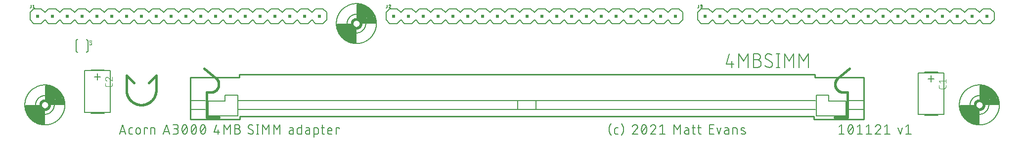
<source format=gto>
G04 EAGLE Gerber RS-274X export*
G75*
%MOMM*%
%FSLAX34Y34*%
%LPD*%
%INSilkscreen Top*%
%IPPOS*%
%AMOC8*
5,1,8,0,0,1.08239X$1,22.5*%
G01*
%ADD10C,0.152400*%
%ADD11C,0.406400*%
%ADD12C,0.254000*%
%ADD13C,0.203200*%
%ADD14C,0.101600*%
%ADD15R,0.508000X0.508000*%
%ADD16C,0.127000*%
%ADD17C,0.025400*%
%ADD18C,0.248919*%
%ADD19C,0.457200*%


D10*
X178562Y-37338D02*
X183981Y-21082D01*
X189399Y-37338D01*
X188045Y-33274D02*
X179917Y-33274D01*
X197684Y-37338D02*
X201297Y-37338D01*
X197684Y-37338D02*
X197583Y-37336D01*
X197482Y-37330D01*
X197381Y-37321D01*
X197280Y-37308D01*
X197180Y-37291D01*
X197081Y-37270D01*
X196983Y-37246D01*
X196886Y-37218D01*
X196789Y-37186D01*
X196694Y-37151D01*
X196601Y-37112D01*
X196509Y-37070D01*
X196418Y-37024D01*
X196330Y-36975D01*
X196243Y-36923D01*
X196158Y-36867D01*
X196075Y-36809D01*
X195995Y-36747D01*
X195917Y-36682D01*
X195841Y-36615D01*
X195768Y-36545D01*
X195698Y-36472D01*
X195631Y-36396D01*
X195566Y-36318D01*
X195504Y-36238D01*
X195446Y-36155D01*
X195390Y-36070D01*
X195338Y-35984D01*
X195289Y-35895D01*
X195243Y-35804D01*
X195201Y-35712D01*
X195162Y-35619D01*
X195127Y-35524D01*
X195095Y-35427D01*
X195067Y-35330D01*
X195043Y-35232D01*
X195022Y-35133D01*
X195005Y-35033D01*
X194992Y-34932D01*
X194983Y-34831D01*
X194977Y-34730D01*
X194975Y-34629D01*
X194975Y-29210D01*
X194977Y-29109D01*
X194983Y-29008D01*
X194992Y-28907D01*
X195005Y-28806D01*
X195022Y-28706D01*
X195043Y-28607D01*
X195067Y-28509D01*
X195095Y-28412D01*
X195127Y-28315D01*
X195162Y-28220D01*
X195201Y-28127D01*
X195243Y-28035D01*
X195289Y-27944D01*
X195338Y-27856D01*
X195390Y-27769D01*
X195446Y-27684D01*
X195504Y-27601D01*
X195566Y-27521D01*
X195631Y-27443D01*
X195698Y-27367D01*
X195768Y-27294D01*
X195841Y-27224D01*
X195917Y-27157D01*
X195995Y-27092D01*
X196075Y-27030D01*
X196158Y-26972D01*
X196243Y-26916D01*
X196330Y-26864D01*
X196418Y-26815D01*
X196509Y-26769D01*
X196601Y-26727D01*
X196694Y-26688D01*
X196789Y-26653D01*
X196886Y-26621D01*
X196983Y-26593D01*
X197081Y-26569D01*
X197180Y-26548D01*
X197280Y-26531D01*
X197381Y-26518D01*
X197482Y-26509D01*
X197583Y-26503D01*
X197684Y-26501D01*
X201297Y-26501D01*
X206941Y-30113D02*
X206941Y-33726D01*
X206942Y-30113D02*
X206944Y-29994D01*
X206950Y-29874D01*
X206960Y-29755D01*
X206974Y-29637D01*
X206991Y-29518D01*
X207013Y-29401D01*
X207038Y-29284D01*
X207068Y-29169D01*
X207101Y-29054D01*
X207138Y-28940D01*
X207178Y-28828D01*
X207223Y-28717D01*
X207271Y-28608D01*
X207322Y-28500D01*
X207377Y-28394D01*
X207436Y-28290D01*
X207498Y-28188D01*
X207563Y-28088D01*
X207632Y-27990D01*
X207704Y-27894D01*
X207779Y-27801D01*
X207856Y-27711D01*
X207937Y-27623D01*
X208021Y-27538D01*
X208108Y-27456D01*
X208197Y-27376D01*
X208289Y-27300D01*
X208383Y-27226D01*
X208480Y-27156D01*
X208578Y-27089D01*
X208679Y-27025D01*
X208783Y-26965D01*
X208888Y-26908D01*
X208995Y-26855D01*
X209103Y-26805D01*
X209213Y-26759D01*
X209325Y-26717D01*
X209438Y-26678D01*
X209552Y-26643D01*
X209667Y-26612D01*
X209784Y-26584D01*
X209901Y-26561D01*
X210018Y-26541D01*
X210137Y-26525D01*
X210256Y-26513D01*
X210375Y-26505D01*
X210494Y-26501D01*
X210614Y-26501D01*
X210733Y-26505D01*
X210852Y-26513D01*
X210971Y-26525D01*
X211090Y-26541D01*
X211207Y-26561D01*
X211324Y-26584D01*
X211441Y-26612D01*
X211556Y-26643D01*
X211670Y-26678D01*
X211783Y-26717D01*
X211895Y-26759D01*
X212005Y-26805D01*
X212113Y-26855D01*
X212220Y-26908D01*
X212325Y-26965D01*
X212429Y-27025D01*
X212530Y-27089D01*
X212628Y-27156D01*
X212725Y-27226D01*
X212819Y-27300D01*
X212911Y-27376D01*
X213000Y-27456D01*
X213087Y-27538D01*
X213171Y-27623D01*
X213252Y-27711D01*
X213329Y-27801D01*
X213404Y-27894D01*
X213476Y-27990D01*
X213545Y-28088D01*
X213610Y-28188D01*
X213672Y-28290D01*
X213731Y-28394D01*
X213786Y-28500D01*
X213837Y-28608D01*
X213885Y-28717D01*
X213930Y-28828D01*
X213970Y-28940D01*
X214007Y-29054D01*
X214040Y-29169D01*
X214070Y-29284D01*
X214095Y-29401D01*
X214117Y-29518D01*
X214134Y-29637D01*
X214148Y-29755D01*
X214158Y-29874D01*
X214164Y-29994D01*
X214166Y-30113D01*
X214166Y-33726D01*
X214164Y-33845D01*
X214158Y-33965D01*
X214148Y-34084D01*
X214134Y-34202D01*
X214117Y-34321D01*
X214095Y-34438D01*
X214070Y-34555D01*
X214040Y-34670D01*
X214007Y-34785D01*
X213970Y-34899D01*
X213930Y-35011D01*
X213885Y-35122D01*
X213837Y-35231D01*
X213786Y-35339D01*
X213731Y-35445D01*
X213672Y-35549D01*
X213610Y-35651D01*
X213545Y-35751D01*
X213476Y-35849D01*
X213404Y-35945D01*
X213329Y-36038D01*
X213252Y-36128D01*
X213171Y-36216D01*
X213087Y-36301D01*
X213000Y-36383D01*
X212911Y-36463D01*
X212819Y-36539D01*
X212725Y-36613D01*
X212628Y-36683D01*
X212530Y-36750D01*
X212429Y-36814D01*
X212325Y-36874D01*
X212220Y-36931D01*
X212113Y-36984D01*
X212005Y-37034D01*
X211895Y-37080D01*
X211783Y-37122D01*
X211670Y-37161D01*
X211556Y-37196D01*
X211441Y-37227D01*
X211324Y-37255D01*
X211207Y-37278D01*
X211090Y-37298D01*
X210971Y-37314D01*
X210852Y-37326D01*
X210733Y-37334D01*
X210614Y-37338D01*
X210494Y-37338D01*
X210375Y-37334D01*
X210256Y-37326D01*
X210137Y-37314D01*
X210018Y-37298D01*
X209901Y-37278D01*
X209784Y-37255D01*
X209667Y-37227D01*
X209552Y-37196D01*
X209438Y-37161D01*
X209325Y-37122D01*
X209213Y-37080D01*
X209103Y-37034D01*
X208995Y-36984D01*
X208888Y-36931D01*
X208783Y-36874D01*
X208679Y-36814D01*
X208578Y-36750D01*
X208480Y-36683D01*
X208383Y-36613D01*
X208289Y-36539D01*
X208197Y-36463D01*
X208108Y-36383D01*
X208021Y-36301D01*
X207937Y-36216D01*
X207856Y-36128D01*
X207779Y-36038D01*
X207704Y-35945D01*
X207632Y-35849D01*
X207563Y-35751D01*
X207498Y-35651D01*
X207436Y-35549D01*
X207377Y-35445D01*
X207322Y-35339D01*
X207271Y-35231D01*
X207223Y-35122D01*
X207178Y-35011D01*
X207138Y-34899D01*
X207101Y-34785D01*
X207068Y-34670D01*
X207038Y-34555D01*
X207013Y-34438D01*
X206991Y-34321D01*
X206974Y-34202D01*
X206960Y-34084D01*
X206950Y-33965D01*
X206944Y-33845D01*
X206942Y-33726D01*
X221094Y-37338D02*
X221094Y-26501D01*
X226513Y-26501D01*
X226513Y-28307D01*
X231951Y-26501D02*
X231951Y-37338D01*
X231951Y-26501D02*
X236467Y-26501D01*
X236571Y-26503D01*
X236674Y-26509D01*
X236778Y-26519D01*
X236881Y-26533D01*
X236983Y-26551D01*
X237084Y-26572D01*
X237185Y-26598D01*
X237284Y-26627D01*
X237383Y-26660D01*
X237480Y-26697D01*
X237575Y-26738D01*
X237669Y-26782D01*
X237761Y-26830D01*
X237851Y-26881D01*
X237940Y-26936D01*
X238026Y-26994D01*
X238109Y-27056D01*
X238191Y-27120D01*
X238269Y-27188D01*
X238345Y-27258D01*
X238419Y-27331D01*
X238489Y-27408D01*
X238557Y-27486D01*
X238621Y-27568D01*
X238683Y-27651D01*
X238741Y-27737D01*
X238796Y-27826D01*
X238847Y-27916D01*
X238895Y-28008D01*
X238939Y-28102D01*
X238980Y-28197D01*
X239017Y-28294D01*
X239050Y-28393D01*
X239079Y-28492D01*
X239105Y-28593D01*
X239126Y-28694D01*
X239144Y-28796D01*
X239158Y-28899D01*
X239168Y-29003D01*
X239174Y-29106D01*
X239176Y-29210D01*
X239176Y-37338D01*
X253592Y-37338D02*
X259011Y-21082D01*
X264429Y-37338D01*
X263075Y-33274D02*
X254947Y-33274D01*
X270126Y-37338D02*
X274642Y-37338D01*
X274775Y-37336D01*
X274907Y-37330D01*
X275039Y-37320D01*
X275171Y-37307D01*
X275303Y-37289D01*
X275433Y-37268D01*
X275564Y-37243D01*
X275693Y-37214D01*
X275821Y-37181D01*
X275949Y-37145D01*
X276075Y-37105D01*
X276200Y-37061D01*
X276324Y-37013D01*
X276446Y-36962D01*
X276567Y-36907D01*
X276686Y-36849D01*
X276804Y-36787D01*
X276919Y-36722D01*
X277033Y-36653D01*
X277144Y-36582D01*
X277253Y-36506D01*
X277360Y-36428D01*
X277465Y-36347D01*
X277567Y-36262D01*
X277667Y-36175D01*
X277764Y-36085D01*
X277859Y-35992D01*
X277950Y-35896D01*
X278039Y-35798D01*
X278125Y-35697D01*
X278208Y-35593D01*
X278288Y-35487D01*
X278364Y-35379D01*
X278438Y-35269D01*
X278508Y-35156D01*
X278575Y-35042D01*
X278638Y-34925D01*
X278698Y-34807D01*
X278755Y-34687D01*
X278808Y-34565D01*
X278857Y-34442D01*
X278903Y-34318D01*
X278945Y-34192D01*
X278983Y-34065D01*
X279018Y-33937D01*
X279049Y-33808D01*
X279076Y-33679D01*
X279099Y-33548D01*
X279119Y-33417D01*
X279134Y-33285D01*
X279146Y-33153D01*
X279154Y-33021D01*
X279158Y-32888D01*
X279158Y-32756D01*
X279154Y-32623D01*
X279146Y-32491D01*
X279134Y-32359D01*
X279119Y-32227D01*
X279099Y-32096D01*
X279076Y-31965D01*
X279049Y-31836D01*
X279018Y-31707D01*
X278983Y-31579D01*
X278945Y-31452D01*
X278903Y-31326D01*
X278857Y-31202D01*
X278808Y-31079D01*
X278755Y-30957D01*
X278698Y-30837D01*
X278638Y-30719D01*
X278575Y-30602D01*
X278508Y-30488D01*
X278438Y-30375D01*
X278364Y-30265D01*
X278288Y-30157D01*
X278208Y-30051D01*
X278125Y-29947D01*
X278039Y-29846D01*
X277950Y-29748D01*
X277859Y-29652D01*
X277764Y-29559D01*
X277667Y-29469D01*
X277567Y-29382D01*
X277465Y-29297D01*
X277360Y-29216D01*
X277253Y-29138D01*
X277144Y-29062D01*
X277033Y-28991D01*
X276919Y-28922D01*
X276804Y-28857D01*
X276686Y-28795D01*
X276567Y-28737D01*
X276446Y-28682D01*
X276324Y-28631D01*
X276200Y-28583D01*
X276075Y-28539D01*
X275949Y-28499D01*
X275821Y-28463D01*
X275693Y-28430D01*
X275564Y-28401D01*
X275433Y-28376D01*
X275303Y-28355D01*
X275171Y-28337D01*
X275039Y-28324D01*
X274907Y-28314D01*
X274775Y-28308D01*
X274642Y-28306D01*
X275545Y-21082D02*
X270126Y-21082D01*
X275545Y-21082D02*
X275664Y-21084D01*
X275784Y-21090D01*
X275903Y-21100D01*
X276021Y-21114D01*
X276140Y-21131D01*
X276257Y-21153D01*
X276374Y-21178D01*
X276489Y-21208D01*
X276604Y-21241D01*
X276718Y-21278D01*
X276830Y-21318D01*
X276941Y-21363D01*
X277050Y-21411D01*
X277158Y-21462D01*
X277264Y-21517D01*
X277368Y-21576D01*
X277470Y-21638D01*
X277570Y-21703D01*
X277668Y-21772D01*
X277764Y-21844D01*
X277857Y-21919D01*
X277947Y-21996D01*
X278035Y-22077D01*
X278120Y-22161D01*
X278202Y-22248D01*
X278282Y-22337D01*
X278358Y-22429D01*
X278432Y-22523D01*
X278502Y-22620D01*
X278569Y-22718D01*
X278633Y-22819D01*
X278693Y-22923D01*
X278750Y-23028D01*
X278803Y-23135D01*
X278853Y-23243D01*
X278899Y-23353D01*
X278941Y-23465D01*
X278980Y-23578D01*
X279015Y-23692D01*
X279046Y-23807D01*
X279074Y-23924D01*
X279097Y-24041D01*
X279117Y-24158D01*
X279133Y-24277D01*
X279145Y-24396D01*
X279153Y-24515D01*
X279157Y-24634D01*
X279157Y-24754D01*
X279153Y-24873D01*
X279145Y-24992D01*
X279133Y-25111D01*
X279117Y-25230D01*
X279097Y-25347D01*
X279074Y-25464D01*
X279046Y-25581D01*
X279015Y-25696D01*
X278980Y-25810D01*
X278941Y-25923D01*
X278899Y-26035D01*
X278853Y-26145D01*
X278803Y-26253D01*
X278750Y-26360D01*
X278693Y-26465D01*
X278633Y-26569D01*
X278569Y-26670D01*
X278502Y-26768D01*
X278432Y-26865D01*
X278358Y-26959D01*
X278282Y-27051D01*
X278202Y-27140D01*
X278120Y-27227D01*
X278035Y-27311D01*
X277947Y-27392D01*
X277857Y-27469D01*
X277764Y-27544D01*
X277668Y-27616D01*
X277570Y-27685D01*
X277470Y-27750D01*
X277368Y-27812D01*
X277264Y-27871D01*
X277158Y-27926D01*
X277050Y-27977D01*
X276941Y-28025D01*
X276830Y-28070D01*
X276718Y-28110D01*
X276604Y-28147D01*
X276489Y-28180D01*
X276374Y-28210D01*
X276257Y-28235D01*
X276140Y-28257D01*
X276021Y-28274D01*
X275903Y-28288D01*
X275784Y-28298D01*
X275664Y-28304D01*
X275545Y-28306D01*
X275545Y-28307D02*
X271932Y-28307D01*
X285758Y-29210D02*
X285762Y-28890D01*
X285773Y-28571D01*
X285792Y-28251D01*
X285819Y-27933D01*
X285853Y-27615D01*
X285895Y-27298D01*
X285945Y-26982D01*
X286002Y-26667D01*
X286066Y-26354D01*
X286138Y-26042D01*
X286217Y-25732D01*
X286304Y-25425D01*
X286398Y-25119D01*
X286499Y-24816D01*
X286608Y-24515D01*
X286723Y-24217D01*
X286846Y-23921D01*
X286976Y-23629D01*
X287113Y-23340D01*
X287113Y-23339D02*
X287152Y-23231D01*
X287195Y-23124D01*
X287241Y-23019D01*
X287291Y-22916D01*
X287345Y-22814D01*
X287402Y-22714D01*
X287463Y-22616D01*
X287527Y-22520D01*
X287594Y-22427D01*
X287664Y-22336D01*
X287738Y-22247D01*
X287814Y-22161D01*
X287894Y-22078D01*
X287976Y-21997D01*
X288061Y-21919D01*
X288148Y-21845D01*
X288239Y-21773D01*
X288331Y-21704D01*
X288426Y-21639D01*
X288523Y-21577D01*
X288622Y-21518D01*
X288723Y-21463D01*
X288826Y-21412D01*
X288931Y-21364D01*
X289037Y-21319D01*
X289144Y-21278D01*
X289253Y-21241D01*
X289364Y-21208D01*
X289475Y-21179D01*
X289587Y-21153D01*
X289700Y-21131D01*
X289814Y-21114D01*
X289928Y-21100D01*
X290043Y-21090D01*
X290158Y-21084D01*
X290273Y-21082D01*
X290388Y-21084D01*
X290503Y-21090D01*
X290618Y-21100D01*
X290732Y-21114D01*
X290846Y-21131D01*
X290959Y-21153D01*
X291071Y-21179D01*
X291183Y-21208D01*
X291293Y-21241D01*
X291402Y-21278D01*
X291510Y-21319D01*
X291616Y-21364D01*
X291721Y-21412D01*
X291823Y-21463D01*
X291925Y-21519D01*
X292024Y-21577D01*
X292121Y-21639D01*
X292216Y-21705D01*
X292308Y-21773D01*
X292398Y-21845D01*
X292486Y-21919D01*
X292571Y-21997D01*
X292653Y-22078D01*
X292732Y-22161D01*
X292809Y-22247D01*
X292882Y-22336D01*
X292953Y-22427D01*
X293020Y-22521D01*
X293084Y-22616D01*
X293145Y-22714D01*
X293202Y-22814D01*
X293255Y-22916D01*
X293306Y-23020D01*
X293352Y-23125D01*
X293395Y-23232D01*
X293434Y-23340D01*
X293433Y-23340D02*
X293570Y-23629D01*
X293700Y-23921D01*
X293823Y-24217D01*
X293938Y-24515D01*
X294047Y-24816D01*
X294148Y-25119D01*
X294242Y-25425D01*
X294329Y-25732D01*
X294408Y-26042D01*
X294480Y-26354D01*
X294544Y-26667D01*
X294601Y-26982D01*
X294651Y-27298D01*
X294693Y-27615D01*
X294727Y-27933D01*
X294754Y-28251D01*
X294773Y-28571D01*
X294784Y-28890D01*
X294788Y-29210D01*
X285758Y-29210D02*
X285762Y-29530D01*
X285773Y-29849D01*
X285792Y-30169D01*
X285819Y-30487D01*
X285853Y-30805D01*
X285895Y-31122D01*
X285945Y-31438D01*
X286002Y-31753D01*
X286066Y-32066D01*
X286138Y-32378D01*
X286217Y-32688D01*
X286304Y-32995D01*
X286398Y-33301D01*
X286499Y-33604D01*
X286608Y-33905D01*
X286723Y-34203D01*
X286846Y-34499D01*
X286976Y-34791D01*
X287113Y-35080D01*
X287112Y-35081D02*
X287151Y-35189D01*
X287194Y-35296D01*
X287240Y-35401D01*
X287291Y-35505D01*
X287344Y-35607D01*
X287401Y-35707D01*
X287462Y-35805D01*
X287526Y-35900D01*
X287593Y-35994D01*
X287664Y-36085D01*
X287737Y-36174D01*
X287814Y-36260D01*
X287893Y-36343D01*
X287975Y-36424D01*
X288060Y-36502D01*
X288148Y-36576D01*
X288238Y-36648D01*
X288331Y-36717D01*
X288425Y-36782D01*
X288522Y-36844D01*
X288622Y-36902D01*
X288723Y-36958D01*
X288825Y-37009D01*
X288930Y-37057D01*
X289036Y-37102D01*
X289144Y-37143D01*
X289253Y-37180D01*
X289363Y-37213D01*
X289475Y-37242D01*
X289587Y-37268D01*
X289700Y-37290D01*
X289814Y-37307D01*
X289928Y-37321D01*
X290043Y-37331D01*
X290158Y-37337D01*
X290273Y-37339D01*
X293433Y-35080D02*
X293570Y-34791D01*
X293700Y-34499D01*
X293823Y-34203D01*
X293938Y-33905D01*
X294047Y-33604D01*
X294148Y-33301D01*
X294242Y-32995D01*
X294329Y-32688D01*
X294408Y-32378D01*
X294480Y-32066D01*
X294544Y-31753D01*
X294601Y-31438D01*
X294651Y-31122D01*
X294693Y-30805D01*
X294727Y-30487D01*
X294754Y-30169D01*
X294773Y-29849D01*
X294784Y-29530D01*
X294788Y-29210D01*
X293434Y-35080D02*
X293395Y-35188D01*
X293352Y-35295D01*
X293306Y-35400D01*
X293255Y-35504D01*
X293202Y-35606D01*
X293145Y-35706D01*
X293084Y-35804D01*
X293020Y-35899D01*
X292953Y-35993D01*
X292882Y-36084D01*
X292809Y-36173D01*
X292732Y-36259D01*
X292653Y-36342D01*
X292571Y-36423D01*
X292486Y-36501D01*
X292398Y-36575D01*
X292308Y-36647D01*
X292215Y-36716D01*
X292121Y-36781D01*
X292024Y-36843D01*
X291924Y-36901D01*
X291823Y-36957D01*
X291720Y-37008D01*
X291616Y-37056D01*
X291510Y-37101D01*
X291402Y-37142D01*
X291293Y-37179D01*
X291183Y-37212D01*
X291071Y-37241D01*
X290959Y-37267D01*
X290846Y-37289D01*
X290732Y-37306D01*
X290618Y-37320D01*
X290503Y-37330D01*
X290388Y-37336D01*
X290273Y-37338D01*
X286661Y-33726D02*
X293885Y-24694D01*
X301389Y-29210D02*
X301393Y-28890D01*
X301404Y-28571D01*
X301423Y-28251D01*
X301450Y-27933D01*
X301484Y-27615D01*
X301526Y-27298D01*
X301576Y-26982D01*
X301633Y-26667D01*
X301697Y-26354D01*
X301769Y-26042D01*
X301848Y-25732D01*
X301935Y-25425D01*
X302029Y-25119D01*
X302130Y-24816D01*
X302239Y-24515D01*
X302354Y-24217D01*
X302477Y-23921D01*
X302607Y-23629D01*
X302744Y-23340D01*
X302744Y-23339D02*
X302783Y-23231D01*
X302826Y-23124D01*
X302872Y-23019D01*
X302922Y-22916D01*
X302976Y-22814D01*
X303033Y-22714D01*
X303094Y-22616D01*
X303158Y-22520D01*
X303225Y-22427D01*
X303295Y-22336D01*
X303369Y-22247D01*
X303445Y-22161D01*
X303525Y-22078D01*
X303607Y-21997D01*
X303692Y-21919D01*
X303779Y-21845D01*
X303870Y-21773D01*
X303962Y-21704D01*
X304057Y-21639D01*
X304154Y-21577D01*
X304253Y-21518D01*
X304354Y-21463D01*
X304457Y-21412D01*
X304562Y-21364D01*
X304668Y-21319D01*
X304775Y-21278D01*
X304884Y-21241D01*
X304995Y-21208D01*
X305106Y-21179D01*
X305218Y-21153D01*
X305331Y-21131D01*
X305445Y-21114D01*
X305559Y-21100D01*
X305674Y-21090D01*
X305789Y-21084D01*
X305904Y-21082D01*
X306019Y-21084D01*
X306134Y-21090D01*
X306249Y-21100D01*
X306363Y-21114D01*
X306477Y-21131D01*
X306590Y-21153D01*
X306702Y-21179D01*
X306814Y-21208D01*
X306924Y-21241D01*
X307033Y-21278D01*
X307141Y-21319D01*
X307247Y-21364D01*
X307352Y-21412D01*
X307454Y-21463D01*
X307556Y-21519D01*
X307655Y-21577D01*
X307752Y-21639D01*
X307847Y-21705D01*
X307939Y-21773D01*
X308029Y-21845D01*
X308117Y-21919D01*
X308202Y-21997D01*
X308284Y-22078D01*
X308363Y-22161D01*
X308440Y-22247D01*
X308513Y-22336D01*
X308584Y-22427D01*
X308651Y-22521D01*
X308715Y-22616D01*
X308776Y-22714D01*
X308833Y-22814D01*
X308886Y-22916D01*
X308937Y-23020D01*
X308983Y-23125D01*
X309026Y-23232D01*
X309065Y-23340D01*
X309064Y-23340D02*
X309201Y-23629D01*
X309331Y-23921D01*
X309454Y-24217D01*
X309569Y-24515D01*
X309678Y-24816D01*
X309779Y-25119D01*
X309873Y-25425D01*
X309960Y-25732D01*
X310039Y-26042D01*
X310111Y-26354D01*
X310175Y-26667D01*
X310232Y-26982D01*
X310282Y-27298D01*
X310324Y-27615D01*
X310358Y-27933D01*
X310385Y-28251D01*
X310404Y-28571D01*
X310415Y-28890D01*
X310419Y-29210D01*
X301389Y-29210D02*
X301393Y-29530D01*
X301404Y-29849D01*
X301423Y-30169D01*
X301450Y-30487D01*
X301484Y-30805D01*
X301526Y-31122D01*
X301576Y-31438D01*
X301633Y-31753D01*
X301697Y-32066D01*
X301769Y-32378D01*
X301848Y-32688D01*
X301935Y-32995D01*
X302029Y-33301D01*
X302130Y-33604D01*
X302239Y-33905D01*
X302354Y-34203D01*
X302477Y-34499D01*
X302607Y-34791D01*
X302744Y-35080D01*
X302743Y-35081D02*
X302782Y-35189D01*
X302825Y-35296D01*
X302871Y-35401D01*
X302922Y-35505D01*
X302975Y-35607D01*
X303032Y-35707D01*
X303093Y-35805D01*
X303157Y-35900D01*
X303224Y-35994D01*
X303295Y-36085D01*
X303368Y-36174D01*
X303445Y-36260D01*
X303524Y-36343D01*
X303606Y-36424D01*
X303691Y-36502D01*
X303779Y-36576D01*
X303869Y-36648D01*
X303962Y-36717D01*
X304056Y-36782D01*
X304153Y-36844D01*
X304253Y-36902D01*
X304354Y-36958D01*
X304456Y-37009D01*
X304561Y-37057D01*
X304667Y-37102D01*
X304775Y-37143D01*
X304884Y-37180D01*
X304994Y-37213D01*
X305106Y-37242D01*
X305218Y-37268D01*
X305331Y-37290D01*
X305445Y-37307D01*
X305559Y-37321D01*
X305674Y-37331D01*
X305789Y-37337D01*
X305904Y-37339D01*
X309064Y-35080D02*
X309201Y-34791D01*
X309331Y-34499D01*
X309454Y-34203D01*
X309569Y-33905D01*
X309678Y-33604D01*
X309779Y-33301D01*
X309873Y-32995D01*
X309960Y-32688D01*
X310039Y-32378D01*
X310111Y-32066D01*
X310175Y-31753D01*
X310232Y-31438D01*
X310282Y-31122D01*
X310324Y-30805D01*
X310358Y-30487D01*
X310385Y-30169D01*
X310404Y-29849D01*
X310415Y-29530D01*
X310419Y-29210D01*
X309065Y-35080D02*
X309026Y-35188D01*
X308983Y-35295D01*
X308937Y-35400D01*
X308886Y-35504D01*
X308833Y-35606D01*
X308776Y-35706D01*
X308715Y-35804D01*
X308651Y-35899D01*
X308584Y-35993D01*
X308513Y-36084D01*
X308440Y-36173D01*
X308363Y-36259D01*
X308284Y-36342D01*
X308202Y-36423D01*
X308117Y-36501D01*
X308029Y-36575D01*
X307939Y-36647D01*
X307846Y-36716D01*
X307752Y-36781D01*
X307655Y-36843D01*
X307555Y-36901D01*
X307454Y-36957D01*
X307351Y-37008D01*
X307247Y-37056D01*
X307141Y-37101D01*
X307033Y-37142D01*
X306924Y-37179D01*
X306814Y-37212D01*
X306702Y-37241D01*
X306590Y-37267D01*
X306477Y-37289D01*
X306363Y-37306D01*
X306249Y-37320D01*
X306134Y-37330D01*
X306019Y-37336D01*
X305904Y-37338D01*
X302292Y-33726D02*
X309517Y-24694D01*
X317020Y-29210D02*
X317024Y-28890D01*
X317035Y-28571D01*
X317054Y-28251D01*
X317081Y-27933D01*
X317115Y-27615D01*
X317157Y-27298D01*
X317207Y-26982D01*
X317264Y-26667D01*
X317328Y-26354D01*
X317400Y-26042D01*
X317479Y-25732D01*
X317566Y-25425D01*
X317660Y-25119D01*
X317761Y-24816D01*
X317870Y-24515D01*
X317985Y-24217D01*
X318108Y-23921D01*
X318238Y-23629D01*
X318375Y-23340D01*
X318375Y-23339D02*
X318414Y-23231D01*
X318457Y-23124D01*
X318503Y-23019D01*
X318553Y-22916D01*
X318607Y-22814D01*
X318664Y-22714D01*
X318725Y-22616D01*
X318789Y-22520D01*
X318856Y-22427D01*
X318926Y-22336D01*
X319000Y-22247D01*
X319076Y-22161D01*
X319156Y-22078D01*
X319238Y-21997D01*
X319323Y-21919D01*
X319410Y-21845D01*
X319501Y-21773D01*
X319593Y-21704D01*
X319688Y-21639D01*
X319785Y-21577D01*
X319884Y-21518D01*
X319985Y-21463D01*
X320088Y-21412D01*
X320193Y-21364D01*
X320299Y-21319D01*
X320406Y-21278D01*
X320515Y-21241D01*
X320626Y-21208D01*
X320737Y-21179D01*
X320849Y-21153D01*
X320962Y-21131D01*
X321076Y-21114D01*
X321190Y-21100D01*
X321305Y-21090D01*
X321420Y-21084D01*
X321535Y-21082D01*
X321650Y-21084D01*
X321765Y-21090D01*
X321880Y-21100D01*
X321994Y-21114D01*
X322108Y-21131D01*
X322221Y-21153D01*
X322333Y-21179D01*
X322445Y-21208D01*
X322555Y-21241D01*
X322664Y-21278D01*
X322772Y-21319D01*
X322878Y-21364D01*
X322983Y-21412D01*
X323085Y-21463D01*
X323187Y-21519D01*
X323286Y-21577D01*
X323383Y-21639D01*
X323478Y-21705D01*
X323570Y-21773D01*
X323660Y-21845D01*
X323748Y-21919D01*
X323833Y-21997D01*
X323915Y-22078D01*
X323994Y-22161D01*
X324071Y-22247D01*
X324144Y-22336D01*
X324215Y-22427D01*
X324282Y-22521D01*
X324346Y-22616D01*
X324407Y-22714D01*
X324464Y-22814D01*
X324517Y-22916D01*
X324568Y-23020D01*
X324614Y-23125D01*
X324657Y-23232D01*
X324696Y-23340D01*
X324833Y-23629D01*
X324963Y-23921D01*
X325086Y-24217D01*
X325201Y-24515D01*
X325310Y-24816D01*
X325411Y-25119D01*
X325505Y-25425D01*
X325592Y-25732D01*
X325671Y-26042D01*
X325743Y-26354D01*
X325807Y-26667D01*
X325864Y-26982D01*
X325914Y-27298D01*
X325956Y-27615D01*
X325990Y-27933D01*
X326017Y-28251D01*
X326036Y-28571D01*
X326047Y-28890D01*
X326051Y-29210D01*
X317020Y-29210D02*
X317024Y-29530D01*
X317035Y-29849D01*
X317054Y-30169D01*
X317081Y-30487D01*
X317115Y-30805D01*
X317157Y-31122D01*
X317207Y-31438D01*
X317264Y-31753D01*
X317328Y-32066D01*
X317400Y-32378D01*
X317479Y-32688D01*
X317566Y-32995D01*
X317660Y-33301D01*
X317761Y-33604D01*
X317870Y-33905D01*
X317985Y-34203D01*
X318108Y-34499D01*
X318238Y-34791D01*
X318375Y-35080D01*
X318374Y-35081D02*
X318413Y-35189D01*
X318456Y-35296D01*
X318502Y-35401D01*
X318553Y-35505D01*
X318606Y-35607D01*
X318663Y-35707D01*
X318724Y-35805D01*
X318788Y-35900D01*
X318855Y-35994D01*
X318926Y-36085D01*
X318999Y-36174D01*
X319076Y-36260D01*
X319155Y-36343D01*
X319237Y-36424D01*
X319322Y-36502D01*
X319410Y-36576D01*
X319500Y-36648D01*
X319593Y-36717D01*
X319687Y-36782D01*
X319784Y-36844D01*
X319884Y-36902D01*
X319985Y-36958D01*
X320087Y-37009D01*
X320192Y-37057D01*
X320298Y-37102D01*
X320406Y-37143D01*
X320515Y-37180D01*
X320625Y-37213D01*
X320737Y-37242D01*
X320849Y-37268D01*
X320962Y-37290D01*
X321076Y-37307D01*
X321190Y-37321D01*
X321305Y-37331D01*
X321420Y-37337D01*
X321535Y-37339D01*
X324696Y-35080D02*
X324833Y-34791D01*
X324963Y-34499D01*
X325086Y-34203D01*
X325201Y-33905D01*
X325310Y-33604D01*
X325411Y-33301D01*
X325505Y-32995D01*
X325592Y-32688D01*
X325671Y-32378D01*
X325743Y-32066D01*
X325807Y-31753D01*
X325864Y-31438D01*
X325914Y-31122D01*
X325956Y-30805D01*
X325990Y-30487D01*
X326017Y-30169D01*
X326036Y-29849D01*
X326047Y-29530D01*
X326051Y-29210D01*
X324696Y-35080D02*
X324657Y-35188D01*
X324614Y-35295D01*
X324568Y-35400D01*
X324517Y-35504D01*
X324464Y-35606D01*
X324407Y-35706D01*
X324346Y-35804D01*
X324282Y-35899D01*
X324215Y-35993D01*
X324144Y-36084D01*
X324071Y-36173D01*
X323994Y-36259D01*
X323915Y-36342D01*
X323833Y-36423D01*
X323748Y-36501D01*
X323660Y-36575D01*
X323570Y-36647D01*
X323477Y-36716D01*
X323383Y-36781D01*
X323286Y-36843D01*
X323186Y-36901D01*
X323085Y-36957D01*
X322982Y-37008D01*
X322878Y-37056D01*
X322772Y-37101D01*
X322664Y-37142D01*
X322555Y-37179D01*
X322445Y-37212D01*
X322333Y-37241D01*
X322221Y-37267D01*
X322108Y-37289D01*
X321994Y-37306D01*
X321880Y-37320D01*
X321765Y-37330D01*
X321650Y-37336D01*
X321535Y-37338D01*
X317923Y-33726D02*
X325148Y-24694D01*
X340988Y-33726D02*
X344600Y-21082D01*
X340988Y-33726D02*
X350019Y-33726D01*
X347309Y-37338D02*
X347309Y-30113D01*
X357279Y-37338D02*
X357279Y-21082D01*
X362698Y-30113D01*
X368116Y-21082D01*
X368116Y-37338D01*
X376108Y-28307D02*
X380624Y-28307D01*
X380624Y-28306D02*
X380757Y-28308D01*
X380889Y-28314D01*
X381021Y-28324D01*
X381153Y-28337D01*
X381285Y-28355D01*
X381415Y-28376D01*
X381546Y-28401D01*
X381675Y-28430D01*
X381803Y-28463D01*
X381931Y-28499D01*
X382057Y-28539D01*
X382182Y-28583D01*
X382306Y-28631D01*
X382428Y-28682D01*
X382549Y-28737D01*
X382668Y-28795D01*
X382786Y-28857D01*
X382901Y-28922D01*
X383015Y-28991D01*
X383126Y-29062D01*
X383235Y-29138D01*
X383342Y-29216D01*
X383447Y-29297D01*
X383549Y-29382D01*
X383649Y-29469D01*
X383746Y-29559D01*
X383841Y-29652D01*
X383932Y-29748D01*
X384021Y-29846D01*
X384107Y-29947D01*
X384190Y-30051D01*
X384270Y-30157D01*
X384346Y-30265D01*
X384420Y-30375D01*
X384490Y-30488D01*
X384557Y-30602D01*
X384620Y-30719D01*
X384680Y-30837D01*
X384737Y-30957D01*
X384790Y-31079D01*
X384839Y-31202D01*
X384885Y-31326D01*
X384927Y-31452D01*
X384965Y-31579D01*
X385000Y-31707D01*
X385031Y-31836D01*
X385058Y-31965D01*
X385081Y-32096D01*
X385101Y-32227D01*
X385116Y-32359D01*
X385128Y-32491D01*
X385136Y-32623D01*
X385140Y-32756D01*
X385140Y-32888D01*
X385136Y-33021D01*
X385128Y-33153D01*
X385116Y-33285D01*
X385101Y-33417D01*
X385081Y-33548D01*
X385058Y-33679D01*
X385031Y-33808D01*
X385000Y-33937D01*
X384965Y-34065D01*
X384927Y-34192D01*
X384885Y-34318D01*
X384839Y-34442D01*
X384790Y-34565D01*
X384737Y-34687D01*
X384680Y-34807D01*
X384620Y-34925D01*
X384557Y-35042D01*
X384490Y-35156D01*
X384420Y-35269D01*
X384346Y-35379D01*
X384270Y-35487D01*
X384190Y-35593D01*
X384107Y-35697D01*
X384021Y-35798D01*
X383932Y-35896D01*
X383841Y-35992D01*
X383746Y-36085D01*
X383649Y-36175D01*
X383549Y-36262D01*
X383447Y-36347D01*
X383342Y-36428D01*
X383235Y-36506D01*
X383126Y-36582D01*
X383015Y-36653D01*
X382901Y-36722D01*
X382786Y-36787D01*
X382668Y-36849D01*
X382549Y-36907D01*
X382428Y-36962D01*
X382306Y-37013D01*
X382182Y-37061D01*
X382057Y-37105D01*
X381931Y-37145D01*
X381803Y-37181D01*
X381675Y-37214D01*
X381546Y-37243D01*
X381415Y-37268D01*
X381285Y-37289D01*
X381153Y-37307D01*
X381021Y-37320D01*
X380889Y-37330D01*
X380757Y-37336D01*
X380624Y-37338D01*
X376108Y-37338D01*
X376108Y-21082D01*
X380624Y-21082D01*
X380743Y-21084D01*
X380863Y-21090D01*
X380982Y-21100D01*
X381100Y-21114D01*
X381219Y-21131D01*
X381336Y-21153D01*
X381453Y-21178D01*
X381568Y-21208D01*
X381683Y-21241D01*
X381797Y-21278D01*
X381909Y-21318D01*
X382020Y-21363D01*
X382129Y-21411D01*
X382237Y-21462D01*
X382343Y-21517D01*
X382447Y-21576D01*
X382549Y-21638D01*
X382649Y-21703D01*
X382747Y-21772D01*
X382843Y-21844D01*
X382936Y-21919D01*
X383026Y-21996D01*
X383114Y-22077D01*
X383199Y-22161D01*
X383281Y-22248D01*
X383361Y-22337D01*
X383437Y-22429D01*
X383511Y-22523D01*
X383581Y-22620D01*
X383648Y-22718D01*
X383712Y-22819D01*
X383772Y-22923D01*
X383829Y-23028D01*
X383882Y-23135D01*
X383932Y-23243D01*
X383978Y-23353D01*
X384020Y-23465D01*
X384059Y-23578D01*
X384094Y-23692D01*
X384125Y-23807D01*
X384153Y-23924D01*
X384176Y-24041D01*
X384196Y-24158D01*
X384212Y-24277D01*
X384224Y-24396D01*
X384232Y-24515D01*
X384236Y-24634D01*
X384236Y-24754D01*
X384232Y-24873D01*
X384224Y-24992D01*
X384212Y-25111D01*
X384196Y-25230D01*
X384176Y-25347D01*
X384153Y-25464D01*
X384125Y-25581D01*
X384094Y-25696D01*
X384059Y-25810D01*
X384020Y-25923D01*
X383978Y-26035D01*
X383932Y-26145D01*
X383882Y-26253D01*
X383829Y-26360D01*
X383772Y-26465D01*
X383712Y-26569D01*
X383648Y-26670D01*
X383581Y-26768D01*
X383511Y-26865D01*
X383437Y-26959D01*
X383361Y-27051D01*
X383281Y-27140D01*
X383199Y-27227D01*
X383114Y-27311D01*
X383026Y-27392D01*
X382936Y-27469D01*
X382843Y-27544D01*
X382747Y-27616D01*
X382649Y-27685D01*
X382549Y-27750D01*
X382447Y-27812D01*
X382343Y-27871D01*
X382237Y-27926D01*
X382129Y-27977D01*
X382020Y-28025D01*
X381909Y-28070D01*
X381797Y-28110D01*
X381683Y-28147D01*
X381568Y-28180D01*
X381453Y-28210D01*
X381336Y-28235D01*
X381219Y-28257D01*
X381100Y-28274D01*
X380982Y-28288D01*
X380863Y-28298D01*
X380743Y-28304D01*
X380624Y-28306D01*
X404242Y-37338D02*
X404360Y-37336D01*
X404478Y-37330D01*
X404596Y-37321D01*
X404713Y-37307D01*
X404830Y-37290D01*
X404947Y-37269D01*
X405062Y-37244D01*
X405177Y-37215D01*
X405291Y-37182D01*
X405403Y-37146D01*
X405514Y-37106D01*
X405624Y-37063D01*
X405733Y-37016D01*
X405840Y-36966D01*
X405945Y-36911D01*
X406048Y-36854D01*
X406149Y-36793D01*
X406249Y-36729D01*
X406346Y-36662D01*
X406441Y-36592D01*
X406533Y-36518D01*
X406624Y-36442D01*
X406711Y-36362D01*
X406796Y-36280D01*
X406878Y-36195D01*
X406958Y-36108D01*
X407034Y-36017D01*
X407108Y-35925D01*
X407178Y-35830D01*
X407245Y-35733D01*
X407309Y-35633D01*
X407370Y-35532D01*
X407427Y-35429D01*
X407482Y-35324D01*
X407532Y-35217D01*
X407579Y-35108D01*
X407622Y-34998D01*
X407662Y-34887D01*
X407698Y-34775D01*
X407731Y-34661D01*
X407760Y-34546D01*
X407785Y-34431D01*
X407806Y-34314D01*
X407823Y-34197D01*
X407837Y-34080D01*
X407846Y-33962D01*
X407852Y-33844D01*
X407854Y-33726D01*
X404242Y-37338D02*
X404059Y-37336D01*
X403877Y-37329D01*
X403695Y-37318D01*
X403513Y-37303D01*
X403331Y-37283D01*
X403150Y-37260D01*
X402970Y-37231D01*
X402790Y-37199D01*
X402611Y-37162D01*
X402434Y-37121D01*
X402257Y-37075D01*
X402081Y-37026D01*
X401907Y-36972D01*
X401733Y-36914D01*
X401562Y-36852D01*
X401392Y-36786D01*
X401223Y-36715D01*
X401056Y-36641D01*
X400891Y-36563D01*
X400728Y-36481D01*
X400567Y-36395D01*
X400408Y-36305D01*
X400251Y-36211D01*
X400097Y-36114D01*
X399945Y-36013D01*
X399795Y-35908D01*
X399648Y-35800D01*
X399504Y-35689D01*
X399362Y-35574D01*
X399223Y-35455D01*
X399087Y-35333D01*
X398954Y-35208D01*
X398824Y-35080D01*
X399275Y-24694D02*
X399277Y-24576D01*
X399283Y-24458D01*
X399292Y-24340D01*
X399306Y-24223D01*
X399323Y-24106D01*
X399344Y-23989D01*
X399369Y-23874D01*
X399398Y-23759D01*
X399431Y-23645D01*
X399467Y-23533D01*
X399507Y-23422D01*
X399550Y-23312D01*
X399597Y-23203D01*
X399647Y-23096D01*
X399702Y-22991D01*
X399759Y-22888D01*
X399820Y-22787D01*
X399884Y-22687D01*
X399951Y-22590D01*
X400021Y-22495D01*
X400095Y-22403D01*
X400171Y-22312D01*
X400251Y-22225D01*
X400333Y-22140D01*
X400418Y-22058D01*
X400505Y-21978D01*
X400596Y-21902D01*
X400688Y-21828D01*
X400783Y-21758D01*
X400880Y-21691D01*
X400980Y-21627D01*
X401081Y-21566D01*
X401184Y-21509D01*
X401289Y-21454D01*
X401396Y-21404D01*
X401505Y-21357D01*
X401615Y-21314D01*
X401726Y-21274D01*
X401838Y-21238D01*
X401952Y-21205D01*
X402067Y-21176D01*
X402182Y-21151D01*
X402299Y-21130D01*
X402416Y-21113D01*
X402533Y-21099D01*
X402651Y-21090D01*
X402769Y-21084D01*
X402887Y-21082D01*
X403048Y-21084D01*
X403210Y-21090D01*
X403371Y-21099D01*
X403532Y-21113D01*
X403692Y-21130D01*
X403852Y-21151D01*
X404012Y-21176D01*
X404171Y-21205D01*
X404329Y-21237D01*
X404486Y-21273D01*
X404642Y-21313D01*
X404798Y-21357D01*
X404952Y-21405D01*
X405105Y-21456D01*
X405257Y-21510D01*
X405408Y-21569D01*
X405557Y-21630D01*
X405704Y-21696D01*
X405850Y-21765D01*
X405995Y-21837D01*
X406137Y-21913D01*
X406278Y-21992D01*
X406417Y-22074D01*
X406553Y-22160D01*
X406688Y-22249D01*
X406821Y-22341D01*
X406951Y-22437D01*
X401081Y-27855D02*
X400980Y-27793D01*
X400880Y-27728D01*
X400783Y-27659D01*
X400688Y-27587D01*
X400595Y-27513D01*
X400505Y-27435D01*
X400417Y-27354D01*
X400332Y-27271D01*
X400250Y-27185D01*
X400171Y-27096D01*
X400094Y-27005D01*
X400021Y-26911D01*
X399950Y-26815D01*
X399883Y-26717D01*
X399819Y-26617D01*
X399758Y-26514D01*
X399701Y-26410D01*
X399647Y-26304D01*
X399597Y-26196D01*
X399550Y-26087D01*
X399506Y-25976D01*
X399466Y-25864D01*
X399430Y-25750D01*
X399398Y-25636D01*
X399369Y-25520D01*
X399344Y-25404D01*
X399323Y-25287D01*
X399306Y-25169D01*
X399292Y-25051D01*
X399283Y-24932D01*
X399277Y-24813D01*
X399275Y-24694D01*
X406049Y-30565D02*
X406150Y-30627D01*
X406250Y-30692D01*
X406347Y-30761D01*
X406442Y-30833D01*
X406535Y-30907D01*
X406625Y-30985D01*
X406713Y-31066D01*
X406798Y-31149D01*
X406880Y-31235D01*
X406959Y-31324D01*
X407036Y-31415D01*
X407109Y-31509D01*
X407180Y-31605D01*
X407247Y-31703D01*
X407311Y-31803D01*
X407372Y-31906D01*
X407429Y-32010D01*
X407483Y-32116D01*
X407533Y-32224D01*
X407580Y-32333D01*
X407624Y-32444D01*
X407664Y-32556D01*
X407700Y-32670D01*
X407732Y-32784D01*
X407761Y-32900D01*
X407786Y-33016D01*
X407807Y-33133D01*
X407824Y-33251D01*
X407838Y-33369D01*
X407847Y-33488D01*
X407853Y-33607D01*
X407855Y-33726D01*
X406048Y-30565D02*
X401081Y-27855D01*
X415323Y-21082D02*
X415323Y-37338D01*
X413517Y-37338D02*
X417129Y-37338D01*
X417129Y-21082D02*
X413517Y-21082D01*
X423972Y-21082D02*
X423972Y-37338D01*
X429391Y-30113D02*
X423972Y-21082D01*
X429391Y-30113D02*
X434810Y-21082D01*
X434810Y-37338D01*
X442730Y-37338D02*
X442730Y-21082D01*
X448148Y-30113D01*
X453567Y-21082D01*
X453567Y-37338D01*
X472112Y-31016D02*
X476176Y-31016D01*
X472112Y-31016D02*
X472000Y-31018D01*
X471889Y-31024D01*
X471778Y-31034D01*
X471667Y-31047D01*
X471557Y-31065D01*
X471448Y-31087D01*
X471339Y-31112D01*
X471231Y-31141D01*
X471125Y-31174D01*
X471019Y-31211D01*
X470915Y-31251D01*
X470813Y-31295D01*
X470712Y-31343D01*
X470613Y-31394D01*
X470515Y-31449D01*
X470420Y-31507D01*
X470327Y-31568D01*
X470236Y-31633D01*
X470147Y-31701D01*
X470061Y-31772D01*
X469978Y-31845D01*
X469897Y-31922D01*
X469818Y-32002D01*
X469743Y-32084D01*
X469671Y-32169D01*
X469601Y-32256D01*
X469535Y-32346D01*
X469472Y-32438D01*
X469412Y-32533D01*
X469356Y-32629D01*
X469303Y-32727D01*
X469254Y-32827D01*
X469208Y-32929D01*
X469166Y-33032D01*
X469127Y-33137D01*
X469092Y-33243D01*
X469061Y-33350D01*
X469034Y-33458D01*
X469010Y-33567D01*
X468991Y-33677D01*
X468975Y-33787D01*
X468963Y-33898D01*
X468955Y-34010D01*
X468951Y-34121D01*
X468951Y-34233D01*
X468955Y-34344D01*
X468963Y-34456D01*
X468975Y-34567D01*
X468991Y-34677D01*
X469010Y-34787D01*
X469034Y-34896D01*
X469061Y-35004D01*
X469092Y-35111D01*
X469127Y-35217D01*
X469166Y-35322D01*
X469208Y-35425D01*
X469254Y-35527D01*
X469303Y-35627D01*
X469356Y-35725D01*
X469412Y-35821D01*
X469472Y-35916D01*
X469535Y-36008D01*
X469601Y-36098D01*
X469671Y-36185D01*
X469743Y-36270D01*
X469818Y-36352D01*
X469897Y-36432D01*
X469978Y-36509D01*
X470061Y-36582D01*
X470147Y-36653D01*
X470236Y-36721D01*
X470327Y-36786D01*
X470420Y-36847D01*
X470515Y-36905D01*
X470613Y-36960D01*
X470712Y-37011D01*
X470813Y-37059D01*
X470915Y-37103D01*
X471019Y-37143D01*
X471125Y-37180D01*
X471231Y-37213D01*
X471339Y-37242D01*
X471448Y-37267D01*
X471557Y-37289D01*
X471667Y-37307D01*
X471778Y-37320D01*
X471889Y-37330D01*
X472000Y-37336D01*
X472112Y-37338D01*
X476176Y-37338D01*
X476176Y-29210D01*
X476174Y-29109D01*
X476168Y-29008D01*
X476159Y-28907D01*
X476146Y-28806D01*
X476129Y-28706D01*
X476108Y-28607D01*
X476084Y-28509D01*
X476056Y-28412D01*
X476024Y-28315D01*
X475989Y-28220D01*
X475950Y-28127D01*
X475908Y-28035D01*
X475862Y-27944D01*
X475813Y-27856D01*
X475761Y-27769D01*
X475705Y-27684D01*
X475647Y-27601D01*
X475585Y-27521D01*
X475520Y-27443D01*
X475453Y-27367D01*
X475383Y-27294D01*
X475310Y-27224D01*
X475234Y-27157D01*
X475156Y-27092D01*
X475076Y-27030D01*
X474993Y-26972D01*
X474908Y-26916D01*
X474822Y-26864D01*
X474733Y-26815D01*
X474642Y-26769D01*
X474550Y-26727D01*
X474457Y-26688D01*
X474362Y-26653D01*
X474265Y-26621D01*
X474168Y-26593D01*
X474070Y-26569D01*
X473971Y-26548D01*
X473871Y-26531D01*
X473770Y-26518D01*
X473669Y-26509D01*
X473568Y-26503D01*
X473467Y-26501D01*
X469855Y-26501D01*
X490245Y-21082D02*
X490245Y-37338D01*
X485729Y-37338D01*
X485628Y-37336D01*
X485527Y-37330D01*
X485426Y-37321D01*
X485325Y-37308D01*
X485225Y-37291D01*
X485126Y-37270D01*
X485028Y-37246D01*
X484931Y-37218D01*
X484834Y-37186D01*
X484739Y-37151D01*
X484646Y-37112D01*
X484554Y-37070D01*
X484463Y-37024D01*
X484375Y-36975D01*
X484288Y-36923D01*
X484203Y-36867D01*
X484120Y-36809D01*
X484040Y-36747D01*
X483962Y-36682D01*
X483886Y-36615D01*
X483813Y-36545D01*
X483743Y-36472D01*
X483676Y-36396D01*
X483611Y-36318D01*
X483549Y-36238D01*
X483491Y-36155D01*
X483435Y-36070D01*
X483383Y-35984D01*
X483334Y-35895D01*
X483288Y-35804D01*
X483246Y-35712D01*
X483207Y-35619D01*
X483172Y-35524D01*
X483140Y-35427D01*
X483112Y-35330D01*
X483088Y-35232D01*
X483067Y-35133D01*
X483050Y-35033D01*
X483037Y-34932D01*
X483028Y-34831D01*
X483022Y-34730D01*
X483020Y-34629D01*
X483020Y-29210D01*
X483022Y-29109D01*
X483028Y-29008D01*
X483037Y-28907D01*
X483050Y-28806D01*
X483067Y-28706D01*
X483088Y-28607D01*
X483112Y-28509D01*
X483140Y-28412D01*
X483172Y-28315D01*
X483207Y-28220D01*
X483246Y-28127D01*
X483288Y-28035D01*
X483334Y-27944D01*
X483383Y-27856D01*
X483435Y-27769D01*
X483491Y-27684D01*
X483549Y-27601D01*
X483611Y-27521D01*
X483676Y-27443D01*
X483743Y-27367D01*
X483813Y-27294D01*
X483886Y-27224D01*
X483962Y-27157D01*
X484040Y-27092D01*
X484120Y-27030D01*
X484203Y-26972D01*
X484288Y-26916D01*
X484375Y-26864D01*
X484463Y-26815D01*
X484554Y-26769D01*
X484646Y-26727D01*
X484739Y-26688D01*
X484834Y-26653D01*
X484931Y-26621D01*
X485028Y-26593D01*
X485126Y-26569D01*
X485225Y-26548D01*
X485325Y-26531D01*
X485426Y-26518D01*
X485527Y-26509D01*
X485628Y-26503D01*
X485729Y-26501D01*
X490245Y-26501D01*
X500249Y-31016D02*
X504313Y-31016D01*
X500249Y-31016D02*
X500137Y-31018D01*
X500026Y-31024D01*
X499915Y-31034D01*
X499804Y-31047D01*
X499694Y-31065D01*
X499585Y-31087D01*
X499476Y-31112D01*
X499368Y-31141D01*
X499262Y-31174D01*
X499156Y-31211D01*
X499052Y-31251D01*
X498950Y-31295D01*
X498849Y-31343D01*
X498750Y-31394D01*
X498652Y-31449D01*
X498557Y-31507D01*
X498464Y-31568D01*
X498373Y-31633D01*
X498284Y-31701D01*
X498198Y-31772D01*
X498115Y-31845D01*
X498034Y-31922D01*
X497955Y-32002D01*
X497880Y-32084D01*
X497808Y-32169D01*
X497738Y-32256D01*
X497672Y-32346D01*
X497609Y-32438D01*
X497549Y-32533D01*
X497493Y-32629D01*
X497440Y-32727D01*
X497391Y-32827D01*
X497345Y-32929D01*
X497303Y-33032D01*
X497264Y-33137D01*
X497229Y-33243D01*
X497198Y-33350D01*
X497171Y-33458D01*
X497147Y-33567D01*
X497128Y-33677D01*
X497112Y-33787D01*
X497100Y-33898D01*
X497092Y-34010D01*
X497088Y-34121D01*
X497088Y-34233D01*
X497092Y-34344D01*
X497100Y-34456D01*
X497112Y-34567D01*
X497128Y-34677D01*
X497147Y-34787D01*
X497171Y-34896D01*
X497198Y-35004D01*
X497229Y-35111D01*
X497264Y-35217D01*
X497303Y-35322D01*
X497345Y-35425D01*
X497391Y-35527D01*
X497440Y-35627D01*
X497493Y-35725D01*
X497549Y-35821D01*
X497609Y-35916D01*
X497672Y-36008D01*
X497738Y-36098D01*
X497808Y-36185D01*
X497880Y-36270D01*
X497955Y-36352D01*
X498034Y-36432D01*
X498115Y-36509D01*
X498198Y-36582D01*
X498284Y-36653D01*
X498373Y-36721D01*
X498464Y-36786D01*
X498557Y-36847D01*
X498652Y-36905D01*
X498750Y-36960D01*
X498849Y-37011D01*
X498950Y-37059D01*
X499052Y-37103D01*
X499156Y-37143D01*
X499262Y-37180D01*
X499368Y-37213D01*
X499476Y-37242D01*
X499585Y-37267D01*
X499694Y-37289D01*
X499804Y-37307D01*
X499915Y-37320D01*
X500026Y-37330D01*
X500137Y-37336D01*
X500249Y-37338D01*
X504313Y-37338D01*
X504313Y-29210D01*
X504312Y-29210D02*
X504310Y-29109D01*
X504304Y-29008D01*
X504295Y-28907D01*
X504282Y-28806D01*
X504265Y-28706D01*
X504244Y-28607D01*
X504220Y-28509D01*
X504192Y-28412D01*
X504160Y-28315D01*
X504125Y-28220D01*
X504086Y-28127D01*
X504044Y-28035D01*
X503998Y-27944D01*
X503949Y-27856D01*
X503897Y-27769D01*
X503841Y-27684D01*
X503783Y-27601D01*
X503721Y-27521D01*
X503656Y-27443D01*
X503589Y-27367D01*
X503519Y-27294D01*
X503446Y-27224D01*
X503370Y-27157D01*
X503292Y-27092D01*
X503212Y-27030D01*
X503129Y-26972D01*
X503044Y-26916D01*
X502958Y-26864D01*
X502869Y-26815D01*
X502778Y-26769D01*
X502686Y-26727D01*
X502593Y-26688D01*
X502498Y-26653D01*
X502401Y-26621D01*
X502304Y-26593D01*
X502206Y-26569D01*
X502107Y-26548D01*
X502007Y-26531D01*
X501906Y-26518D01*
X501805Y-26509D01*
X501704Y-26503D01*
X501603Y-26501D01*
X497991Y-26501D01*
X511823Y-26501D02*
X511823Y-42757D01*
X511823Y-26501D02*
X516339Y-26501D01*
X516443Y-26503D01*
X516546Y-26509D01*
X516650Y-26519D01*
X516753Y-26533D01*
X516855Y-26551D01*
X516956Y-26572D01*
X517057Y-26598D01*
X517156Y-26627D01*
X517255Y-26660D01*
X517352Y-26697D01*
X517447Y-26738D01*
X517541Y-26782D01*
X517633Y-26830D01*
X517723Y-26881D01*
X517812Y-26936D01*
X517898Y-26994D01*
X517981Y-27056D01*
X518063Y-27120D01*
X518141Y-27188D01*
X518217Y-27258D01*
X518291Y-27331D01*
X518361Y-27408D01*
X518429Y-27486D01*
X518493Y-27568D01*
X518555Y-27651D01*
X518613Y-27737D01*
X518668Y-27826D01*
X518719Y-27916D01*
X518767Y-28008D01*
X518811Y-28102D01*
X518852Y-28197D01*
X518889Y-28294D01*
X518922Y-28393D01*
X518951Y-28492D01*
X518977Y-28593D01*
X518998Y-28694D01*
X519016Y-28796D01*
X519030Y-28899D01*
X519040Y-29003D01*
X519046Y-29106D01*
X519048Y-29210D01*
X519048Y-34629D01*
X519046Y-34730D01*
X519040Y-34831D01*
X519031Y-34932D01*
X519018Y-35033D01*
X519001Y-35133D01*
X518980Y-35232D01*
X518956Y-35330D01*
X518928Y-35427D01*
X518896Y-35524D01*
X518861Y-35619D01*
X518822Y-35712D01*
X518780Y-35804D01*
X518734Y-35895D01*
X518685Y-35984D01*
X518633Y-36070D01*
X518577Y-36155D01*
X518519Y-36238D01*
X518457Y-36318D01*
X518392Y-36396D01*
X518325Y-36472D01*
X518255Y-36545D01*
X518182Y-36615D01*
X518106Y-36682D01*
X518028Y-36747D01*
X517948Y-36809D01*
X517865Y-36867D01*
X517780Y-36923D01*
X517694Y-36975D01*
X517605Y-37024D01*
X517514Y-37070D01*
X517422Y-37112D01*
X517329Y-37151D01*
X517234Y-37186D01*
X517137Y-37218D01*
X517040Y-37246D01*
X516942Y-37270D01*
X516843Y-37291D01*
X516743Y-37308D01*
X516642Y-37321D01*
X516541Y-37330D01*
X516440Y-37336D01*
X516339Y-37338D01*
X511823Y-37338D01*
X524000Y-26501D02*
X529419Y-26501D01*
X525806Y-21082D02*
X525806Y-34629D01*
X525808Y-34730D01*
X525814Y-34831D01*
X525823Y-34932D01*
X525836Y-35033D01*
X525853Y-35133D01*
X525874Y-35232D01*
X525898Y-35330D01*
X525926Y-35427D01*
X525958Y-35524D01*
X525993Y-35619D01*
X526032Y-35712D01*
X526074Y-35804D01*
X526120Y-35895D01*
X526169Y-35984D01*
X526221Y-36070D01*
X526277Y-36155D01*
X526335Y-36238D01*
X526397Y-36318D01*
X526462Y-36396D01*
X526529Y-36472D01*
X526599Y-36545D01*
X526672Y-36615D01*
X526748Y-36682D01*
X526826Y-36747D01*
X526906Y-36809D01*
X526989Y-36867D01*
X527074Y-36923D01*
X527161Y-36975D01*
X527249Y-37024D01*
X527340Y-37070D01*
X527432Y-37112D01*
X527525Y-37151D01*
X527620Y-37186D01*
X527717Y-37218D01*
X527814Y-37246D01*
X527912Y-37270D01*
X528011Y-37291D01*
X528111Y-37308D01*
X528212Y-37321D01*
X528313Y-37330D01*
X528414Y-37336D01*
X528515Y-37338D01*
X529419Y-37338D01*
X537906Y-37338D02*
X542422Y-37338D01*
X537906Y-37338D02*
X537805Y-37336D01*
X537704Y-37330D01*
X537603Y-37321D01*
X537502Y-37308D01*
X537402Y-37291D01*
X537303Y-37270D01*
X537205Y-37246D01*
X537108Y-37218D01*
X537011Y-37186D01*
X536916Y-37151D01*
X536823Y-37112D01*
X536731Y-37070D01*
X536640Y-37024D01*
X536552Y-36975D01*
X536465Y-36923D01*
X536380Y-36867D01*
X536297Y-36809D01*
X536217Y-36747D01*
X536139Y-36682D01*
X536063Y-36615D01*
X535990Y-36545D01*
X535920Y-36472D01*
X535853Y-36396D01*
X535788Y-36318D01*
X535726Y-36238D01*
X535668Y-36155D01*
X535612Y-36070D01*
X535560Y-35984D01*
X535511Y-35895D01*
X535465Y-35804D01*
X535423Y-35712D01*
X535384Y-35619D01*
X535349Y-35524D01*
X535317Y-35427D01*
X535289Y-35330D01*
X535265Y-35232D01*
X535244Y-35133D01*
X535227Y-35033D01*
X535214Y-34932D01*
X535205Y-34831D01*
X535199Y-34730D01*
X535197Y-34629D01*
X535197Y-30113D01*
X535199Y-29994D01*
X535205Y-29874D01*
X535215Y-29755D01*
X535229Y-29637D01*
X535246Y-29518D01*
X535268Y-29401D01*
X535293Y-29284D01*
X535323Y-29169D01*
X535356Y-29054D01*
X535393Y-28940D01*
X535433Y-28828D01*
X535478Y-28717D01*
X535526Y-28608D01*
X535577Y-28500D01*
X535632Y-28394D01*
X535691Y-28290D01*
X535753Y-28188D01*
X535818Y-28088D01*
X535887Y-27990D01*
X535959Y-27894D01*
X536034Y-27801D01*
X536111Y-27711D01*
X536192Y-27623D01*
X536276Y-27538D01*
X536363Y-27456D01*
X536452Y-27376D01*
X536544Y-27300D01*
X536638Y-27226D01*
X536735Y-27156D01*
X536833Y-27089D01*
X536934Y-27025D01*
X537038Y-26965D01*
X537143Y-26908D01*
X537250Y-26855D01*
X537358Y-26805D01*
X537468Y-26759D01*
X537580Y-26717D01*
X537693Y-26678D01*
X537807Y-26643D01*
X537922Y-26612D01*
X538039Y-26584D01*
X538156Y-26561D01*
X538273Y-26541D01*
X538392Y-26525D01*
X538511Y-26513D01*
X538630Y-26505D01*
X538749Y-26501D01*
X538869Y-26501D01*
X538988Y-26505D01*
X539107Y-26513D01*
X539226Y-26525D01*
X539345Y-26541D01*
X539462Y-26561D01*
X539579Y-26584D01*
X539696Y-26612D01*
X539811Y-26643D01*
X539925Y-26678D01*
X540038Y-26717D01*
X540150Y-26759D01*
X540260Y-26805D01*
X540368Y-26855D01*
X540475Y-26908D01*
X540580Y-26965D01*
X540684Y-27025D01*
X540785Y-27089D01*
X540883Y-27156D01*
X540980Y-27226D01*
X541074Y-27300D01*
X541166Y-27376D01*
X541255Y-27456D01*
X541342Y-27538D01*
X541426Y-27623D01*
X541507Y-27711D01*
X541584Y-27801D01*
X541659Y-27894D01*
X541731Y-27990D01*
X541800Y-28088D01*
X541865Y-28188D01*
X541927Y-28290D01*
X541986Y-28394D01*
X542041Y-28500D01*
X542092Y-28608D01*
X542140Y-28717D01*
X542185Y-28828D01*
X542225Y-28940D01*
X542262Y-29054D01*
X542295Y-29169D01*
X542325Y-29284D01*
X542350Y-29401D01*
X542372Y-29518D01*
X542389Y-29637D01*
X542403Y-29755D01*
X542413Y-29874D01*
X542419Y-29994D01*
X542421Y-30113D01*
X542422Y-30113D02*
X542422Y-31919D01*
X535197Y-31919D01*
X549350Y-37338D02*
X549350Y-26501D01*
X554769Y-26501D01*
X554769Y-28307D01*
X1016762Y-29210D02*
X1016766Y-28838D01*
X1016780Y-28466D01*
X1016802Y-28095D01*
X1016834Y-27724D01*
X1016874Y-27354D01*
X1016923Y-26986D01*
X1016981Y-26618D01*
X1017047Y-26252D01*
X1017123Y-25888D01*
X1017207Y-25526D01*
X1017300Y-25166D01*
X1017402Y-24808D01*
X1017512Y-24452D01*
X1017631Y-24100D01*
X1017758Y-23750D01*
X1017893Y-23404D01*
X1018037Y-23061D01*
X1018189Y-22721D01*
X1018349Y-22385D01*
X1018517Y-22054D01*
X1018693Y-21726D01*
X1018877Y-21403D01*
X1019069Y-21084D01*
X1019268Y-20770D01*
X1019475Y-20460D01*
X1019689Y-20156D01*
X1019910Y-19857D01*
X1020139Y-19564D01*
X1020374Y-19276D01*
X1016762Y-29210D02*
X1016766Y-29582D01*
X1016780Y-29954D01*
X1016802Y-30325D01*
X1016834Y-30696D01*
X1016874Y-31066D01*
X1016923Y-31434D01*
X1016981Y-31802D01*
X1017047Y-32168D01*
X1017123Y-32532D01*
X1017207Y-32894D01*
X1017300Y-33254D01*
X1017402Y-33612D01*
X1017512Y-33968D01*
X1017631Y-34320D01*
X1017758Y-34670D01*
X1017893Y-35016D01*
X1018037Y-35359D01*
X1018189Y-35699D01*
X1018349Y-36035D01*
X1018517Y-36366D01*
X1018693Y-36694D01*
X1018877Y-37018D01*
X1019069Y-37336D01*
X1019268Y-37650D01*
X1019475Y-37960D01*
X1019689Y-38264D01*
X1019910Y-38563D01*
X1020139Y-38856D01*
X1020375Y-39144D01*
X1029109Y-37338D02*
X1032721Y-37338D01*
X1029109Y-37338D02*
X1029008Y-37336D01*
X1028907Y-37330D01*
X1028806Y-37321D01*
X1028705Y-37308D01*
X1028605Y-37291D01*
X1028506Y-37270D01*
X1028408Y-37246D01*
X1028311Y-37218D01*
X1028214Y-37186D01*
X1028119Y-37151D01*
X1028026Y-37112D01*
X1027934Y-37070D01*
X1027843Y-37024D01*
X1027755Y-36975D01*
X1027668Y-36923D01*
X1027583Y-36867D01*
X1027500Y-36809D01*
X1027420Y-36747D01*
X1027342Y-36682D01*
X1027266Y-36615D01*
X1027193Y-36545D01*
X1027123Y-36472D01*
X1027056Y-36396D01*
X1026991Y-36318D01*
X1026929Y-36238D01*
X1026871Y-36155D01*
X1026815Y-36070D01*
X1026763Y-35984D01*
X1026714Y-35895D01*
X1026668Y-35804D01*
X1026626Y-35712D01*
X1026587Y-35619D01*
X1026552Y-35524D01*
X1026520Y-35427D01*
X1026492Y-35330D01*
X1026468Y-35232D01*
X1026447Y-35133D01*
X1026430Y-35033D01*
X1026417Y-34932D01*
X1026408Y-34831D01*
X1026402Y-34730D01*
X1026400Y-34629D01*
X1026400Y-29210D01*
X1026402Y-29109D01*
X1026408Y-29008D01*
X1026417Y-28907D01*
X1026430Y-28806D01*
X1026447Y-28706D01*
X1026468Y-28607D01*
X1026492Y-28509D01*
X1026520Y-28412D01*
X1026552Y-28315D01*
X1026587Y-28220D01*
X1026626Y-28127D01*
X1026668Y-28035D01*
X1026714Y-27944D01*
X1026763Y-27856D01*
X1026815Y-27769D01*
X1026871Y-27684D01*
X1026929Y-27601D01*
X1026991Y-27521D01*
X1027056Y-27443D01*
X1027123Y-27367D01*
X1027193Y-27294D01*
X1027266Y-27224D01*
X1027342Y-27157D01*
X1027420Y-27092D01*
X1027500Y-27030D01*
X1027583Y-26972D01*
X1027668Y-26916D01*
X1027755Y-26864D01*
X1027843Y-26815D01*
X1027934Y-26769D01*
X1028026Y-26727D01*
X1028119Y-26688D01*
X1028214Y-26653D01*
X1028311Y-26621D01*
X1028408Y-26593D01*
X1028506Y-26569D01*
X1028605Y-26548D01*
X1028705Y-26531D01*
X1028806Y-26518D01*
X1028907Y-26509D01*
X1029008Y-26503D01*
X1029109Y-26501D01*
X1032721Y-26501D01*
X1041664Y-29210D02*
X1041660Y-29582D01*
X1041646Y-29954D01*
X1041624Y-30325D01*
X1041592Y-30696D01*
X1041552Y-31066D01*
X1041503Y-31434D01*
X1041445Y-31802D01*
X1041379Y-32168D01*
X1041303Y-32532D01*
X1041219Y-32894D01*
X1041126Y-33254D01*
X1041024Y-33612D01*
X1040914Y-33968D01*
X1040795Y-34320D01*
X1040668Y-34670D01*
X1040533Y-35016D01*
X1040389Y-35359D01*
X1040237Y-35699D01*
X1040077Y-36035D01*
X1039909Y-36366D01*
X1039733Y-36694D01*
X1039549Y-37018D01*
X1039357Y-37336D01*
X1039158Y-37650D01*
X1038951Y-37960D01*
X1038737Y-38264D01*
X1038516Y-38563D01*
X1038287Y-38856D01*
X1038051Y-39144D01*
X1041664Y-29210D02*
X1041660Y-28838D01*
X1041646Y-28466D01*
X1041624Y-28095D01*
X1041592Y-27724D01*
X1041552Y-27354D01*
X1041503Y-26986D01*
X1041445Y-26618D01*
X1041379Y-26252D01*
X1041303Y-25888D01*
X1041219Y-25526D01*
X1041126Y-25166D01*
X1041024Y-24808D01*
X1040914Y-24452D01*
X1040795Y-24100D01*
X1040668Y-23750D01*
X1040533Y-23404D01*
X1040389Y-23061D01*
X1040237Y-22721D01*
X1040077Y-22385D01*
X1039909Y-22054D01*
X1039733Y-21726D01*
X1039549Y-21403D01*
X1039357Y-21084D01*
X1039158Y-20770D01*
X1038951Y-20460D01*
X1038737Y-20156D01*
X1038516Y-19857D01*
X1038287Y-19564D01*
X1038052Y-19276D01*
X1061708Y-21082D02*
X1061833Y-21084D01*
X1061958Y-21090D01*
X1062083Y-21099D01*
X1062207Y-21113D01*
X1062331Y-21130D01*
X1062455Y-21151D01*
X1062577Y-21176D01*
X1062699Y-21205D01*
X1062820Y-21237D01*
X1062940Y-21273D01*
X1063059Y-21313D01*
X1063176Y-21356D01*
X1063292Y-21403D01*
X1063407Y-21454D01*
X1063519Y-21508D01*
X1063631Y-21566D01*
X1063740Y-21626D01*
X1063847Y-21691D01*
X1063953Y-21758D01*
X1064056Y-21829D01*
X1064157Y-21903D01*
X1064256Y-21980D01*
X1064352Y-22060D01*
X1064446Y-22143D01*
X1064537Y-22228D01*
X1064626Y-22317D01*
X1064711Y-22408D01*
X1064794Y-22502D01*
X1064874Y-22598D01*
X1064951Y-22697D01*
X1065025Y-22798D01*
X1065096Y-22901D01*
X1065163Y-23007D01*
X1065228Y-23114D01*
X1065288Y-23223D01*
X1065346Y-23335D01*
X1065400Y-23447D01*
X1065451Y-23562D01*
X1065498Y-23678D01*
X1065541Y-23795D01*
X1065581Y-23914D01*
X1065617Y-24034D01*
X1065649Y-24155D01*
X1065678Y-24277D01*
X1065703Y-24399D01*
X1065724Y-24523D01*
X1065741Y-24647D01*
X1065755Y-24771D01*
X1065764Y-24896D01*
X1065770Y-25021D01*
X1065772Y-25146D01*
X1061708Y-21082D02*
X1061565Y-21084D01*
X1061423Y-21090D01*
X1061280Y-21100D01*
X1061138Y-21113D01*
X1060997Y-21131D01*
X1060855Y-21152D01*
X1060715Y-21177D01*
X1060575Y-21206D01*
X1060436Y-21239D01*
X1060298Y-21276D01*
X1060161Y-21316D01*
X1060026Y-21360D01*
X1059891Y-21408D01*
X1059758Y-21460D01*
X1059626Y-21515D01*
X1059496Y-21574D01*
X1059368Y-21636D01*
X1059241Y-21702D01*
X1059116Y-21771D01*
X1058993Y-21843D01*
X1058872Y-21919D01*
X1058754Y-21998D01*
X1058637Y-22081D01*
X1058523Y-22166D01*
X1058411Y-22255D01*
X1058302Y-22346D01*
X1058195Y-22441D01*
X1058090Y-22538D01*
X1057989Y-22639D01*
X1057890Y-22742D01*
X1057794Y-22847D01*
X1057701Y-22956D01*
X1057611Y-23067D01*
X1057524Y-23180D01*
X1057440Y-23295D01*
X1057360Y-23413D01*
X1057282Y-23533D01*
X1057208Y-23655D01*
X1057138Y-23779D01*
X1057070Y-23905D01*
X1057007Y-24033D01*
X1056946Y-24162D01*
X1056889Y-24293D01*
X1056836Y-24425D01*
X1056787Y-24559D01*
X1056741Y-24694D01*
X1064417Y-28307D02*
X1064511Y-28215D01*
X1064601Y-28121D01*
X1064689Y-28024D01*
X1064774Y-27924D01*
X1064856Y-27822D01*
X1064934Y-27717D01*
X1065010Y-27610D01*
X1065082Y-27501D01*
X1065151Y-27390D01*
X1065217Y-27276D01*
X1065279Y-27161D01*
X1065338Y-27044D01*
X1065393Y-26925D01*
X1065444Y-26805D01*
X1065492Y-26683D01*
X1065537Y-26560D01*
X1065577Y-26436D01*
X1065614Y-26310D01*
X1065647Y-26183D01*
X1065676Y-26056D01*
X1065702Y-25927D01*
X1065723Y-25798D01*
X1065741Y-25668D01*
X1065754Y-25538D01*
X1065764Y-25408D01*
X1065770Y-25277D01*
X1065772Y-25146D01*
X1064418Y-28307D02*
X1056741Y-37338D01*
X1065772Y-37338D01*
X1072373Y-29210D02*
X1072377Y-28890D01*
X1072388Y-28571D01*
X1072407Y-28251D01*
X1072434Y-27933D01*
X1072468Y-27615D01*
X1072510Y-27298D01*
X1072560Y-26982D01*
X1072617Y-26667D01*
X1072681Y-26354D01*
X1072753Y-26042D01*
X1072832Y-25732D01*
X1072919Y-25425D01*
X1073013Y-25119D01*
X1073114Y-24816D01*
X1073223Y-24515D01*
X1073338Y-24217D01*
X1073461Y-23921D01*
X1073591Y-23629D01*
X1073728Y-23340D01*
X1073728Y-23339D02*
X1073767Y-23231D01*
X1073810Y-23124D01*
X1073856Y-23019D01*
X1073906Y-22916D01*
X1073960Y-22814D01*
X1074017Y-22714D01*
X1074078Y-22616D01*
X1074142Y-22520D01*
X1074209Y-22427D01*
X1074279Y-22336D01*
X1074353Y-22247D01*
X1074429Y-22161D01*
X1074509Y-22078D01*
X1074591Y-21997D01*
X1074676Y-21919D01*
X1074763Y-21845D01*
X1074854Y-21773D01*
X1074946Y-21704D01*
X1075041Y-21639D01*
X1075138Y-21577D01*
X1075237Y-21518D01*
X1075338Y-21463D01*
X1075441Y-21412D01*
X1075546Y-21364D01*
X1075652Y-21319D01*
X1075759Y-21278D01*
X1075868Y-21241D01*
X1075979Y-21208D01*
X1076090Y-21179D01*
X1076202Y-21153D01*
X1076315Y-21131D01*
X1076429Y-21114D01*
X1076543Y-21100D01*
X1076658Y-21090D01*
X1076773Y-21084D01*
X1076888Y-21082D01*
X1077003Y-21084D01*
X1077118Y-21090D01*
X1077233Y-21100D01*
X1077347Y-21114D01*
X1077461Y-21131D01*
X1077574Y-21153D01*
X1077686Y-21179D01*
X1077798Y-21208D01*
X1077908Y-21241D01*
X1078017Y-21278D01*
X1078125Y-21319D01*
X1078231Y-21364D01*
X1078336Y-21412D01*
X1078438Y-21463D01*
X1078540Y-21519D01*
X1078639Y-21577D01*
X1078736Y-21639D01*
X1078831Y-21705D01*
X1078923Y-21773D01*
X1079013Y-21845D01*
X1079101Y-21919D01*
X1079186Y-21997D01*
X1079268Y-22078D01*
X1079347Y-22161D01*
X1079424Y-22247D01*
X1079497Y-22336D01*
X1079568Y-22427D01*
X1079635Y-22521D01*
X1079699Y-22616D01*
X1079760Y-22714D01*
X1079817Y-22814D01*
X1079870Y-22916D01*
X1079921Y-23020D01*
X1079967Y-23125D01*
X1080010Y-23232D01*
X1080049Y-23340D01*
X1080048Y-23340D02*
X1080185Y-23629D01*
X1080315Y-23921D01*
X1080438Y-24217D01*
X1080553Y-24515D01*
X1080662Y-24816D01*
X1080763Y-25119D01*
X1080857Y-25425D01*
X1080944Y-25732D01*
X1081023Y-26042D01*
X1081095Y-26354D01*
X1081159Y-26667D01*
X1081216Y-26982D01*
X1081266Y-27298D01*
X1081308Y-27615D01*
X1081342Y-27933D01*
X1081369Y-28251D01*
X1081388Y-28571D01*
X1081399Y-28890D01*
X1081403Y-29210D01*
X1072373Y-29210D02*
X1072377Y-29530D01*
X1072388Y-29849D01*
X1072407Y-30169D01*
X1072434Y-30487D01*
X1072468Y-30805D01*
X1072510Y-31122D01*
X1072560Y-31438D01*
X1072617Y-31753D01*
X1072681Y-32066D01*
X1072753Y-32378D01*
X1072832Y-32688D01*
X1072919Y-32995D01*
X1073013Y-33301D01*
X1073114Y-33604D01*
X1073223Y-33905D01*
X1073338Y-34203D01*
X1073461Y-34499D01*
X1073591Y-34791D01*
X1073728Y-35080D01*
X1073727Y-35081D02*
X1073766Y-35189D01*
X1073809Y-35296D01*
X1073855Y-35401D01*
X1073906Y-35505D01*
X1073959Y-35607D01*
X1074016Y-35707D01*
X1074077Y-35805D01*
X1074141Y-35900D01*
X1074208Y-35994D01*
X1074279Y-36085D01*
X1074352Y-36174D01*
X1074429Y-36260D01*
X1074508Y-36343D01*
X1074590Y-36424D01*
X1074675Y-36502D01*
X1074763Y-36576D01*
X1074853Y-36648D01*
X1074946Y-36717D01*
X1075040Y-36782D01*
X1075137Y-36844D01*
X1075237Y-36902D01*
X1075338Y-36958D01*
X1075440Y-37009D01*
X1075545Y-37057D01*
X1075651Y-37102D01*
X1075759Y-37143D01*
X1075868Y-37180D01*
X1075978Y-37213D01*
X1076090Y-37242D01*
X1076202Y-37268D01*
X1076315Y-37290D01*
X1076429Y-37307D01*
X1076543Y-37321D01*
X1076658Y-37331D01*
X1076773Y-37337D01*
X1076888Y-37339D01*
X1080048Y-35080D02*
X1080185Y-34791D01*
X1080315Y-34499D01*
X1080438Y-34203D01*
X1080553Y-33905D01*
X1080662Y-33604D01*
X1080763Y-33301D01*
X1080857Y-32995D01*
X1080944Y-32688D01*
X1081023Y-32378D01*
X1081095Y-32066D01*
X1081159Y-31753D01*
X1081216Y-31438D01*
X1081266Y-31122D01*
X1081308Y-30805D01*
X1081342Y-30487D01*
X1081369Y-30169D01*
X1081388Y-29849D01*
X1081399Y-29530D01*
X1081403Y-29210D01*
X1080049Y-35080D02*
X1080010Y-35188D01*
X1079967Y-35295D01*
X1079921Y-35400D01*
X1079870Y-35504D01*
X1079817Y-35606D01*
X1079760Y-35706D01*
X1079699Y-35804D01*
X1079635Y-35899D01*
X1079568Y-35993D01*
X1079497Y-36084D01*
X1079424Y-36173D01*
X1079347Y-36259D01*
X1079268Y-36342D01*
X1079186Y-36423D01*
X1079101Y-36501D01*
X1079013Y-36575D01*
X1078923Y-36647D01*
X1078830Y-36716D01*
X1078736Y-36781D01*
X1078639Y-36843D01*
X1078539Y-36901D01*
X1078438Y-36957D01*
X1078335Y-37008D01*
X1078231Y-37056D01*
X1078125Y-37101D01*
X1078017Y-37142D01*
X1077908Y-37179D01*
X1077798Y-37212D01*
X1077686Y-37241D01*
X1077574Y-37267D01*
X1077461Y-37289D01*
X1077347Y-37306D01*
X1077233Y-37320D01*
X1077118Y-37330D01*
X1077003Y-37336D01*
X1076888Y-37338D01*
X1073276Y-33726D02*
X1080501Y-24694D01*
X1092971Y-21082D02*
X1093096Y-21084D01*
X1093221Y-21090D01*
X1093346Y-21099D01*
X1093470Y-21113D01*
X1093594Y-21130D01*
X1093718Y-21151D01*
X1093840Y-21176D01*
X1093962Y-21205D01*
X1094083Y-21237D01*
X1094203Y-21273D01*
X1094322Y-21313D01*
X1094439Y-21356D01*
X1094555Y-21403D01*
X1094670Y-21454D01*
X1094782Y-21508D01*
X1094894Y-21566D01*
X1095003Y-21626D01*
X1095110Y-21691D01*
X1095216Y-21758D01*
X1095319Y-21829D01*
X1095420Y-21903D01*
X1095519Y-21980D01*
X1095615Y-22060D01*
X1095709Y-22143D01*
X1095800Y-22228D01*
X1095889Y-22317D01*
X1095974Y-22408D01*
X1096057Y-22502D01*
X1096137Y-22598D01*
X1096214Y-22697D01*
X1096288Y-22798D01*
X1096359Y-22901D01*
X1096426Y-23007D01*
X1096491Y-23114D01*
X1096551Y-23223D01*
X1096609Y-23335D01*
X1096663Y-23447D01*
X1096714Y-23562D01*
X1096761Y-23678D01*
X1096804Y-23795D01*
X1096844Y-23914D01*
X1096880Y-24034D01*
X1096912Y-24155D01*
X1096941Y-24277D01*
X1096966Y-24399D01*
X1096987Y-24523D01*
X1097004Y-24647D01*
X1097018Y-24771D01*
X1097027Y-24896D01*
X1097033Y-25021D01*
X1097035Y-25146D01*
X1092971Y-21082D02*
X1092828Y-21084D01*
X1092686Y-21090D01*
X1092543Y-21100D01*
X1092401Y-21113D01*
X1092260Y-21131D01*
X1092118Y-21152D01*
X1091978Y-21177D01*
X1091838Y-21206D01*
X1091699Y-21239D01*
X1091561Y-21276D01*
X1091424Y-21316D01*
X1091289Y-21360D01*
X1091154Y-21408D01*
X1091021Y-21460D01*
X1090889Y-21515D01*
X1090759Y-21574D01*
X1090631Y-21636D01*
X1090504Y-21702D01*
X1090379Y-21771D01*
X1090256Y-21843D01*
X1090135Y-21919D01*
X1090017Y-21998D01*
X1089900Y-22081D01*
X1089786Y-22166D01*
X1089674Y-22255D01*
X1089565Y-22346D01*
X1089458Y-22441D01*
X1089353Y-22538D01*
X1089252Y-22639D01*
X1089153Y-22742D01*
X1089057Y-22847D01*
X1088964Y-22956D01*
X1088874Y-23067D01*
X1088787Y-23180D01*
X1088703Y-23295D01*
X1088623Y-23413D01*
X1088545Y-23533D01*
X1088471Y-23655D01*
X1088401Y-23779D01*
X1088333Y-23905D01*
X1088270Y-24033D01*
X1088209Y-24162D01*
X1088152Y-24293D01*
X1088099Y-24425D01*
X1088050Y-24559D01*
X1088004Y-24694D01*
X1095680Y-28307D02*
X1095774Y-28215D01*
X1095864Y-28121D01*
X1095952Y-28024D01*
X1096037Y-27924D01*
X1096119Y-27822D01*
X1096197Y-27717D01*
X1096273Y-27610D01*
X1096345Y-27501D01*
X1096414Y-27390D01*
X1096480Y-27276D01*
X1096542Y-27161D01*
X1096601Y-27044D01*
X1096656Y-26925D01*
X1096707Y-26805D01*
X1096755Y-26683D01*
X1096800Y-26560D01*
X1096840Y-26436D01*
X1096877Y-26310D01*
X1096910Y-26183D01*
X1096939Y-26056D01*
X1096965Y-25927D01*
X1096986Y-25798D01*
X1097004Y-25668D01*
X1097017Y-25538D01*
X1097027Y-25408D01*
X1097033Y-25277D01*
X1097035Y-25146D01*
X1095680Y-28307D02*
X1088004Y-37338D01*
X1097035Y-37338D01*
X1103635Y-24694D02*
X1108151Y-21082D01*
X1108151Y-37338D01*
X1112666Y-37338D02*
X1103635Y-37338D01*
X1128263Y-37338D02*
X1128263Y-21082D01*
X1133682Y-30113D01*
X1139100Y-21082D01*
X1139100Y-37338D01*
X1149309Y-31016D02*
X1153373Y-31016D01*
X1149309Y-31016D02*
X1149197Y-31018D01*
X1149086Y-31024D01*
X1148975Y-31034D01*
X1148864Y-31047D01*
X1148754Y-31065D01*
X1148645Y-31087D01*
X1148536Y-31112D01*
X1148428Y-31141D01*
X1148322Y-31174D01*
X1148216Y-31211D01*
X1148112Y-31251D01*
X1148010Y-31295D01*
X1147909Y-31343D01*
X1147810Y-31394D01*
X1147712Y-31449D01*
X1147617Y-31507D01*
X1147524Y-31568D01*
X1147433Y-31633D01*
X1147344Y-31701D01*
X1147258Y-31772D01*
X1147175Y-31845D01*
X1147094Y-31922D01*
X1147015Y-32002D01*
X1146940Y-32084D01*
X1146868Y-32169D01*
X1146798Y-32256D01*
X1146732Y-32346D01*
X1146669Y-32438D01*
X1146609Y-32533D01*
X1146553Y-32629D01*
X1146500Y-32727D01*
X1146451Y-32827D01*
X1146405Y-32929D01*
X1146363Y-33032D01*
X1146324Y-33137D01*
X1146289Y-33243D01*
X1146258Y-33350D01*
X1146231Y-33458D01*
X1146207Y-33567D01*
X1146188Y-33677D01*
X1146172Y-33787D01*
X1146160Y-33898D01*
X1146152Y-34010D01*
X1146148Y-34121D01*
X1146148Y-34233D01*
X1146152Y-34344D01*
X1146160Y-34456D01*
X1146172Y-34567D01*
X1146188Y-34677D01*
X1146207Y-34787D01*
X1146231Y-34896D01*
X1146258Y-35004D01*
X1146289Y-35111D01*
X1146324Y-35217D01*
X1146363Y-35322D01*
X1146405Y-35425D01*
X1146451Y-35527D01*
X1146500Y-35627D01*
X1146553Y-35725D01*
X1146609Y-35821D01*
X1146669Y-35916D01*
X1146732Y-36008D01*
X1146798Y-36098D01*
X1146868Y-36185D01*
X1146940Y-36270D01*
X1147015Y-36352D01*
X1147094Y-36432D01*
X1147175Y-36509D01*
X1147258Y-36582D01*
X1147344Y-36653D01*
X1147433Y-36721D01*
X1147524Y-36786D01*
X1147617Y-36847D01*
X1147712Y-36905D01*
X1147810Y-36960D01*
X1147909Y-37011D01*
X1148010Y-37059D01*
X1148112Y-37103D01*
X1148216Y-37143D01*
X1148322Y-37180D01*
X1148428Y-37213D01*
X1148536Y-37242D01*
X1148645Y-37267D01*
X1148754Y-37289D01*
X1148864Y-37307D01*
X1148975Y-37320D01*
X1149086Y-37330D01*
X1149197Y-37336D01*
X1149309Y-37338D01*
X1153373Y-37338D01*
X1153373Y-29210D01*
X1153371Y-29109D01*
X1153365Y-29008D01*
X1153356Y-28907D01*
X1153343Y-28806D01*
X1153326Y-28706D01*
X1153305Y-28607D01*
X1153281Y-28509D01*
X1153253Y-28412D01*
X1153221Y-28315D01*
X1153186Y-28220D01*
X1153147Y-28127D01*
X1153105Y-28035D01*
X1153059Y-27944D01*
X1153010Y-27856D01*
X1152958Y-27769D01*
X1152902Y-27684D01*
X1152844Y-27601D01*
X1152782Y-27521D01*
X1152717Y-27443D01*
X1152650Y-27367D01*
X1152580Y-27294D01*
X1152507Y-27224D01*
X1152431Y-27157D01*
X1152353Y-27092D01*
X1152273Y-27030D01*
X1152190Y-26972D01*
X1152105Y-26916D01*
X1152019Y-26864D01*
X1151930Y-26815D01*
X1151839Y-26769D01*
X1151747Y-26727D01*
X1151654Y-26688D01*
X1151559Y-26653D01*
X1151462Y-26621D01*
X1151365Y-26593D01*
X1151267Y-26569D01*
X1151168Y-26548D01*
X1151068Y-26531D01*
X1150967Y-26518D01*
X1150866Y-26509D01*
X1150765Y-26503D01*
X1150664Y-26501D01*
X1147051Y-26501D01*
X1158992Y-26501D02*
X1164411Y-26501D01*
X1160798Y-21082D02*
X1160798Y-34629D01*
X1160799Y-34629D02*
X1160801Y-34730D01*
X1160807Y-34831D01*
X1160816Y-34932D01*
X1160829Y-35033D01*
X1160846Y-35133D01*
X1160867Y-35232D01*
X1160891Y-35330D01*
X1160919Y-35427D01*
X1160951Y-35524D01*
X1160986Y-35619D01*
X1161025Y-35712D01*
X1161067Y-35804D01*
X1161113Y-35895D01*
X1161162Y-35984D01*
X1161214Y-36070D01*
X1161270Y-36155D01*
X1161328Y-36238D01*
X1161390Y-36318D01*
X1161455Y-36396D01*
X1161522Y-36472D01*
X1161592Y-36545D01*
X1161665Y-36615D01*
X1161741Y-36682D01*
X1161819Y-36747D01*
X1161899Y-36809D01*
X1161982Y-36867D01*
X1162067Y-36923D01*
X1162154Y-36975D01*
X1162242Y-37024D01*
X1162333Y-37070D01*
X1162425Y-37112D01*
X1162518Y-37151D01*
X1162613Y-37186D01*
X1162710Y-37218D01*
X1162807Y-37246D01*
X1162905Y-37270D01*
X1163004Y-37291D01*
X1163104Y-37308D01*
X1163205Y-37321D01*
X1163306Y-37330D01*
X1163407Y-37336D01*
X1163508Y-37338D01*
X1164411Y-37338D01*
X1168892Y-26501D02*
X1174311Y-26501D01*
X1170698Y-21082D02*
X1170698Y-34629D01*
X1170700Y-34730D01*
X1170706Y-34831D01*
X1170715Y-34932D01*
X1170728Y-35033D01*
X1170745Y-35133D01*
X1170766Y-35232D01*
X1170790Y-35330D01*
X1170818Y-35427D01*
X1170850Y-35524D01*
X1170885Y-35619D01*
X1170924Y-35712D01*
X1170966Y-35804D01*
X1171012Y-35895D01*
X1171061Y-35984D01*
X1171113Y-36070D01*
X1171169Y-36155D01*
X1171227Y-36238D01*
X1171289Y-36318D01*
X1171354Y-36396D01*
X1171421Y-36472D01*
X1171491Y-36545D01*
X1171564Y-36615D01*
X1171640Y-36682D01*
X1171718Y-36747D01*
X1171798Y-36809D01*
X1171881Y-36867D01*
X1171966Y-36923D01*
X1172053Y-36975D01*
X1172141Y-37024D01*
X1172232Y-37070D01*
X1172324Y-37112D01*
X1172417Y-37151D01*
X1172512Y-37186D01*
X1172609Y-37218D01*
X1172706Y-37246D01*
X1172804Y-37270D01*
X1172903Y-37291D01*
X1173003Y-37308D01*
X1173104Y-37321D01*
X1173205Y-37330D01*
X1173306Y-37336D01*
X1173407Y-37338D01*
X1174311Y-37338D01*
X1189115Y-37338D02*
X1196340Y-37338D01*
X1189115Y-37338D02*
X1189115Y-21082D01*
X1196340Y-21082D01*
X1194534Y-28307D02*
X1189115Y-28307D01*
X1201452Y-26501D02*
X1205064Y-37338D01*
X1208676Y-26501D01*
X1217565Y-31016D02*
X1221629Y-31016D01*
X1217565Y-31016D02*
X1217453Y-31018D01*
X1217342Y-31024D01*
X1217231Y-31034D01*
X1217120Y-31047D01*
X1217010Y-31065D01*
X1216901Y-31087D01*
X1216792Y-31112D01*
X1216684Y-31141D01*
X1216578Y-31174D01*
X1216472Y-31211D01*
X1216368Y-31251D01*
X1216266Y-31295D01*
X1216165Y-31343D01*
X1216066Y-31394D01*
X1215968Y-31449D01*
X1215873Y-31507D01*
X1215780Y-31568D01*
X1215689Y-31633D01*
X1215600Y-31701D01*
X1215514Y-31772D01*
X1215431Y-31845D01*
X1215350Y-31922D01*
X1215271Y-32002D01*
X1215196Y-32084D01*
X1215124Y-32169D01*
X1215054Y-32256D01*
X1214988Y-32346D01*
X1214925Y-32438D01*
X1214865Y-32533D01*
X1214809Y-32629D01*
X1214756Y-32727D01*
X1214707Y-32827D01*
X1214661Y-32929D01*
X1214619Y-33032D01*
X1214580Y-33137D01*
X1214545Y-33243D01*
X1214514Y-33350D01*
X1214487Y-33458D01*
X1214463Y-33567D01*
X1214444Y-33677D01*
X1214428Y-33787D01*
X1214416Y-33898D01*
X1214408Y-34010D01*
X1214404Y-34121D01*
X1214404Y-34233D01*
X1214408Y-34344D01*
X1214416Y-34456D01*
X1214428Y-34567D01*
X1214444Y-34677D01*
X1214463Y-34787D01*
X1214487Y-34896D01*
X1214514Y-35004D01*
X1214545Y-35111D01*
X1214580Y-35217D01*
X1214619Y-35322D01*
X1214661Y-35425D01*
X1214707Y-35527D01*
X1214756Y-35627D01*
X1214809Y-35725D01*
X1214865Y-35821D01*
X1214925Y-35916D01*
X1214988Y-36008D01*
X1215054Y-36098D01*
X1215124Y-36185D01*
X1215196Y-36270D01*
X1215271Y-36352D01*
X1215350Y-36432D01*
X1215431Y-36509D01*
X1215514Y-36582D01*
X1215600Y-36653D01*
X1215689Y-36721D01*
X1215780Y-36786D01*
X1215873Y-36847D01*
X1215968Y-36905D01*
X1216066Y-36960D01*
X1216165Y-37011D01*
X1216266Y-37059D01*
X1216368Y-37103D01*
X1216472Y-37143D01*
X1216578Y-37180D01*
X1216684Y-37213D01*
X1216792Y-37242D01*
X1216901Y-37267D01*
X1217010Y-37289D01*
X1217120Y-37307D01*
X1217231Y-37320D01*
X1217342Y-37330D01*
X1217453Y-37336D01*
X1217565Y-37338D01*
X1221629Y-37338D01*
X1221629Y-29210D01*
X1221627Y-29109D01*
X1221621Y-29008D01*
X1221612Y-28907D01*
X1221599Y-28806D01*
X1221582Y-28706D01*
X1221561Y-28607D01*
X1221537Y-28509D01*
X1221509Y-28412D01*
X1221477Y-28315D01*
X1221442Y-28220D01*
X1221403Y-28127D01*
X1221361Y-28035D01*
X1221315Y-27944D01*
X1221266Y-27856D01*
X1221214Y-27769D01*
X1221158Y-27684D01*
X1221100Y-27601D01*
X1221038Y-27521D01*
X1220973Y-27443D01*
X1220906Y-27367D01*
X1220836Y-27294D01*
X1220763Y-27224D01*
X1220687Y-27157D01*
X1220609Y-27092D01*
X1220529Y-27030D01*
X1220446Y-26972D01*
X1220361Y-26916D01*
X1220275Y-26864D01*
X1220186Y-26815D01*
X1220095Y-26769D01*
X1220003Y-26727D01*
X1219910Y-26688D01*
X1219815Y-26653D01*
X1219718Y-26621D01*
X1219621Y-26593D01*
X1219523Y-26569D01*
X1219424Y-26548D01*
X1219324Y-26531D01*
X1219223Y-26518D01*
X1219122Y-26509D01*
X1219021Y-26503D01*
X1218920Y-26501D01*
X1215307Y-26501D01*
X1229067Y-26501D02*
X1229067Y-37338D01*
X1229067Y-26501D02*
X1233582Y-26501D01*
X1233686Y-26503D01*
X1233789Y-26509D01*
X1233893Y-26519D01*
X1233996Y-26533D01*
X1234098Y-26551D01*
X1234199Y-26572D01*
X1234300Y-26598D01*
X1234399Y-26627D01*
X1234498Y-26660D01*
X1234595Y-26697D01*
X1234690Y-26738D01*
X1234784Y-26782D01*
X1234876Y-26830D01*
X1234966Y-26881D01*
X1235055Y-26936D01*
X1235141Y-26994D01*
X1235224Y-27056D01*
X1235306Y-27120D01*
X1235384Y-27188D01*
X1235460Y-27258D01*
X1235534Y-27331D01*
X1235604Y-27408D01*
X1235672Y-27486D01*
X1235736Y-27568D01*
X1235798Y-27651D01*
X1235856Y-27737D01*
X1235911Y-27826D01*
X1235962Y-27916D01*
X1236010Y-28008D01*
X1236054Y-28102D01*
X1236095Y-28197D01*
X1236132Y-28294D01*
X1236165Y-28393D01*
X1236194Y-28492D01*
X1236220Y-28593D01*
X1236241Y-28694D01*
X1236259Y-28796D01*
X1236273Y-28899D01*
X1236283Y-29003D01*
X1236289Y-29106D01*
X1236291Y-29210D01*
X1236292Y-29210D02*
X1236292Y-37338D01*
X1244489Y-31016D02*
X1249005Y-32822D01*
X1244489Y-31016D02*
X1244401Y-30979D01*
X1244315Y-30938D01*
X1244230Y-30894D01*
X1244147Y-30846D01*
X1244067Y-30795D01*
X1243988Y-30741D01*
X1243912Y-30683D01*
X1243838Y-30623D01*
X1243766Y-30559D01*
X1243698Y-30493D01*
X1243632Y-30423D01*
X1243569Y-30352D01*
X1243508Y-30277D01*
X1243451Y-30201D01*
X1243398Y-30122D01*
X1243347Y-30041D01*
X1243300Y-29958D01*
X1243256Y-29873D01*
X1243216Y-29786D01*
X1243179Y-29698D01*
X1243146Y-29608D01*
X1243116Y-29517D01*
X1243091Y-29425D01*
X1243069Y-29332D01*
X1243051Y-29238D01*
X1243036Y-29144D01*
X1243026Y-29049D01*
X1243020Y-28953D01*
X1243017Y-28858D01*
X1243018Y-28762D01*
X1243024Y-28667D01*
X1243033Y-28571D01*
X1243046Y-28477D01*
X1243062Y-28383D01*
X1243083Y-28289D01*
X1243108Y-28197D01*
X1243136Y-28106D01*
X1243168Y-28016D01*
X1243203Y-27927D01*
X1243242Y-27840D01*
X1243285Y-27754D01*
X1243331Y-27670D01*
X1243381Y-27589D01*
X1243433Y-27509D01*
X1243489Y-27431D01*
X1243549Y-27356D01*
X1243611Y-27284D01*
X1243676Y-27214D01*
X1243744Y-27146D01*
X1243814Y-27082D01*
X1243887Y-27020D01*
X1243963Y-26962D01*
X1244041Y-26906D01*
X1244121Y-26854D01*
X1244203Y-26805D01*
X1244287Y-26760D01*
X1244373Y-26718D01*
X1244460Y-26679D01*
X1244549Y-26644D01*
X1244640Y-26613D01*
X1244731Y-26586D01*
X1244824Y-26562D01*
X1244917Y-26542D01*
X1245011Y-26526D01*
X1245106Y-26514D01*
X1245201Y-26505D01*
X1245297Y-26501D01*
X1245392Y-26500D01*
X1245639Y-26507D01*
X1245885Y-26519D01*
X1246131Y-26537D01*
X1246377Y-26562D01*
X1246621Y-26592D01*
X1246865Y-26628D01*
X1247108Y-26670D01*
X1247350Y-26717D01*
X1247591Y-26771D01*
X1247830Y-26830D01*
X1248068Y-26895D01*
X1248305Y-26966D01*
X1248539Y-27042D01*
X1248772Y-27124D01*
X1249002Y-27212D01*
X1249230Y-27305D01*
X1249457Y-27403D01*
X1249005Y-32823D02*
X1249093Y-32860D01*
X1249179Y-32901D01*
X1249264Y-32945D01*
X1249347Y-32993D01*
X1249427Y-33044D01*
X1249506Y-33098D01*
X1249582Y-33156D01*
X1249656Y-33216D01*
X1249728Y-33280D01*
X1249796Y-33346D01*
X1249862Y-33416D01*
X1249925Y-33487D01*
X1249986Y-33562D01*
X1250043Y-33638D01*
X1250096Y-33717D01*
X1250147Y-33798D01*
X1250194Y-33881D01*
X1250238Y-33966D01*
X1250278Y-34053D01*
X1250315Y-34141D01*
X1250348Y-34231D01*
X1250378Y-34322D01*
X1250403Y-34414D01*
X1250425Y-34507D01*
X1250443Y-34601D01*
X1250458Y-34695D01*
X1250468Y-34790D01*
X1250474Y-34886D01*
X1250477Y-34981D01*
X1250476Y-35077D01*
X1250470Y-35172D01*
X1250461Y-35268D01*
X1250448Y-35362D01*
X1250432Y-35456D01*
X1250411Y-35550D01*
X1250386Y-35642D01*
X1250358Y-35733D01*
X1250326Y-35823D01*
X1250291Y-35912D01*
X1250252Y-35999D01*
X1250209Y-36085D01*
X1250163Y-36169D01*
X1250113Y-36250D01*
X1250061Y-36330D01*
X1250005Y-36408D01*
X1249945Y-36483D01*
X1249883Y-36555D01*
X1249818Y-36625D01*
X1249750Y-36693D01*
X1249680Y-36757D01*
X1249607Y-36819D01*
X1249531Y-36877D01*
X1249453Y-36933D01*
X1249373Y-36985D01*
X1249291Y-37034D01*
X1249207Y-37079D01*
X1249121Y-37121D01*
X1249034Y-37160D01*
X1248945Y-37195D01*
X1248854Y-37226D01*
X1248763Y-37253D01*
X1248670Y-37277D01*
X1248577Y-37297D01*
X1248483Y-37313D01*
X1248388Y-37325D01*
X1248293Y-37334D01*
X1248197Y-37338D01*
X1248102Y-37339D01*
X1248102Y-37338D02*
X1247740Y-37329D01*
X1247378Y-37311D01*
X1247017Y-37284D01*
X1246657Y-37249D01*
X1246297Y-37206D01*
X1245938Y-37154D01*
X1245581Y-37093D01*
X1245226Y-37024D01*
X1244872Y-36947D01*
X1244520Y-36861D01*
X1244170Y-36767D01*
X1243822Y-36664D01*
X1243477Y-36554D01*
X1243135Y-36435D01*
X1410462Y-24694D02*
X1414978Y-21082D01*
X1414978Y-37338D01*
X1419493Y-37338D02*
X1410462Y-37338D01*
X1426094Y-29210D02*
X1426098Y-28890D01*
X1426109Y-28571D01*
X1426128Y-28251D01*
X1426155Y-27933D01*
X1426189Y-27615D01*
X1426231Y-27298D01*
X1426281Y-26982D01*
X1426338Y-26667D01*
X1426402Y-26354D01*
X1426474Y-26042D01*
X1426553Y-25732D01*
X1426640Y-25425D01*
X1426734Y-25119D01*
X1426835Y-24816D01*
X1426944Y-24515D01*
X1427059Y-24217D01*
X1427182Y-23921D01*
X1427312Y-23629D01*
X1427449Y-23340D01*
X1427449Y-23339D02*
X1427488Y-23231D01*
X1427531Y-23124D01*
X1427577Y-23019D01*
X1427627Y-22916D01*
X1427681Y-22814D01*
X1427738Y-22714D01*
X1427799Y-22616D01*
X1427863Y-22520D01*
X1427930Y-22427D01*
X1428000Y-22336D01*
X1428074Y-22247D01*
X1428150Y-22161D01*
X1428230Y-22078D01*
X1428312Y-21997D01*
X1428397Y-21919D01*
X1428484Y-21845D01*
X1428575Y-21773D01*
X1428667Y-21704D01*
X1428762Y-21639D01*
X1428859Y-21577D01*
X1428958Y-21518D01*
X1429059Y-21463D01*
X1429162Y-21412D01*
X1429267Y-21364D01*
X1429373Y-21319D01*
X1429480Y-21278D01*
X1429589Y-21241D01*
X1429700Y-21208D01*
X1429811Y-21179D01*
X1429923Y-21153D01*
X1430036Y-21131D01*
X1430150Y-21114D01*
X1430264Y-21100D01*
X1430379Y-21090D01*
X1430494Y-21084D01*
X1430609Y-21082D01*
X1430724Y-21084D01*
X1430839Y-21090D01*
X1430954Y-21100D01*
X1431068Y-21114D01*
X1431182Y-21131D01*
X1431295Y-21153D01*
X1431407Y-21179D01*
X1431519Y-21208D01*
X1431629Y-21241D01*
X1431738Y-21278D01*
X1431846Y-21319D01*
X1431952Y-21364D01*
X1432057Y-21412D01*
X1432159Y-21463D01*
X1432261Y-21519D01*
X1432360Y-21577D01*
X1432457Y-21639D01*
X1432552Y-21705D01*
X1432644Y-21773D01*
X1432734Y-21845D01*
X1432822Y-21919D01*
X1432907Y-21997D01*
X1432989Y-22078D01*
X1433068Y-22161D01*
X1433145Y-22247D01*
X1433218Y-22336D01*
X1433289Y-22427D01*
X1433356Y-22521D01*
X1433420Y-22616D01*
X1433481Y-22714D01*
X1433538Y-22814D01*
X1433591Y-22916D01*
X1433642Y-23020D01*
X1433688Y-23125D01*
X1433731Y-23232D01*
X1433770Y-23340D01*
X1433769Y-23340D02*
X1433906Y-23629D01*
X1434036Y-23921D01*
X1434159Y-24217D01*
X1434274Y-24515D01*
X1434383Y-24816D01*
X1434484Y-25119D01*
X1434578Y-25425D01*
X1434665Y-25732D01*
X1434744Y-26042D01*
X1434816Y-26354D01*
X1434880Y-26667D01*
X1434937Y-26982D01*
X1434987Y-27298D01*
X1435029Y-27615D01*
X1435063Y-27933D01*
X1435090Y-28251D01*
X1435109Y-28571D01*
X1435120Y-28890D01*
X1435124Y-29210D01*
X1426094Y-29210D02*
X1426098Y-29530D01*
X1426109Y-29849D01*
X1426128Y-30169D01*
X1426155Y-30487D01*
X1426189Y-30805D01*
X1426231Y-31122D01*
X1426281Y-31438D01*
X1426338Y-31753D01*
X1426402Y-32066D01*
X1426474Y-32378D01*
X1426553Y-32688D01*
X1426640Y-32995D01*
X1426734Y-33301D01*
X1426835Y-33604D01*
X1426944Y-33905D01*
X1427059Y-34203D01*
X1427182Y-34499D01*
X1427312Y-34791D01*
X1427449Y-35080D01*
X1427448Y-35081D02*
X1427487Y-35189D01*
X1427530Y-35296D01*
X1427576Y-35401D01*
X1427627Y-35505D01*
X1427680Y-35607D01*
X1427737Y-35707D01*
X1427798Y-35805D01*
X1427862Y-35900D01*
X1427929Y-35994D01*
X1428000Y-36085D01*
X1428073Y-36174D01*
X1428150Y-36260D01*
X1428229Y-36343D01*
X1428311Y-36424D01*
X1428396Y-36502D01*
X1428484Y-36576D01*
X1428574Y-36648D01*
X1428667Y-36717D01*
X1428761Y-36782D01*
X1428858Y-36844D01*
X1428958Y-36902D01*
X1429059Y-36958D01*
X1429161Y-37009D01*
X1429266Y-37057D01*
X1429372Y-37102D01*
X1429480Y-37143D01*
X1429589Y-37180D01*
X1429699Y-37213D01*
X1429811Y-37242D01*
X1429923Y-37268D01*
X1430036Y-37290D01*
X1430150Y-37307D01*
X1430264Y-37321D01*
X1430379Y-37331D01*
X1430494Y-37337D01*
X1430609Y-37339D01*
X1433769Y-35080D02*
X1433906Y-34791D01*
X1434036Y-34499D01*
X1434159Y-34203D01*
X1434274Y-33905D01*
X1434383Y-33604D01*
X1434484Y-33301D01*
X1434578Y-32995D01*
X1434665Y-32688D01*
X1434744Y-32378D01*
X1434816Y-32066D01*
X1434880Y-31753D01*
X1434937Y-31438D01*
X1434987Y-31122D01*
X1435029Y-30805D01*
X1435063Y-30487D01*
X1435090Y-30169D01*
X1435109Y-29849D01*
X1435120Y-29530D01*
X1435124Y-29210D01*
X1433770Y-35080D02*
X1433731Y-35188D01*
X1433688Y-35295D01*
X1433642Y-35400D01*
X1433591Y-35504D01*
X1433538Y-35606D01*
X1433481Y-35706D01*
X1433420Y-35804D01*
X1433356Y-35899D01*
X1433289Y-35993D01*
X1433218Y-36084D01*
X1433145Y-36173D01*
X1433068Y-36259D01*
X1432989Y-36342D01*
X1432907Y-36423D01*
X1432822Y-36501D01*
X1432734Y-36575D01*
X1432644Y-36647D01*
X1432551Y-36716D01*
X1432457Y-36781D01*
X1432360Y-36843D01*
X1432260Y-36901D01*
X1432159Y-36957D01*
X1432056Y-37008D01*
X1431952Y-37056D01*
X1431846Y-37101D01*
X1431738Y-37142D01*
X1431629Y-37179D01*
X1431519Y-37212D01*
X1431407Y-37241D01*
X1431295Y-37267D01*
X1431182Y-37289D01*
X1431068Y-37306D01*
X1430954Y-37320D01*
X1430839Y-37330D01*
X1430724Y-37336D01*
X1430609Y-37338D01*
X1426996Y-33726D02*
X1434221Y-24694D01*
X1441724Y-24694D02*
X1446240Y-21082D01*
X1446240Y-37338D01*
X1441724Y-37338D02*
X1450756Y-37338D01*
X1457356Y-24694D02*
X1461871Y-21082D01*
X1461871Y-37338D01*
X1457356Y-37338D02*
X1466387Y-37338D01*
X1482018Y-25146D02*
X1482016Y-25021D01*
X1482010Y-24896D01*
X1482001Y-24771D01*
X1481987Y-24647D01*
X1481970Y-24523D01*
X1481949Y-24399D01*
X1481924Y-24277D01*
X1481895Y-24155D01*
X1481863Y-24034D01*
X1481827Y-23914D01*
X1481787Y-23795D01*
X1481744Y-23678D01*
X1481697Y-23562D01*
X1481646Y-23447D01*
X1481592Y-23335D01*
X1481534Y-23223D01*
X1481474Y-23114D01*
X1481409Y-23007D01*
X1481342Y-22901D01*
X1481271Y-22798D01*
X1481197Y-22697D01*
X1481120Y-22598D01*
X1481040Y-22502D01*
X1480957Y-22408D01*
X1480872Y-22317D01*
X1480783Y-22228D01*
X1480692Y-22143D01*
X1480598Y-22060D01*
X1480502Y-21980D01*
X1480403Y-21903D01*
X1480302Y-21829D01*
X1480199Y-21758D01*
X1480093Y-21691D01*
X1479986Y-21626D01*
X1479877Y-21566D01*
X1479765Y-21508D01*
X1479653Y-21454D01*
X1479538Y-21403D01*
X1479422Y-21356D01*
X1479305Y-21313D01*
X1479186Y-21273D01*
X1479066Y-21237D01*
X1478945Y-21205D01*
X1478823Y-21176D01*
X1478701Y-21151D01*
X1478577Y-21130D01*
X1478453Y-21113D01*
X1478329Y-21099D01*
X1478204Y-21090D01*
X1478079Y-21084D01*
X1477954Y-21082D01*
X1477811Y-21084D01*
X1477669Y-21090D01*
X1477526Y-21100D01*
X1477384Y-21113D01*
X1477243Y-21131D01*
X1477101Y-21152D01*
X1476961Y-21177D01*
X1476821Y-21206D01*
X1476682Y-21239D01*
X1476544Y-21276D01*
X1476407Y-21316D01*
X1476272Y-21360D01*
X1476137Y-21408D01*
X1476004Y-21460D01*
X1475872Y-21515D01*
X1475742Y-21574D01*
X1475614Y-21636D01*
X1475487Y-21702D01*
X1475362Y-21771D01*
X1475239Y-21843D01*
X1475118Y-21919D01*
X1475000Y-21998D01*
X1474883Y-22081D01*
X1474769Y-22166D01*
X1474657Y-22255D01*
X1474548Y-22346D01*
X1474441Y-22441D01*
X1474336Y-22538D01*
X1474235Y-22639D01*
X1474136Y-22742D01*
X1474040Y-22847D01*
X1473947Y-22956D01*
X1473857Y-23067D01*
X1473770Y-23180D01*
X1473686Y-23295D01*
X1473606Y-23413D01*
X1473528Y-23533D01*
X1473454Y-23655D01*
X1473384Y-23779D01*
X1473316Y-23905D01*
X1473253Y-24033D01*
X1473192Y-24162D01*
X1473135Y-24293D01*
X1473082Y-24425D01*
X1473033Y-24559D01*
X1472987Y-24694D01*
X1480663Y-28307D02*
X1480757Y-28215D01*
X1480847Y-28121D01*
X1480935Y-28024D01*
X1481020Y-27924D01*
X1481102Y-27822D01*
X1481180Y-27717D01*
X1481256Y-27610D01*
X1481328Y-27501D01*
X1481397Y-27390D01*
X1481463Y-27276D01*
X1481525Y-27161D01*
X1481584Y-27044D01*
X1481639Y-26925D01*
X1481690Y-26805D01*
X1481738Y-26683D01*
X1481783Y-26560D01*
X1481823Y-26436D01*
X1481860Y-26310D01*
X1481893Y-26183D01*
X1481922Y-26056D01*
X1481948Y-25927D01*
X1481969Y-25798D01*
X1481987Y-25668D01*
X1482000Y-25538D01*
X1482010Y-25408D01*
X1482016Y-25277D01*
X1482018Y-25146D01*
X1480663Y-28307D02*
X1472987Y-37338D01*
X1482018Y-37338D01*
X1488618Y-24694D02*
X1493134Y-21082D01*
X1493134Y-37338D01*
X1497649Y-37338D02*
X1488618Y-37338D01*
X1511926Y-26501D02*
X1515538Y-37338D01*
X1519151Y-26501D01*
X1525091Y-24694D02*
X1529606Y-21082D01*
X1529606Y-37338D01*
X1525091Y-37338D02*
X1534122Y-37338D01*
D11*
X190500Y38100D02*
X190500Y63500D01*
X203200Y50800D01*
X228600Y50800D02*
X241300Y63500D01*
X241300Y38100D01*
X241292Y37481D01*
X241270Y36863D01*
X241232Y36246D01*
X241180Y35630D01*
X241112Y35015D01*
X241029Y34402D01*
X240932Y33791D01*
X240819Y33183D01*
X240692Y32577D01*
X240550Y31975D01*
X240394Y31377D01*
X240223Y30782D01*
X240038Y30192D01*
X239838Y29607D01*
X239624Y29026D01*
X239396Y28451D01*
X239154Y27882D01*
X238898Y27319D01*
X238629Y26762D01*
X238346Y26212D01*
X238050Y25669D01*
X237741Y25133D01*
X237419Y24605D01*
X237084Y24085D01*
X236736Y23573D01*
X236376Y23070D01*
X236004Y22576D01*
X235620Y22091D01*
X235224Y21616D01*
X234817Y21150D01*
X234399Y20694D01*
X233970Y20249D01*
X233529Y19814D01*
X233079Y19391D01*
X232618Y18978D01*
X232148Y18576D01*
X231667Y18187D01*
X231178Y17808D01*
X230679Y17442D01*
X230172Y17089D01*
X229656Y16747D01*
X229132Y16419D01*
X228600Y16103D01*
X228061Y15800D01*
X227514Y15511D01*
X226960Y15235D01*
X226400Y14972D01*
X225834Y14723D01*
X225262Y14488D01*
X224684Y14267D01*
X224101Y14060D01*
X223513Y13868D01*
X222921Y13690D01*
X222325Y13526D01*
X221724Y13377D01*
X221120Y13242D01*
X220514Y13123D01*
X219904Y13018D01*
X219292Y12928D01*
X218678Y12852D01*
X218062Y12792D01*
X217445Y12747D01*
X216828Y12717D01*
X216209Y12702D01*
X215591Y12702D01*
X214972Y12717D01*
X214355Y12747D01*
X213738Y12792D01*
X213122Y12852D01*
X212508Y12928D01*
X211896Y13018D01*
X211286Y13123D01*
X210680Y13242D01*
X210076Y13377D01*
X209475Y13526D01*
X208879Y13690D01*
X208287Y13868D01*
X207699Y14060D01*
X207116Y14267D01*
X206538Y14488D01*
X205966Y14723D01*
X205400Y14972D01*
X204840Y15235D01*
X204286Y15511D01*
X203739Y15800D01*
X203200Y16103D01*
X202668Y16419D01*
X202144Y16747D01*
X201628Y17089D01*
X201121Y17442D01*
X200622Y17808D01*
X200133Y18187D01*
X199652Y18576D01*
X199182Y18978D01*
X198721Y19391D01*
X198271Y19814D01*
X197830Y20249D01*
X197401Y20694D01*
X196983Y21150D01*
X196576Y21616D01*
X196180Y22091D01*
X195796Y22576D01*
X195424Y23070D01*
X195064Y23573D01*
X194716Y24085D01*
X194381Y24605D01*
X194059Y25133D01*
X193750Y25669D01*
X193454Y26212D01*
X193171Y26762D01*
X192902Y27319D01*
X192646Y27882D01*
X192404Y28451D01*
X192176Y29026D01*
X191962Y29607D01*
X191762Y30192D01*
X191577Y30782D01*
X191406Y31377D01*
X191250Y31975D01*
X191108Y32577D01*
X190981Y33183D01*
X190868Y33791D01*
X190771Y34402D01*
X190688Y35015D01*
X190620Y35630D01*
X190568Y36246D01*
X190530Y36863D01*
X190508Y37481D01*
X190500Y38100D01*
D10*
X1427480Y20320D02*
X1452880Y20320D01*
X1370330Y20320D02*
X892048Y20320D01*
X860552Y20320D01*
X1427480Y5080D02*
X1452880Y5080D01*
X1370330Y5080D02*
X892048Y5080D01*
X860552Y5080D01*
X892048Y5080D02*
X892048Y20320D01*
X860552Y20320D02*
X860552Y5080D01*
X1393190Y19050D02*
X1393190Y29210D01*
X1371600Y-6350D02*
X1422400Y-6350D01*
X1422400Y19050D01*
X1371600Y29210D02*
X1371600Y-6350D01*
X1371600Y29210D02*
X1393190Y29210D01*
X1393190Y19050D02*
X1422400Y19050D01*
D12*
X1452880Y-12192D02*
X1367790Y-12192D01*
X384810Y-12192D02*
X299720Y-12192D01*
X299720Y60198D01*
X383540Y60198D01*
X383540Y65278D01*
X1369060Y65278D01*
X1369060Y60198D01*
X1452880Y60198D01*
X1452880Y-12192D01*
D10*
X325120Y20320D02*
X299720Y20320D01*
X382270Y20320D02*
X860552Y20320D01*
X325120Y5080D02*
X299720Y5080D01*
X382270Y5080D02*
X860552Y5080D01*
X359410Y19050D02*
X359410Y29210D01*
X381000Y-6350D02*
X330200Y-6350D01*
X330200Y19050D01*
X381000Y29210D02*
X381000Y-6350D01*
X381000Y29210D02*
X359410Y29210D01*
X359410Y19050D02*
X330200Y19050D01*
D11*
X1403350Y-8890D02*
X1424940Y-8890D01*
X1424940Y34290D01*
X1417320Y34290D01*
X1408430Y58420D02*
X1428750Y74930D01*
X349250Y-8890D02*
X327660Y-8890D01*
X327660Y34290D01*
D12*
X384810Y-7112D02*
X1367790Y-7112D01*
X1367790Y-12192D01*
X384810Y-12192D02*
X384810Y-7112D01*
D11*
X1408431Y58419D02*
X1408185Y58183D01*
X1407945Y57942D01*
X1407711Y57695D01*
X1407482Y57442D01*
X1407260Y57183D01*
X1407045Y56919D01*
X1406836Y56650D01*
X1406633Y56376D01*
X1406438Y56097D01*
X1406249Y55814D01*
X1406067Y55526D01*
X1405893Y55233D01*
X1405725Y54936D01*
X1405565Y54636D01*
X1405412Y54331D01*
X1405267Y54023D01*
X1405129Y53712D01*
X1404999Y53397D01*
X1404876Y53079D01*
X1404762Y52758D01*
X1404655Y52434D01*
X1404556Y52108D01*
X1404465Y51780D01*
X1404383Y51449D01*
X1404308Y51117D01*
X1404241Y50783D01*
X1404183Y50447D01*
X1404133Y50110D01*
X1404091Y49772D01*
X1404057Y49433D01*
X1404032Y49093D01*
X1404015Y48753D01*
X1404006Y48413D01*
X1404006Y48072D01*
X1404014Y47731D01*
X1404030Y47391D01*
X1404055Y47051D01*
X1404087Y46712D01*
X1404128Y46374D01*
X1404178Y46037D01*
X1404235Y45701D01*
X1404301Y45367D01*
X1404375Y45034D01*
X1404457Y44703D01*
X1404547Y44375D01*
X1404645Y44049D01*
X1404751Y43725D01*
X1404865Y43404D01*
X1404987Y43085D01*
X1405116Y42770D01*
X1405253Y42458D01*
X1405398Y42150D01*
X1405550Y41845D01*
X1405709Y41544D01*
X1405876Y41247D01*
X1406050Y40954D01*
X1406231Y40666D01*
X1406420Y40382D01*
X1406615Y40102D01*
X1406816Y39828D01*
X1407025Y39558D01*
X1407240Y39294D01*
X1407461Y39035D01*
X1407689Y38781D01*
X1407922Y38533D01*
X1408162Y38291D01*
X1408407Y38055D01*
X1408659Y37825D01*
X1408915Y37601D01*
X1409178Y37383D01*
X1409445Y37172D01*
X1409717Y36968D01*
X1409995Y36770D01*
X1410277Y36579D01*
X1410564Y36395D01*
X1410855Y36218D01*
X1411150Y36048D01*
X1411450Y35886D01*
X1411753Y35731D01*
X1412060Y35583D01*
X1412370Y35443D01*
X1412684Y35310D01*
X1413001Y35185D01*
X1413321Y35068D01*
X1413644Y34959D01*
X1413969Y34858D01*
X1414297Y34764D01*
X1414627Y34679D01*
X1414958Y34602D01*
X1415292Y34533D01*
X1415627Y34472D01*
X1415964Y34419D01*
X1416302Y34374D01*
X1416640Y34338D01*
X1416980Y34310D01*
X1417320Y34290D01*
X335280Y34290D02*
X327660Y34290D01*
X344170Y58420D02*
X323850Y74930D01*
X344170Y58420D02*
X344416Y58184D01*
X344656Y57942D01*
X344890Y57695D01*
X345119Y57442D01*
X345340Y57184D01*
X345556Y56920D01*
X345765Y56651D01*
X345967Y56377D01*
X346163Y56098D01*
X346352Y55814D01*
X346534Y55526D01*
X346708Y55233D01*
X346876Y54937D01*
X347036Y54636D01*
X347189Y54332D01*
X347334Y54023D01*
X347472Y53712D01*
X347602Y53397D01*
X347725Y53079D01*
X347839Y52758D01*
X347946Y52434D01*
X348045Y52108D01*
X348136Y51780D01*
X348218Y51450D01*
X348293Y51117D01*
X348360Y50783D01*
X348418Y50447D01*
X348468Y50110D01*
X348510Y49772D01*
X348544Y49433D01*
X348569Y49093D01*
X348586Y48753D01*
X348595Y48412D01*
X348595Y48072D01*
X348587Y47731D01*
X348571Y47391D01*
X348546Y47051D01*
X348514Y46712D01*
X348472Y46374D01*
X348423Y46036D01*
X348366Y45701D01*
X348300Y45366D01*
X348226Y45034D01*
X348144Y44703D01*
X348054Y44374D01*
X347956Y44048D01*
X347850Y43724D01*
X347736Y43403D01*
X347614Y43085D01*
X347485Y42770D01*
X347348Y42458D01*
X347203Y42149D01*
X347051Y41845D01*
X346891Y41543D01*
X346725Y41246D01*
X346551Y40954D01*
X346369Y40665D01*
X346181Y40381D01*
X345986Y40102D01*
X345784Y39827D01*
X345576Y39557D01*
X345361Y39293D01*
X345140Y39034D01*
X344912Y38781D01*
X344678Y38533D01*
X344439Y38291D01*
X344193Y38054D01*
X343942Y37824D01*
X343685Y37600D01*
X343423Y37383D01*
X343156Y37172D01*
X342883Y36967D01*
X342606Y36769D01*
X342323Y36578D01*
X342037Y36394D01*
X341746Y36217D01*
X341450Y36047D01*
X341151Y35885D01*
X340847Y35730D01*
X340540Y35582D01*
X340230Y35442D01*
X339916Y35309D01*
X339599Y35184D01*
X339279Y35067D01*
X338956Y34958D01*
X338631Y34857D01*
X338303Y34763D01*
X337974Y34678D01*
X337642Y34601D01*
X337308Y34532D01*
X336973Y34471D01*
X336636Y34418D01*
X336298Y34373D01*
X335960Y34337D01*
X335620Y34309D01*
X335280Y34289D01*
D13*
X1217635Y82409D02*
X1222828Y100584D01*
X1217635Y82409D02*
X1230617Y82409D01*
X1226723Y87602D02*
X1226723Y77216D01*
X1239303Y77216D02*
X1239303Y100584D01*
X1247093Y87602D01*
X1254882Y100584D01*
X1254882Y77216D01*
X1264412Y90198D02*
X1270903Y90198D01*
X1271062Y90196D01*
X1271221Y90190D01*
X1271381Y90180D01*
X1271539Y90167D01*
X1271698Y90149D01*
X1271855Y90128D01*
X1272013Y90102D01*
X1272169Y90073D01*
X1272325Y90040D01*
X1272480Y90003D01*
X1272634Y89963D01*
X1272787Y89918D01*
X1272939Y89870D01*
X1273090Y89819D01*
X1273239Y89763D01*
X1273387Y89704D01*
X1273533Y89641D01*
X1273678Y89575D01*
X1273821Y89505D01*
X1273963Y89432D01*
X1274102Y89355D01*
X1274240Y89275D01*
X1274376Y89191D01*
X1274509Y89104D01*
X1274641Y89014D01*
X1274770Y88921D01*
X1274896Y88824D01*
X1275021Y88725D01*
X1275143Y88622D01*
X1275262Y88517D01*
X1275379Y88408D01*
X1275493Y88297D01*
X1275604Y88183D01*
X1275713Y88066D01*
X1275818Y87947D01*
X1275921Y87825D01*
X1276020Y87700D01*
X1276117Y87574D01*
X1276210Y87445D01*
X1276300Y87313D01*
X1276387Y87180D01*
X1276471Y87044D01*
X1276551Y86906D01*
X1276628Y86767D01*
X1276701Y86625D01*
X1276771Y86482D01*
X1276837Y86337D01*
X1276900Y86191D01*
X1276959Y86043D01*
X1277015Y85894D01*
X1277066Y85743D01*
X1277114Y85591D01*
X1277159Y85438D01*
X1277199Y85284D01*
X1277236Y85129D01*
X1277269Y84973D01*
X1277298Y84817D01*
X1277324Y84659D01*
X1277345Y84502D01*
X1277363Y84343D01*
X1277376Y84185D01*
X1277386Y84025D01*
X1277392Y83866D01*
X1277394Y83707D01*
X1277392Y83548D01*
X1277386Y83389D01*
X1277376Y83229D01*
X1277363Y83071D01*
X1277345Y82912D01*
X1277324Y82755D01*
X1277298Y82597D01*
X1277269Y82441D01*
X1277236Y82285D01*
X1277199Y82130D01*
X1277159Y81976D01*
X1277114Y81823D01*
X1277066Y81671D01*
X1277015Y81520D01*
X1276959Y81371D01*
X1276900Y81223D01*
X1276837Y81077D01*
X1276771Y80932D01*
X1276701Y80789D01*
X1276628Y80647D01*
X1276551Y80508D01*
X1276471Y80370D01*
X1276387Y80234D01*
X1276300Y80101D01*
X1276210Y79969D01*
X1276117Y79840D01*
X1276020Y79714D01*
X1275921Y79589D01*
X1275818Y79467D01*
X1275713Y79348D01*
X1275604Y79231D01*
X1275493Y79117D01*
X1275379Y79006D01*
X1275262Y78897D01*
X1275143Y78792D01*
X1275021Y78689D01*
X1274896Y78590D01*
X1274770Y78493D01*
X1274641Y78400D01*
X1274509Y78310D01*
X1274376Y78223D01*
X1274240Y78139D01*
X1274102Y78059D01*
X1273963Y77982D01*
X1273821Y77909D01*
X1273678Y77839D01*
X1273533Y77773D01*
X1273387Y77710D01*
X1273239Y77651D01*
X1273090Y77595D01*
X1272939Y77544D01*
X1272787Y77496D01*
X1272634Y77451D01*
X1272480Y77411D01*
X1272325Y77374D01*
X1272169Y77341D01*
X1272013Y77312D01*
X1271855Y77286D01*
X1271698Y77265D01*
X1271539Y77247D01*
X1271381Y77234D01*
X1271221Y77224D01*
X1271062Y77218D01*
X1270903Y77216D01*
X1264412Y77216D01*
X1264412Y100584D01*
X1270903Y100584D01*
X1271046Y100582D01*
X1271189Y100576D01*
X1271332Y100566D01*
X1271474Y100552D01*
X1271616Y100535D01*
X1271758Y100513D01*
X1271899Y100488D01*
X1272039Y100458D01*
X1272178Y100425D01*
X1272316Y100388D01*
X1272453Y100347D01*
X1272589Y100303D01*
X1272724Y100254D01*
X1272857Y100202D01*
X1272989Y100147D01*
X1273119Y100087D01*
X1273248Y100024D01*
X1273375Y99958D01*
X1273500Y99888D01*
X1273622Y99815D01*
X1273743Y99738D01*
X1273862Y99658D01*
X1273978Y99575D01*
X1274093Y99489D01*
X1274204Y99400D01*
X1274314Y99307D01*
X1274420Y99212D01*
X1274524Y99113D01*
X1274625Y99012D01*
X1274724Y98908D01*
X1274819Y98802D01*
X1274912Y98692D01*
X1275001Y98581D01*
X1275087Y98466D01*
X1275170Y98350D01*
X1275250Y98231D01*
X1275327Y98110D01*
X1275400Y97987D01*
X1275470Y97863D01*
X1275536Y97736D01*
X1275599Y97607D01*
X1275659Y97477D01*
X1275714Y97345D01*
X1275766Y97212D01*
X1275815Y97077D01*
X1275859Y96941D01*
X1275900Y96804D01*
X1275937Y96666D01*
X1275970Y96527D01*
X1276000Y96387D01*
X1276025Y96246D01*
X1276047Y96104D01*
X1276064Y95962D01*
X1276078Y95820D01*
X1276088Y95677D01*
X1276094Y95534D01*
X1276096Y95391D01*
X1276094Y95248D01*
X1276088Y95105D01*
X1276078Y94962D01*
X1276064Y94820D01*
X1276047Y94678D01*
X1276025Y94536D01*
X1276000Y94395D01*
X1275970Y94255D01*
X1275937Y94116D01*
X1275900Y93978D01*
X1275859Y93841D01*
X1275815Y93705D01*
X1275766Y93570D01*
X1275714Y93437D01*
X1275659Y93305D01*
X1275599Y93175D01*
X1275536Y93046D01*
X1275470Y92919D01*
X1275400Y92794D01*
X1275327Y92672D01*
X1275250Y92551D01*
X1275170Y92432D01*
X1275087Y92316D01*
X1275001Y92201D01*
X1274912Y92090D01*
X1274819Y91980D01*
X1274724Y91874D01*
X1274625Y91770D01*
X1274524Y91669D01*
X1274420Y91570D01*
X1274314Y91475D01*
X1274204Y91382D01*
X1274093Y91293D01*
X1273978Y91207D01*
X1273862Y91124D01*
X1273743Y91044D01*
X1273622Y90967D01*
X1273500Y90894D01*
X1273375Y90824D01*
X1273248Y90758D01*
X1273119Y90695D01*
X1272989Y90635D01*
X1272857Y90580D01*
X1272724Y90528D01*
X1272589Y90479D01*
X1272453Y90435D01*
X1272316Y90394D01*
X1272178Y90357D01*
X1272039Y90324D01*
X1271899Y90294D01*
X1271758Y90269D01*
X1271616Y90247D01*
X1271474Y90230D01*
X1271332Y90216D01*
X1271189Y90206D01*
X1271046Y90200D01*
X1270903Y90198D01*
X1291540Y77216D02*
X1291683Y77218D01*
X1291826Y77224D01*
X1291969Y77234D01*
X1292111Y77248D01*
X1292253Y77265D01*
X1292395Y77287D01*
X1292536Y77312D01*
X1292676Y77342D01*
X1292815Y77375D01*
X1292953Y77412D01*
X1293090Y77453D01*
X1293226Y77497D01*
X1293361Y77546D01*
X1293494Y77598D01*
X1293626Y77653D01*
X1293756Y77713D01*
X1293885Y77776D01*
X1294012Y77842D01*
X1294137Y77912D01*
X1294259Y77985D01*
X1294380Y78062D01*
X1294499Y78142D01*
X1294615Y78225D01*
X1294730Y78311D01*
X1294841Y78400D01*
X1294951Y78493D01*
X1295057Y78588D01*
X1295161Y78687D01*
X1295262Y78788D01*
X1295361Y78892D01*
X1295456Y78998D01*
X1295549Y79108D01*
X1295638Y79219D01*
X1295724Y79334D01*
X1295807Y79450D01*
X1295887Y79569D01*
X1295964Y79690D01*
X1296037Y79812D01*
X1296107Y79937D01*
X1296173Y80064D01*
X1296236Y80193D01*
X1296296Y80323D01*
X1296351Y80455D01*
X1296403Y80588D01*
X1296452Y80723D01*
X1296496Y80859D01*
X1296537Y80996D01*
X1296574Y81134D01*
X1296607Y81273D01*
X1296637Y81413D01*
X1296662Y81554D01*
X1296684Y81696D01*
X1296701Y81838D01*
X1296715Y81980D01*
X1296725Y82123D01*
X1296731Y82266D01*
X1296733Y82409D01*
X1291540Y77216D02*
X1291278Y77219D01*
X1291015Y77229D01*
X1290753Y77244D01*
X1290492Y77266D01*
X1290231Y77294D01*
X1289971Y77329D01*
X1289711Y77370D01*
X1289453Y77416D01*
X1289196Y77469D01*
X1288940Y77529D01*
X1288686Y77594D01*
X1288433Y77665D01*
X1288183Y77742D01*
X1287934Y77826D01*
X1287687Y77915D01*
X1287442Y78010D01*
X1287200Y78111D01*
X1286960Y78218D01*
X1286723Y78330D01*
X1286489Y78448D01*
X1286257Y78572D01*
X1286029Y78701D01*
X1285803Y78836D01*
X1285581Y78976D01*
X1285362Y79121D01*
X1285147Y79271D01*
X1284936Y79427D01*
X1284728Y79587D01*
X1284524Y79753D01*
X1284325Y79923D01*
X1284129Y80098D01*
X1283938Y80277D01*
X1283751Y80462D01*
X1284400Y95391D02*
X1284402Y95534D01*
X1284408Y95677D01*
X1284418Y95820D01*
X1284432Y95962D01*
X1284449Y96104D01*
X1284471Y96246D01*
X1284496Y96387D01*
X1284526Y96527D01*
X1284559Y96666D01*
X1284596Y96804D01*
X1284637Y96941D01*
X1284681Y97077D01*
X1284730Y97212D01*
X1284782Y97345D01*
X1284837Y97477D01*
X1284897Y97607D01*
X1284960Y97736D01*
X1285026Y97863D01*
X1285096Y97988D01*
X1285169Y98110D01*
X1285246Y98231D01*
X1285326Y98350D01*
X1285409Y98466D01*
X1285495Y98581D01*
X1285584Y98692D01*
X1285677Y98802D01*
X1285772Y98908D01*
X1285871Y99012D01*
X1285972Y99113D01*
X1286076Y99212D01*
X1286182Y99307D01*
X1286292Y99400D01*
X1286403Y99489D01*
X1286518Y99575D01*
X1286634Y99659D01*
X1286753Y99738D01*
X1286874Y99815D01*
X1286997Y99888D01*
X1287121Y99958D01*
X1287248Y100024D01*
X1287377Y100087D01*
X1287507Y100147D01*
X1287639Y100202D01*
X1287772Y100254D01*
X1287907Y100303D01*
X1288043Y100347D01*
X1288180Y100388D01*
X1288318Y100425D01*
X1288457Y100458D01*
X1288597Y100488D01*
X1288738Y100513D01*
X1288880Y100535D01*
X1289022Y100552D01*
X1289164Y100566D01*
X1289307Y100576D01*
X1289450Y100582D01*
X1289593Y100584D01*
X1289825Y100581D01*
X1290057Y100573D01*
X1290289Y100559D01*
X1290520Y100540D01*
X1290751Y100515D01*
X1290981Y100485D01*
X1291210Y100449D01*
X1291438Y100408D01*
X1291666Y100361D01*
X1291892Y100309D01*
X1292117Y100251D01*
X1292340Y100188D01*
X1292562Y100120D01*
X1292782Y100047D01*
X1293000Y99968D01*
X1293217Y99885D01*
X1293431Y99796D01*
X1293643Y99702D01*
X1293853Y99603D01*
X1294061Y99499D01*
X1294265Y99390D01*
X1294468Y99276D01*
X1294667Y99157D01*
X1294864Y99034D01*
X1295057Y98906D01*
X1295248Y98774D01*
X1295435Y98637D01*
X1286996Y90847D02*
X1286873Y90922D01*
X1286752Y91000D01*
X1286633Y91082D01*
X1286517Y91166D01*
X1286403Y91254D01*
X1286291Y91345D01*
X1286181Y91439D01*
X1286075Y91536D01*
X1285971Y91636D01*
X1285870Y91738D01*
X1285771Y91844D01*
X1285676Y91952D01*
X1285583Y92062D01*
X1285494Y92175D01*
X1285408Y92291D01*
X1285324Y92408D01*
X1285245Y92528D01*
X1285168Y92650D01*
X1285095Y92774D01*
X1285025Y92900D01*
X1284959Y93028D01*
X1284896Y93158D01*
X1284837Y93289D01*
X1284781Y93422D01*
X1284729Y93557D01*
X1284681Y93693D01*
X1284636Y93830D01*
X1284596Y93968D01*
X1284559Y94107D01*
X1284525Y94247D01*
X1284496Y94388D01*
X1284471Y94530D01*
X1284449Y94673D01*
X1284431Y94816D01*
X1284418Y94959D01*
X1284408Y95103D01*
X1284402Y95247D01*
X1284400Y95391D01*
X1294137Y86953D02*
X1294260Y86878D01*
X1294381Y86800D01*
X1294500Y86718D01*
X1294616Y86634D01*
X1294730Y86546D01*
X1294842Y86455D01*
X1294951Y86361D01*
X1295058Y86264D01*
X1295162Y86164D01*
X1295263Y86062D01*
X1295362Y85956D01*
X1295457Y85848D01*
X1295550Y85738D01*
X1295639Y85625D01*
X1295725Y85510D01*
X1295808Y85392D01*
X1295888Y85272D01*
X1295965Y85150D01*
X1296038Y85026D01*
X1296108Y84900D01*
X1296174Y84772D01*
X1296237Y84642D01*
X1296296Y84511D01*
X1296352Y84378D01*
X1296404Y84243D01*
X1296452Y84107D01*
X1296497Y83970D01*
X1296537Y83832D01*
X1296574Y83693D01*
X1296608Y83553D01*
X1296637Y83412D01*
X1296662Y83270D01*
X1296684Y83127D01*
X1296702Y82984D01*
X1296715Y82841D01*
X1296725Y82697D01*
X1296731Y82553D01*
X1296733Y82409D01*
X1294137Y86953D02*
X1286997Y90847D01*
X1306249Y100584D02*
X1306249Y77216D01*
X1303653Y77216D02*
X1308846Y77216D01*
X1308846Y100584D02*
X1303653Y100584D01*
X1317251Y100584D02*
X1317251Y77216D01*
X1325040Y87602D02*
X1317251Y100584D01*
X1325040Y87602D02*
X1332829Y100584D01*
X1332829Y77216D01*
X1342305Y77216D02*
X1342305Y100584D01*
X1350095Y87602D01*
X1357884Y100584D01*
X1357884Y77216D01*
X1546500Y67920D02*
X1590400Y67920D01*
D10*
X1579880Y69340D02*
X1557020Y69340D01*
D13*
X1590400Y67920D02*
X1590400Y-3820D01*
X1546500Y-3820D02*
X1546500Y67920D01*
D10*
X1557020Y-5340D02*
X1579880Y-5340D01*
D13*
X1590400Y-3820D02*
X1546500Y-3820D01*
X1568450Y52400D02*
X1568450Y62900D01*
X1573650Y57500D02*
X1563250Y57500D01*
D14*
X1593342Y46036D02*
X1593342Y43439D01*
X1593340Y43340D01*
X1593334Y43240D01*
X1593325Y43141D01*
X1593312Y43043D01*
X1593295Y42945D01*
X1593274Y42847D01*
X1593249Y42751D01*
X1593221Y42656D01*
X1593189Y42562D01*
X1593154Y42469D01*
X1593115Y42377D01*
X1593072Y42287D01*
X1593027Y42199D01*
X1592977Y42112D01*
X1592925Y42028D01*
X1592869Y41945D01*
X1592811Y41865D01*
X1592749Y41787D01*
X1592684Y41712D01*
X1592616Y41639D01*
X1592546Y41569D01*
X1592473Y41501D01*
X1592398Y41436D01*
X1592320Y41374D01*
X1592240Y41316D01*
X1592157Y41260D01*
X1592073Y41208D01*
X1591986Y41158D01*
X1591898Y41113D01*
X1591808Y41070D01*
X1591716Y41031D01*
X1591623Y40996D01*
X1591529Y40964D01*
X1591434Y40936D01*
X1591338Y40911D01*
X1591240Y40890D01*
X1591142Y40873D01*
X1591044Y40860D01*
X1590945Y40851D01*
X1590845Y40845D01*
X1590746Y40843D01*
X1584254Y40843D01*
X1584254Y40842D02*
X1584155Y40844D01*
X1584055Y40850D01*
X1583956Y40859D01*
X1583858Y40872D01*
X1583760Y40890D01*
X1583662Y40910D01*
X1583566Y40935D01*
X1583470Y40963D01*
X1583376Y40995D01*
X1583283Y41030D01*
X1583192Y41069D01*
X1583102Y41112D01*
X1583013Y41157D01*
X1582927Y41207D01*
X1582842Y41259D01*
X1582760Y41315D01*
X1582680Y41374D01*
X1582602Y41435D01*
X1582526Y41500D01*
X1582453Y41568D01*
X1582383Y41638D01*
X1582315Y41711D01*
X1582250Y41787D01*
X1582189Y41865D01*
X1582130Y41945D01*
X1582074Y42027D01*
X1582022Y42112D01*
X1581973Y42198D01*
X1581927Y42287D01*
X1581884Y42377D01*
X1581845Y42468D01*
X1581810Y42561D01*
X1581778Y42655D01*
X1581750Y42751D01*
X1581725Y42847D01*
X1581705Y42945D01*
X1581687Y43043D01*
X1581674Y43141D01*
X1581665Y43240D01*
X1581659Y43339D01*
X1581657Y43439D01*
X1581658Y43439D02*
X1581658Y46036D01*
X1584254Y50401D02*
X1581658Y53646D01*
X1593342Y53646D01*
X1593342Y50401D02*
X1593342Y56892D01*
D13*
X162920Y71480D02*
X119020Y71480D01*
D10*
X129540Y72900D02*
X152400Y72900D01*
D13*
X162920Y71480D02*
X162920Y-260D01*
X119020Y-260D02*
X119020Y71480D01*
D10*
X129540Y-1780D02*
X152400Y-1780D01*
D13*
X162920Y-260D02*
X119020Y-260D01*
X140970Y55960D02*
X140970Y66460D01*
X146170Y61060D02*
X135770Y61060D01*
D14*
X165862Y49596D02*
X165862Y46999D01*
X165860Y46900D01*
X165854Y46800D01*
X165845Y46701D01*
X165832Y46603D01*
X165815Y46505D01*
X165794Y46407D01*
X165769Y46311D01*
X165741Y46216D01*
X165709Y46122D01*
X165674Y46029D01*
X165635Y45937D01*
X165592Y45847D01*
X165547Y45759D01*
X165497Y45672D01*
X165445Y45588D01*
X165389Y45505D01*
X165331Y45425D01*
X165269Y45347D01*
X165204Y45272D01*
X165136Y45199D01*
X165066Y45129D01*
X164993Y45061D01*
X164918Y44996D01*
X164840Y44934D01*
X164760Y44876D01*
X164677Y44820D01*
X164593Y44768D01*
X164506Y44718D01*
X164418Y44673D01*
X164328Y44630D01*
X164236Y44591D01*
X164143Y44556D01*
X164049Y44524D01*
X163954Y44496D01*
X163858Y44471D01*
X163760Y44450D01*
X163662Y44433D01*
X163564Y44420D01*
X163465Y44411D01*
X163365Y44405D01*
X163266Y44403D01*
X156774Y44403D01*
X156774Y44402D02*
X156675Y44404D01*
X156575Y44410D01*
X156476Y44419D01*
X156378Y44432D01*
X156280Y44450D01*
X156182Y44470D01*
X156086Y44495D01*
X155990Y44523D01*
X155896Y44555D01*
X155803Y44590D01*
X155712Y44629D01*
X155622Y44672D01*
X155533Y44717D01*
X155447Y44767D01*
X155362Y44819D01*
X155280Y44875D01*
X155200Y44934D01*
X155122Y44995D01*
X155046Y45060D01*
X154973Y45128D01*
X154903Y45198D01*
X154835Y45271D01*
X154770Y45347D01*
X154709Y45425D01*
X154650Y45505D01*
X154594Y45587D01*
X154542Y45672D01*
X154493Y45758D01*
X154447Y45847D01*
X154404Y45937D01*
X154365Y46028D01*
X154330Y46121D01*
X154298Y46215D01*
X154270Y46311D01*
X154245Y46407D01*
X154225Y46505D01*
X154207Y46603D01*
X154194Y46701D01*
X154185Y46800D01*
X154179Y46899D01*
X154177Y46999D01*
X154178Y46999D02*
X154178Y49596D01*
X154178Y57531D02*
X154180Y57638D01*
X154186Y57744D01*
X154196Y57850D01*
X154209Y57956D01*
X154227Y58062D01*
X154248Y58166D01*
X154273Y58270D01*
X154302Y58373D01*
X154334Y58474D01*
X154371Y58574D01*
X154411Y58673D01*
X154454Y58771D01*
X154501Y58867D01*
X154552Y58961D01*
X154606Y59053D01*
X154663Y59143D01*
X154723Y59231D01*
X154787Y59316D01*
X154854Y59399D01*
X154924Y59480D01*
X154996Y59558D01*
X155072Y59634D01*
X155150Y59706D01*
X155231Y59776D01*
X155314Y59843D01*
X155399Y59907D01*
X155487Y59967D01*
X155577Y60024D01*
X155669Y60078D01*
X155763Y60129D01*
X155859Y60176D01*
X155957Y60219D01*
X156056Y60259D01*
X156156Y60296D01*
X156257Y60328D01*
X156360Y60357D01*
X156464Y60382D01*
X156568Y60403D01*
X156674Y60421D01*
X156780Y60434D01*
X156886Y60444D01*
X156992Y60450D01*
X157099Y60452D01*
X154178Y57531D02*
X154180Y57410D01*
X154186Y57289D01*
X154196Y57169D01*
X154209Y57048D01*
X154227Y56929D01*
X154248Y56809D01*
X154273Y56691D01*
X154302Y56574D01*
X154335Y56457D01*
X154371Y56342D01*
X154412Y56228D01*
X154455Y56115D01*
X154503Y56003D01*
X154554Y55894D01*
X154609Y55786D01*
X154667Y55679D01*
X154728Y55575D01*
X154793Y55473D01*
X154861Y55373D01*
X154932Y55275D01*
X155006Y55179D01*
X155083Y55086D01*
X155164Y54996D01*
X155247Y54908D01*
X155333Y54823D01*
X155422Y54740D01*
X155513Y54661D01*
X155607Y54584D01*
X155703Y54511D01*
X155801Y54441D01*
X155902Y54374D01*
X156005Y54310D01*
X156110Y54250D01*
X156217Y54192D01*
X156325Y54139D01*
X156435Y54089D01*
X156547Y54043D01*
X156660Y54000D01*
X156775Y53961D01*
X159371Y59478D02*
X159293Y59557D01*
X159213Y59633D01*
X159130Y59706D01*
X159044Y59776D01*
X158957Y59843D01*
X158866Y59907D01*
X158774Y59967D01*
X158680Y60025D01*
X158583Y60079D01*
X158485Y60129D01*
X158385Y60176D01*
X158284Y60220D01*
X158181Y60260D01*
X158076Y60296D01*
X157971Y60328D01*
X157864Y60357D01*
X157757Y60382D01*
X157648Y60404D01*
X157539Y60421D01*
X157430Y60435D01*
X157320Y60444D01*
X157209Y60450D01*
X157099Y60452D01*
X159371Y59478D02*
X165862Y53961D01*
X165862Y60452D01*
D13*
X184150Y177800D02*
X196850Y177800D01*
X203200Y171450D01*
X203200Y158750D02*
X196850Y152400D01*
X158750Y177800D02*
X152400Y171450D01*
X158750Y177800D02*
X171450Y177800D01*
X177800Y171450D01*
X177800Y158750D02*
X171450Y152400D01*
X158750Y152400D01*
X152400Y158750D01*
X177800Y171450D02*
X184150Y177800D01*
X177800Y158750D02*
X184150Y152400D01*
X196850Y152400D01*
X120650Y177800D02*
X107950Y177800D01*
X120650Y177800D02*
X127000Y171450D01*
X127000Y158750D02*
X120650Y152400D01*
X127000Y171450D02*
X133350Y177800D01*
X146050Y177800D01*
X152400Y171450D01*
X152400Y158750D02*
X146050Y152400D01*
X133350Y152400D01*
X127000Y158750D01*
X82550Y177800D02*
X76200Y171450D01*
X82550Y177800D02*
X95250Y177800D01*
X101600Y171450D01*
X101600Y158750D02*
X95250Y152400D01*
X82550Y152400D01*
X76200Y158750D01*
X101600Y171450D02*
X107950Y177800D01*
X101600Y158750D02*
X107950Y152400D01*
X120650Y152400D01*
X44450Y177800D02*
X31750Y177800D01*
X44450Y177800D02*
X50800Y171450D01*
X50800Y158750D02*
X44450Y152400D01*
X50800Y171450D02*
X57150Y177800D01*
X69850Y177800D01*
X76200Y171450D01*
X76200Y158750D02*
X69850Y152400D01*
X57150Y152400D01*
X50800Y158750D01*
X25400Y158750D02*
X25400Y171450D01*
X31750Y177800D01*
X25400Y158750D02*
X31750Y152400D01*
X44450Y152400D01*
X361950Y177800D02*
X374650Y177800D01*
X381000Y171450D01*
X381000Y158750D02*
X374650Y152400D01*
X336550Y177800D02*
X330200Y171450D01*
X336550Y177800D02*
X349250Y177800D01*
X355600Y171450D01*
X355600Y158750D02*
X349250Y152400D01*
X336550Y152400D01*
X330200Y158750D01*
X355600Y171450D02*
X361950Y177800D01*
X355600Y158750D02*
X361950Y152400D01*
X374650Y152400D01*
X298450Y177800D02*
X285750Y177800D01*
X298450Y177800D02*
X304800Y171450D01*
X304800Y158750D02*
X298450Y152400D01*
X304800Y171450D02*
X311150Y177800D01*
X323850Y177800D01*
X330200Y171450D01*
X330200Y158750D02*
X323850Y152400D01*
X311150Y152400D01*
X304800Y158750D01*
X260350Y177800D02*
X254000Y171450D01*
X260350Y177800D02*
X273050Y177800D01*
X279400Y171450D01*
X279400Y158750D02*
X273050Y152400D01*
X260350Y152400D01*
X254000Y158750D01*
X279400Y171450D02*
X285750Y177800D01*
X279400Y158750D02*
X285750Y152400D01*
X298450Y152400D01*
X222250Y177800D02*
X209550Y177800D01*
X222250Y177800D02*
X228600Y171450D01*
X228600Y158750D02*
X222250Y152400D01*
X228600Y171450D02*
X234950Y177800D01*
X247650Y177800D01*
X254000Y171450D01*
X254000Y158750D02*
X247650Y152400D01*
X234950Y152400D01*
X228600Y158750D01*
X209550Y177800D02*
X203200Y171450D01*
X203200Y158750D02*
X209550Y152400D01*
X222250Y152400D01*
X381000Y171450D02*
X387350Y177800D01*
X400050Y177800D01*
X406400Y171450D01*
X406400Y158750D02*
X400050Y152400D01*
X387350Y152400D01*
X381000Y158750D01*
X406400Y171450D02*
X412750Y177800D01*
X425450Y177800D01*
X431800Y171450D01*
X431800Y158750D02*
X425450Y152400D01*
X412750Y152400D01*
X406400Y158750D01*
X431800Y171450D02*
X438150Y177800D01*
X450850Y177800D01*
X457200Y171450D01*
X457200Y158750D02*
X450850Y152400D01*
X438150Y152400D01*
X431800Y158750D01*
X457200Y171450D02*
X463550Y177800D01*
X476250Y177800D01*
X482600Y171450D01*
X482600Y158750D02*
X476250Y152400D01*
X463550Y152400D01*
X457200Y158750D01*
X482600Y171450D02*
X488950Y177800D01*
X501650Y177800D01*
X508000Y171450D01*
X508000Y158750D02*
X501650Y152400D01*
X488950Y152400D01*
X482600Y158750D01*
X508000Y171450D02*
X514350Y177800D01*
X527050Y177800D01*
X533400Y171450D01*
X533400Y158750D01*
X527050Y152400D01*
X514350Y152400D01*
X508000Y158750D01*
D15*
X190500Y165100D03*
X165100Y165100D03*
X139700Y165100D03*
X114300Y165100D03*
X88900Y165100D03*
X63500Y165100D03*
X38100Y165100D03*
X368300Y165100D03*
X342900Y165100D03*
X317500Y165100D03*
X292100Y165100D03*
X266700Y165100D03*
X241300Y165100D03*
X215900Y165100D03*
X393700Y165100D03*
X419100Y165100D03*
X444500Y165100D03*
X469900Y165100D03*
X495300Y165100D03*
X520700Y165100D03*
D16*
X27644Y180777D02*
X27644Y184531D01*
X27643Y180777D02*
X27641Y180712D01*
X27635Y180648D01*
X27625Y180584D01*
X27612Y180520D01*
X27594Y180458D01*
X27573Y180397D01*
X27549Y180337D01*
X27520Y180279D01*
X27488Y180222D01*
X27453Y180168D01*
X27415Y180116D01*
X27373Y180066D01*
X27329Y180019D01*
X27282Y179975D01*
X27232Y179933D01*
X27180Y179895D01*
X27126Y179860D01*
X27069Y179828D01*
X27011Y179799D01*
X26951Y179775D01*
X26890Y179754D01*
X26828Y179736D01*
X26764Y179723D01*
X26700Y179713D01*
X26636Y179707D01*
X26571Y179705D01*
X26035Y179705D01*
X30592Y183459D02*
X31932Y184531D01*
X31932Y179705D01*
X30592Y179705D02*
X33273Y179705D01*
D13*
X793750Y177800D02*
X806450Y177800D01*
X812800Y171450D01*
X812800Y158750D02*
X806450Y152400D01*
X768350Y177800D02*
X762000Y171450D01*
X768350Y177800D02*
X781050Y177800D01*
X787400Y171450D01*
X787400Y158750D02*
X781050Y152400D01*
X768350Y152400D01*
X762000Y158750D01*
X787400Y171450D02*
X793750Y177800D01*
X787400Y158750D02*
X793750Y152400D01*
X806450Y152400D01*
X730250Y177800D02*
X717550Y177800D01*
X730250Y177800D02*
X736600Y171450D01*
X736600Y158750D02*
X730250Y152400D01*
X736600Y171450D02*
X742950Y177800D01*
X755650Y177800D01*
X762000Y171450D01*
X762000Y158750D02*
X755650Y152400D01*
X742950Y152400D01*
X736600Y158750D01*
X692150Y177800D02*
X685800Y171450D01*
X692150Y177800D02*
X704850Y177800D01*
X711200Y171450D01*
X711200Y158750D02*
X704850Y152400D01*
X692150Y152400D01*
X685800Y158750D01*
X711200Y171450D02*
X717550Y177800D01*
X711200Y158750D02*
X717550Y152400D01*
X730250Y152400D01*
X654050Y177800D02*
X641350Y177800D01*
X654050Y177800D02*
X660400Y171450D01*
X660400Y158750D02*
X654050Y152400D01*
X660400Y171450D02*
X666750Y177800D01*
X679450Y177800D01*
X685800Y171450D01*
X685800Y158750D02*
X679450Y152400D01*
X666750Y152400D01*
X660400Y158750D01*
X635000Y158750D02*
X635000Y171450D01*
X641350Y177800D01*
X635000Y158750D02*
X641350Y152400D01*
X654050Y152400D01*
X971550Y177800D02*
X984250Y177800D01*
X990600Y171450D01*
X990600Y158750D02*
X984250Y152400D01*
X946150Y177800D02*
X939800Y171450D01*
X946150Y177800D02*
X958850Y177800D01*
X965200Y171450D01*
X965200Y158750D02*
X958850Y152400D01*
X946150Y152400D01*
X939800Y158750D01*
X965200Y171450D02*
X971550Y177800D01*
X965200Y158750D02*
X971550Y152400D01*
X984250Y152400D01*
X908050Y177800D02*
X895350Y177800D01*
X908050Y177800D02*
X914400Y171450D01*
X914400Y158750D02*
X908050Y152400D01*
X914400Y171450D02*
X920750Y177800D01*
X933450Y177800D01*
X939800Y171450D01*
X939800Y158750D02*
X933450Y152400D01*
X920750Y152400D01*
X914400Y158750D01*
X869950Y177800D02*
X863600Y171450D01*
X869950Y177800D02*
X882650Y177800D01*
X889000Y171450D01*
X889000Y158750D02*
X882650Y152400D01*
X869950Y152400D01*
X863600Y158750D01*
X889000Y171450D02*
X895350Y177800D01*
X889000Y158750D02*
X895350Y152400D01*
X908050Y152400D01*
X831850Y177800D02*
X819150Y177800D01*
X831850Y177800D02*
X838200Y171450D01*
X838200Y158750D02*
X831850Y152400D01*
X838200Y171450D02*
X844550Y177800D01*
X857250Y177800D01*
X863600Y171450D01*
X863600Y158750D02*
X857250Y152400D01*
X844550Y152400D01*
X838200Y158750D01*
X819150Y177800D02*
X812800Y171450D01*
X812800Y158750D02*
X819150Y152400D01*
X831850Y152400D01*
X990600Y171450D02*
X996950Y177800D01*
X1009650Y177800D01*
X1016000Y171450D01*
X1016000Y158750D02*
X1009650Y152400D01*
X996950Y152400D01*
X990600Y158750D01*
X1016000Y171450D02*
X1022350Y177800D01*
X1035050Y177800D01*
X1041400Y171450D01*
X1041400Y158750D02*
X1035050Y152400D01*
X1022350Y152400D01*
X1016000Y158750D01*
X1041400Y171450D02*
X1047750Y177800D01*
X1060450Y177800D01*
X1066800Y171450D01*
X1066800Y158750D02*
X1060450Y152400D01*
X1047750Y152400D01*
X1041400Y158750D01*
X1066800Y171450D02*
X1073150Y177800D01*
X1085850Y177800D01*
X1092200Y171450D01*
X1092200Y158750D02*
X1085850Y152400D01*
X1073150Y152400D01*
X1066800Y158750D01*
X1092200Y171450D02*
X1098550Y177800D01*
X1111250Y177800D01*
X1117600Y171450D01*
X1117600Y158750D02*
X1111250Y152400D01*
X1098550Y152400D01*
X1092200Y158750D01*
X1117600Y171450D02*
X1123950Y177800D01*
X1136650Y177800D01*
X1143000Y171450D01*
X1143000Y158750D01*
X1136650Y152400D01*
X1123950Y152400D01*
X1117600Y158750D01*
D15*
X800100Y165100D03*
X774700Y165100D03*
X749300Y165100D03*
X723900Y165100D03*
X698500Y165100D03*
X673100Y165100D03*
X647700Y165100D03*
X977900Y165100D03*
X952500Y165100D03*
X927100Y165100D03*
X901700Y165100D03*
X876300Y165100D03*
X850900Y165100D03*
X825500Y165100D03*
X1003300Y165100D03*
X1028700Y165100D03*
X1054100Y165100D03*
X1079500Y165100D03*
X1104900Y165100D03*
X1130300Y165100D03*
D16*
X637244Y180777D02*
X637244Y184531D01*
X637243Y180777D02*
X637241Y180712D01*
X637235Y180648D01*
X637225Y180584D01*
X637212Y180520D01*
X637194Y180458D01*
X637173Y180397D01*
X637149Y180337D01*
X637120Y180279D01*
X637088Y180222D01*
X637053Y180168D01*
X637015Y180116D01*
X636973Y180066D01*
X636929Y180019D01*
X636882Y179975D01*
X636832Y179933D01*
X636780Y179895D01*
X636726Y179860D01*
X636669Y179828D01*
X636611Y179799D01*
X636551Y179775D01*
X636490Y179754D01*
X636428Y179736D01*
X636364Y179723D01*
X636300Y179713D01*
X636236Y179707D01*
X636171Y179705D01*
X635635Y179705D01*
X641666Y184531D02*
X641734Y184529D01*
X641801Y184523D01*
X641868Y184514D01*
X641935Y184501D01*
X642000Y184484D01*
X642065Y184463D01*
X642128Y184439D01*
X642190Y184411D01*
X642250Y184380D01*
X642308Y184346D01*
X642364Y184308D01*
X642419Y184268D01*
X642470Y184224D01*
X642519Y184177D01*
X642566Y184128D01*
X642610Y184077D01*
X642650Y184022D01*
X642688Y183966D01*
X642722Y183908D01*
X642753Y183848D01*
X642781Y183786D01*
X642805Y183723D01*
X642826Y183658D01*
X642843Y183593D01*
X642856Y183526D01*
X642865Y183459D01*
X642871Y183392D01*
X642873Y183324D01*
X641666Y184531D02*
X641588Y184529D01*
X641510Y184523D01*
X641433Y184513D01*
X641356Y184500D01*
X641280Y184482D01*
X641205Y184461D01*
X641131Y184436D01*
X641059Y184407D01*
X640988Y184375D01*
X640919Y184339D01*
X640851Y184300D01*
X640786Y184257D01*
X640723Y184211D01*
X640662Y184162D01*
X640604Y184110D01*
X640549Y184055D01*
X640496Y183998D01*
X640447Y183938D01*
X640400Y183875D01*
X640357Y183811D01*
X640317Y183744D01*
X640280Y183675D01*
X640247Y183604D01*
X640217Y183532D01*
X640191Y183459D01*
X642471Y182386D02*
X642520Y182435D01*
X642567Y182487D01*
X642610Y182542D01*
X642651Y182599D01*
X642689Y182658D01*
X642723Y182719D01*
X642754Y182782D01*
X642782Y182846D01*
X642806Y182912D01*
X642826Y182978D01*
X642843Y183046D01*
X642856Y183115D01*
X642865Y183184D01*
X642871Y183254D01*
X642873Y183324D01*
X642471Y182386D02*
X640192Y179705D01*
X642873Y179705D01*
D13*
X1327150Y177800D02*
X1339850Y177800D01*
X1346200Y171450D01*
X1346200Y158750D02*
X1339850Y152400D01*
X1301750Y177800D02*
X1295400Y171450D01*
X1301750Y177800D02*
X1314450Y177800D01*
X1320800Y171450D01*
X1320800Y158750D02*
X1314450Y152400D01*
X1301750Y152400D01*
X1295400Y158750D01*
X1320800Y171450D02*
X1327150Y177800D01*
X1320800Y158750D02*
X1327150Y152400D01*
X1339850Y152400D01*
X1263650Y177800D02*
X1250950Y177800D01*
X1263650Y177800D02*
X1270000Y171450D01*
X1270000Y158750D02*
X1263650Y152400D01*
X1270000Y171450D02*
X1276350Y177800D01*
X1289050Y177800D01*
X1295400Y171450D01*
X1295400Y158750D02*
X1289050Y152400D01*
X1276350Y152400D01*
X1270000Y158750D01*
X1225550Y177800D02*
X1219200Y171450D01*
X1225550Y177800D02*
X1238250Y177800D01*
X1244600Y171450D01*
X1244600Y158750D02*
X1238250Y152400D01*
X1225550Y152400D01*
X1219200Y158750D01*
X1244600Y171450D02*
X1250950Y177800D01*
X1244600Y158750D02*
X1250950Y152400D01*
X1263650Y152400D01*
X1187450Y177800D02*
X1174750Y177800D01*
X1187450Y177800D02*
X1193800Y171450D01*
X1193800Y158750D02*
X1187450Y152400D01*
X1193800Y171450D02*
X1200150Y177800D01*
X1212850Y177800D01*
X1219200Y171450D01*
X1219200Y158750D02*
X1212850Y152400D01*
X1200150Y152400D01*
X1193800Y158750D01*
X1168400Y158750D02*
X1168400Y171450D01*
X1174750Y177800D01*
X1168400Y158750D02*
X1174750Y152400D01*
X1187450Y152400D01*
X1504950Y177800D02*
X1517650Y177800D01*
X1524000Y171450D01*
X1524000Y158750D02*
X1517650Y152400D01*
X1479550Y177800D02*
X1473200Y171450D01*
X1479550Y177800D02*
X1492250Y177800D01*
X1498600Y171450D01*
X1498600Y158750D02*
X1492250Y152400D01*
X1479550Y152400D01*
X1473200Y158750D01*
X1498600Y171450D02*
X1504950Y177800D01*
X1498600Y158750D02*
X1504950Y152400D01*
X1517650Y152400D01*
X1441450Y177800D02*
X1428750Y177800D01*
X1441450Y177800D02*
X1447800Y171450D01*
X1447800Y158750D02*
X1441450Y152400D01*
X1447800Y171450D02*
X1454150Y177800D01*
X1466850Y177800D01*
X1473200Y171450D01*
X1473200Y158750D02*
X1466850Y152400D01*
X1454150Y152400D01*
X1447800Y158750D01*
X1403350Y177800D02*
X1397000Y171450D01*
X1403350Y177800D02*
X1416050Y177800D01*
X1422400Y171450D01*
X1422400Y158750D02*
X1416050Y152400D01*
X1403350Y152400D01*
X1397000Y158750D01*
X1422400Y171450D02*
X1428750Y177800D01*
X1422400Y158750D02*
X1428750Y152400D01*
X1441450Y152400D01*
X1365250Y177800D02*
X1352550Y177800D01*
X1365250Y177800D02*
X1371600Y171450D01*
X1371600Y158750D02*
X1365250Y152400D01*
X1371600Y171450D02*
X1377950Y177800D01*
X1390650Y177800D01*
X1397000Y171450D01*
X1397000Y158750D02*
X1390650Y152400D01*
X1377950Y152400D01*
X1371600Y158750D01*
X1352550Y177800D02*
X1346200Y171450D01*
X1346200Y158750D02*
X1352550Y152400D01*
X1365250Y152400D01*
X1524000Y171450D02*
X1530350Y177800D01*
X1543050Y177800D01*
X1549400Y171450D01*
X1549400Y158750D02*
X1543050Y152400D01*
X1530350Y152400D01*
X1524000Y158750D01*
X1549400Y171450D02*
X1555750Y177800D01*
X1568450Y177800D01*
X1574800Y171450D01*
X1574800Y158750D02*
X1568450Y152400D01*
X1555750Y152400D01*
X1549400Y158750D01*
X1574800Y171450D02*
X1581150Y177800D01*
X1593850Y177800D01*
X1600200Y171450D01*
X1600200Y158750D02*
X1593850Y152400D01*
X1581150Y152400D01*
X1574800Y158750D01*
X1600200Y171450D02*
X1606550Y177800D01*
X1619250Y177800D01*
X1625600Y171450D01*
X1625600Y158750D02*
X1619250Y152400D01*
X1606550Y152400D01*
X1600200Y158750D01*
X1625600Y171450D02*
X1631950Y177800D01*
X1644650Y177800D01*
X1651000Y171450D01*
X1651000Y158750D02*
X1644650Y152400D01*
X1631950Y152400D01*
X1625600Y158750D01*
X1651000Y171450D02*
X1657350Y177800D01*
X1670050Y177800D01*
X1676400Y171450D01*
X1676400Y158750D01*
X1670050Y152400D01*
X1657350Y152400D01*
X1651000Y158750D01*
D15*
X1333500Y165100D03*
X1308100Y165100D03*
X1282700Y165100D03*
X1257300Y165100D03*
X1231900Y165100D03*
X1206500Y165100D03*
X1181100Y165100D03*
X1511300Y165100D03*
X1485900Y165100D03*
X1460500Y165100D03*
X1435100Y165100D03*
X1409700Y165100D03*
X1384300Y165100D03*
X1358900Y165100D03*
X1536700Y165100D03*
X1562100Y165100D03*
X1587500Y165100D03*
X1612900Y165100D03*
X1638300Y165100D03*
X1663700Y165100D03*
D16*
X1170644Y180777D02*
X1170644Y184531D01*
X1170643Y180777D02*
X1170641Y180712D01*
X1170635Y180648D01*
X1170625Y180584D01*
X1170612Y180520D01*
X1170594Y180458D01*
X1170573Y180397D01*
X1170549Y180337D01*
X1170520Y180279D01*
X1170488Y180222D01*
X1170453Y180168D01*
X1170415Y180116D01*
X1170373Y180066D01*
X1170329Y180019D01*
X1170282Y179975D01*
X1170232Y179933D01*
X1170180Y179895D01*
X1170126Y179860D01*
X1170069Y179828D01*
X1170011Y179799D01*
X1169951Y179775D01*
X1169890Y179754D01*
X1169828Y179736D01*
X1169764Y179723D01*
X1169700Y179713D01*
X1169636Y179707D01*
X1169571Y179705D01*
X1169035Y179705D01*
X1173592Y179705D02*
X1174932Y179705D01*
X1175003Y179707D01*
X1175075Y179713D01*
X1175145Y179722D01*
X1175215Y179735D01*
X1175285Y179752D01*
X1175353Y179773D01*
X1175420Y179797D01*
X1175486Y179825D01*
X1175550Y179856D01*
X1175613Y179891D01*
X1175673Y179929D01*
X1175732Y179970D01*
X1175788Y180014D01*
X1175842Y180061D01*
X1175893Y180110D01*
X1175941Y180163D01*
X1175987Y180218D01*
X1176029Y180275D01*
X1176069Y180335D01*
X1176105Y180396D01*
X1176138Y180460D01*
X1176167Y180525D01*
X1176193Y180591D01*
X1176216Y180659D01*
X1176235Y180728D01*
X1176250Y180798D01*
X1176261Y180868D01*
X1176269Y180939D01*
X1176273Y181010D01*
X1176273Y181082D01*
X1176269Y181153D01*
X1176261Y181224D01*
X1176250Y181294D01*
X1176235Y181364D01*
X1176216Y181433D01*
X1176193Y181501D01*
X1176167Y181567D01*
X1176138Y181632D01*
X1176105Y181696D01*
X1176069Y181757D01*
X1176029Y181817D01*
X1175987Y181874D01*
X1175941Y181929D01*
X1175893Y181982D01*
X1175842Y182031D01*
X1175788Y182078D01*
X1175732Y182122D01*
X1175673Y182163D01*
X1175613Y182201D01*
X1175550Y182236D01*
X1175486Y182267D01*
X1175420Y182295D01*
X1175353Y182319D01*
X1175285Y182340D01*
X1175215Y182357D01*
X1175145Y182370D01*
X1175075Y182379D01*
X1175003Y182385D01*
X1174932Y182387D01*
X1175200Y184531D02*
X1173592Y184531D01*
X1175200Y184531D02*
X1175265Y184529D01*
X1175329Y184523D01*
X1175393Y184513D01*
X1175457Y184500D01*
X1175519Y184482D01*
X1175580Y184461D01*
X1175640Y184437D01*
X1175698Y184408D01*
X1175755Y184376D01*
X1175809Y184341D01*
X1175861Y184303D01*
X1175911Y184261D01*
X1175958Y184217D01*
X1176002Y184170D01*
X1176044Y184120D01*
X1176082Y184068D01*
X1176117Y184014D01*
X1176149Y183957D01*
X1176178Y183899D01*
X1176202Y183839D01*
X1176223Y183778D01*
X1176241Y183716D01*
X1176254Y183652D01*
X1176264Y183588D01*
X1176270Y183524D01*
X1176272Y183459D01*
X1176270Y183394D01*
X1176264Y183330D01*
X1176254Y183266D01*
X1176241Y183202D01*
X1176223Y183140D01*
X1176202Y183079D01*
X1176178Y183019D01*
X1176149Y182961D01*
X1176117Y182904D01*
X1176082Y182850D01*
X1176044Y182798D01*
X1176002Y182748D01*
X1175958Y182701D01*
X1175911Y182657D01*
X1175861Y182615D01*
X1175809Y182577D01*
X1175755Y182542D01*
X1175698Y182510D01*
X1175640Y182481D01*
X1175580Y182457D01*
X1175519Y182436D01*
X1175457Y182418D01*
X1175393Y182405D01*
X1175329Y182395D01*
X1175265Y182389D01*
X1175200Y182387D01*
X1175200Y182386D02*
X1174128Y182386D01*
D13*
X104140Y122555D02*
X104140Y106045D01*
X121920Y103505D02*
X122020Y103507D01*
X122119Y103513D01*
X122219Y103523D01*
X122317Y103536D01*
X122416Y103554D01*
X122513Y103575D01*
X122609Y103600D01*
X122705Y103629D01*
X122799Y103662D01*
X122892Y103698D01*
X122983Y103738D01*
X123073Y103782D01*
X123161Y103829D01*
X123247Y103879D01*
X123331Y103933D01*
X123413Y103990D01*
X123492Y104050D01*
X123570Y104114D01*
X123644Y104180D01*
X123716Y104249D01*
X123785Y104321D01*
X123851Y104395D01*
X123915Y104473D01*
X123975Y104552D01*
X124032Y104634D01*
X124086Y104718D01*
X124136Y104804D01*
X124183Y104892D01*
X124227Y104982D01*
X124267Y105073D01*
X124303Y105166D01*
X124336Y105260D01*
X124365Y105356D01*
X124390Y105452D01*
X124411Y105549D01*
X124429Y105648D01*
X124442Y105746D01*
X124452Y105846D01*
X124458Y105945D01*
X124460Y106045D01*
X124460Y122555D02*
X124458Y122655D01*
X124452Y122754D01*
X124442Y122854D01*
X124429Y122952D01*
X124411Y123051D01*
X124390Y123148D01*
X124365Y123244D01*
X124336Y123340D01*
X124303Y123434D01*
X124267Y123527D01*
X124227Y123618D01*
X124183Y123708D01*
X124136Y123796D01*
X124086Y123882D01*
X124032Y123966D01*
X123975Y124048D01*
X123915Y124127D01*
X123851Y124205D01*
X123785Y124279D01*
X123716Y124351D01*
X123644Y124420D01*
X123570Y124486D01*
X123492Y124550D01*
X123413Y124610D01*
X123331Y124667D01*
X123247Y124721D01*
X123161Y124771D01*
X123073Y124818D01*
X122983Y124862D01*
X122892Y124902D01*
X122799Y124938D01*
X122705Y124971D01*
X122609Y125000D01*
X122513Y125025D01*
X122416Y125046D01*
X122317Y125064D01*
X122219Y125077D01*
X122119Y125087D01*
X122020Y125093D01*
X121920Y125095D01*
X106680Y125095D02*
X106580Y125093D01*
X106481Y125087D01*
X106381Y125077D01*
X106283Y125064D01*
X106184Y125046D01*
X106087Y125025D01*
X105991Y125000D01*
X105895Y124971D01*
X105801Y124938D01*
X105708Y124902D01*
X105617Y124862D01*
X105527Y124818D01*
X105439Y124771D01*
X105353Y124721D01*
X105269Y124667D01*
X105187Y124610D01*
X105108Y124550D01*
X105030Y124486D01*
X104956Y124420D01*
X104884Y124351D01*
X104815Y124279D01*
X104749Y124205D01*
X104685Y124127D01*
X104625Y124048D01*
X104568Y123966D01*
X104514Y123882D01*
X104464Y123796D01*
X104417Y123708D01*
X104373Y123618D01*
X104333Y123527D01*
X104297Y123434D01*
X104264Y123340D01*
X104235Y123244D01*
X104210Y123148D01*
X104189Y123051D01*
X104171Y122952D01*
X104158Y122854D01*
X104148Y122754D01*
X104142Y122655D01*
X104140Y122555D01*
X104140Y106045D02*
X104142Y105945D01*
X104148Y105846D01*
X104158Y105746D01*
X104171Y105648D01*
X104189Y105549D01*
X104210Y105452D01*
X104235Y105356D01*
X104264Y105260D01*
X104297Y105166D01*
X104333Y105073D01*
X104373Y104982D01*
X104417Y104892D01*
X104464Y104804D01*
X104514Y104718D01*
X104568Y104634D01*
X104625Y104552D01*
X104685Y104473D01*
X104749Y104395D01*
X104815Y104321D01*
X104884Y104249D01*
X104956Y104180D01*
X105030Y104114D01*
X105108Y104050D01*
X105187Y103990D01*
X105269Y103933D01*
X105353Y103879D01*
X105439Y103829D01*
X105527Y103782D01*
X105617Y103738D01*
X105708Y103698D01*
X105801Y103662D01*
X105895Y103629D01*
X105991Y103600D01*
X106087Y103575D01*
X106184Y103554D01*
X106283Y103536D01*
X106381Y103523D01*
X106481Y103513D01*
X106580Y103507D01*
X106680Y103505D01*
X124460Y106045D02*
X124460Y122555D01*
D17*
X130090Y117602D02*
X130145Y117600D01*
X130201Y117595D01*
X130255Y117586D01*
X130309Y117573D01*
X130362Y117557D01*
X130414Y117538D01*
X130465Y117515D01*
X130514Y117489D01*
X130561Y117459D01*
X130606Y117427D01*
X130648Y117392D01*
X130689Y117354D01*
X130727Y117313D01*
X130762Y117271D01*
X130794Y117226D01*
X130824Y117179D01*
X130850Y117130D01*
X130873Y117079D01*
X130892Y117027D01*
X130908Y116974D01*
X130921Y116920D01*
X130930Y116866D01*
X130935Y116810D01*
X130937Y116755D01*
X130935Y116672D01*
X130929Y116589D01*
X130920Y116507D01*
X130906Y116425D01*
X130889Y116343D01*
X130868Y116263D01*
X130843Y116184D01*
X130815Y116105D01*
X130783Y116029D01*
X130747Y115954D01*
X130709Y115880D01*
X130666Y115809D01*
X130621Y115739D01*
X130572Y115672D01*
X130520Y115607D01*
X130465Y115545D01*
X130408Y115485D01*
X127974Y115591D02*
X127919Y115593D01*
X127863Y115598D01*
X127809Y115607D01*
X127755Y115620D01*
X127702Y115636D01*
X127650Y115655D01*
X127599Y115678D01*
X127551Y115704D01*
X127503Y115734D01*
X127458Y115766D01*
X127416Y115801D01*
X127375Y115839D01*
X127337Y115880D01*
X127302Y115922D01*
X127270Y115967D01*
X127240Y116015D01*
X127214Y116063D01*
X127191Y116114D01*
X127172Y116166D01*
X127156Y116219D01*
X127143Y116273D01*
X127134Y116327D01*
X127129Y116383D01*
X127127Y116438D01*
X127129Y116517D01*
X127135Y116595D01*
X127144Y116673D01*
X127158Y116750D01*
X127175Y116827D01*
X127197Y116903D01*
X127221Y116977D01*
X127250Y117051D01*
X127282Y117122D01*
X127318Y117192D01*
X127357Y117261D01*
X127399Y117327D01*
X127445Y117391D01*
X128715Y116014D02*
X128685Y115967D01*
X128652Y115922D01*
X128616Y115879D01*
X128578Y115839D01*
X128537Y115801D01*
X128494Y115766D01*
X128448Y115734D01*
X128401Y115704D01*
X128351Y115678D01*
X128300Y115655D01*
X128248Y115636D01*
X128195Y115620D01*
X128140Y115607D01*
X128085Y115598D01*
X128030Y115593D01*
X127974Y115591D01*
X129349Y117179D02*
X129379Y117226D01*
X129412Y117271D01*
X129448Y117314D01*
X129486Y117354D01*
X129527Y117392D01*
X129570Y117427D01*
X129616Y117459D01*
X129663Y117489D01*
X129713Y117515D01*
X129764Y117538D01*
X129816Y117557D01*
X129869Y117573D01*
X129924Y117586D01*
X129979Y117595D01*
X130034Y117600D01*
X130090Y117602D01*
X129350Y117179D02*
X128715Y116015D01*
X130090Y119932D02*
X127127Y119932D01*
X130090Y119932D02*
X130145Y119930D01*
X130201Y119925D01*
X130255Y119916D01*
X130309Y119903D01*
X130362Y119887D01*
X130414Y119868D01*
X130465Y119845D01*
X130514Y119819D01*
X130561Y119789D01*
X130606Y119757D01*
X130648Y119722D01*
X130689Y119684D01*
X130727Y119643D01*
X130762Y119601D01*
X130794Y119556D01*
X130824Y119508D01*
X130850Y119460D01*
X130873Y119409D01*
X130892Y119357D01*
X130908Y119304D01*
X130921Y119250D01*
X130930Y119196D01*
X130935Y119140D01*
X130937Y119085D01*
X130937Y118662D01*
X127127Y122746D02*
X127129Y122806D01*
X127135Y122865D01*
X127144Y122925D01*
X127157Y122983D01*
X127174Y123040D01*
X127194Y123097D01*
X127218Y123152D01*
X127245Y123205D01*
X127275Y123257D01*
X127309Y123306D01*
X127346Y123353D01*
X127385Y123398D01*
X127428Y123441D01*
X127473Y123480D01*
X127520Y123517D01*
X127569Y123551D01*
X127621Y123581D01*
X127674Y123608D01*
X127729Y123632D01*
X127786Y123652D01*
X127843Y123669D01*
X127901Y123682D01*
X127961Y123691D01*
X128020Y123697D01*
X128080Y123699D01*
X127127Y122746D02*
X127129Y122679D01*
X127134Y122612D01*
X127143Y122546D01*
X127156Y122480D01*
X127172Y122416D01*
X127192Y122352D01*
X127216Y122289D01*
X127242Y122227D01*
X127272Y122168D01*
X127305Y122110D01*
X127342Y122053D01*
X127381Y121999D01*
X127423Y121947D01*
X127468Y121898D01*
X127516Y121851D01*
X127566Y121807D01*
X127619Y121765D01*
X127674Y121727D01*
X127730Y121691D01*
X127789Y121659D01*
X127849Y121630D01*
X127911Y121604D01*
X127974Y121582D01*
X128821Y123380D02*
X128779Y123422D01*
X128734Y123461D01*
X128688Y123498D01*
X128639Y123532D01*
X128589Y123562D01*
X128537Y123590D01*
X128483Y123615D01*
X128428Y123637D01*
X128372Y123656D01*
X128315Y123671D01*
X128257Y123683D01*
X128198Y123691D01*
X128139Y123696D01*
X128080Y123698D01*
X128820Y123381D02*
X130937Y121581D01*
X130937Y123698D01*
D18*
X18032Y11456D02*
X40486Y11459D01*
X40485Y11458D02*
X40519Y11209D01*
X40558Y10961D01*
X40603Y10713D01*
X40654Y10467D01*
X40711Y10222D01*
X40774Y9979D01*
X40842Y9737D01*
X40917Y9497D01*
X40998Y9259D01*
X41084Y9022D01*
X41176Y8788D01*
X41273Y8557D01*
X41376Y8327D01*
X41485Y8100D01*
X41599Y7876D01*
X41718Y7655D01*
X41843Y7437D01*
X41973Y7222D01*
X42108Y7009D01*
X42248Y6801D01*
X42394Y6596D01*
X42544Y6394D01*
X42699Y6196D01*
X42859Y6002D01*
X43023Y5812D01*
X43192Y5625D01*
X43366Y5443D01*
X43543Y5266D01*
X43725Y5092D01*
X43912Y4923D01*
X44102Y4759D01*
X44296Y4599D01*
X44494Y4444D01*
X44696Y4294D01*
X44901Y4148D01*
X45109Y4008D01*
X45322Y3873D01*
X45537Y3743D01*
X45755Y3618D01*
X45976Y3499D01*
X46200Y3385D01*
X46427Y3276D01*
X46657Y3173D01*
X46888Y3076D01*
X47122Y2984D01*
X47359Y2898D01*
X47597Y2817D01*
X47837Y2742D01*
X48079Y2674D01*
X48322Y2611D01*
X48567Y2554D01*
X48813Y2503D01*
X49061Y2458D01*
X49309Y2419D01*
X49558Y2385D01*
X49556Y-20068D01*
X48753Y-20028D01*
X47952Y-19968D01*
X47152Y-19888D01*
X46355Y-19789D01*
X45560Y-19671D01*
X44768Y-19533D01*
X43980Y-19375D01*
X43196Y-19198D01*
X42417Y-19002D01*
X41643Y-18787D01*
X40874Y-18554D01*
X40111Y-18301D01*
X39355Y-18030D01*
X38605Y-17740D01*
X37863Y-17432D01*
X37128Y-17106D01*
X36402Y-16762D01*
X35684Y-16400D01*
X34976Y-16021D01*
X34277Y-15625D01*
X33588Y-15212D01*
X32909Y-14781D01*
X32241Y-14335D01*
X31584Y-13872D01*
X30939Y-13393D01*
X30305Y-12899D01*
X29684Y-12389D01*
X29076Y-11864D01*
X28480Y-11324D01*
X27898Y-10770D01*
X27330Y-10202D01*
X26776Y-9620D01*
X26236Y-9024D01*
X25711Y-8416D01*
X25201Y-7795D01*
X24707Y-7161D01*
X24228Y-6516D01*
X23765Y-5859D01*
X23319Y-5191D01*
X22888Y-4512D01*
X22475Y-3823D01*
X22079Y-3124D01*
X21700Y-2416D01*
X21338Y-1698D01*
X20994Y-972D01*
X20668Y-237D01*
X20360Y505D01*
X20070Y1255D01*
X19799Y2011D01*
X19546Y2774D01*
X19313Y3543D01*
X19098Y4317D01*
X18902Y5096D01*
X18725Y5880D01*
X18567Y6668D01*
X18429Y7460D01*
X18311Y8255D01*
X18212Y9052D01*
X18132Y9852D01*
X18072Y10653D01*
X18032Y11456D01*
X20397Y11456D01*
X20437Y10714D01*
X20494Y9974D01*
X20570Y9235D01*
X20664Y8498D01*
X20775Y7764D01*
X20904Y7032D01*
X21052Y6304D01*
X21217Y5580D01*
X21399Y4860D01*
X21599Y4145D01*
X21817Y3435D01*
X22052Y2730D01*
X22304Y2032D01*
X22572Y1339D01*
X22858Y654D01*
X23160Y-25D01*
X23479Y-696D01*
X23814Y-1358D01*
X24166Y-2013D01*
X24533Y-2659D01*
X24915Y-3295D01*
X25313Y-3922D01*
X25727Y-4539D01*
X26155Y-5146D01*
X26598Y-5742D01*
X27055Y-6328D01*
X27527Y-6901D01*
X28012Y-7464D01*
X28511Y-8014D01*
X29023Y-8552D01*
X29548Y-9077D01*
X30086Y-9589D01*
X30636Y-10088D01*
X31199Y-10573D01*
X31772Y-11045D01*
X32358Y-11502D01*
X32954Y-11945D01*
X33561Y-12373D01*
X34178Y-12787D01*
X34805Y-13185D01*
X35441Y-13567D01*
X36087Y-13934D01*
X36742Y-14286D01*
X37404Y-14621D01*
X38075Y-14940D01*
X38754Y-15242D01*
X39439Y-15528D01*
X40132Y-15796D01*
X40830Y-16048D01*
X41535Y-16283D01*
X42245Y-16501D01*
X42960Y-16701D01*
X43680Y-16883D01*
X44404Y-17048D01*
X45132Y-17196D01*
X45864Y-17325D01*
X46598Y-17436D01*
X47335Y-17530D01*
X48074Y-17606D01*
X48814Y-17663D01*
X49556Y-17703D01*
X49556Y-15336D01*
X48875Y-15298D01*
X48196Y-15243D01*
X47517Y-15171D01*
X46841Y-15083D01*
X46167Y-14979D01*
X45496Y-14858D01*
X44828Y-14721D01*
X44164Y-14568D01*
X43504Y-14399D01*
X42847Y-14214D01*
X42196Y-14012D01*
X41549Y-13796D01*
X40908Y-13563D01*
X40273Y-13315D01*
X39644Y-13052D01*
X39022Y-12773D01*
X38407Y-12479D01*
X37799Y-12171D01*
X37198Y-11848D01*
X36606Y-11510D01*
X36022Y-11158D01*
X35447Y-10792D01*
X34880Y-10412D01*
X34324Y-10018D01*
X33777Y-9611D01*
X33240Y-9191D01*
X32713Y-8758D01*
X32197Y-8312D01*
X31692Y-7854D01*
X31198Y-7384D01*
X30716Y-6902D01*
X30246Y-6408D01*
X29788Y-5903D01*
X29342Y-5387D01*
X28909Y-4860D01*
X28489Y-4323D01*
X28082Y-3776D01*
X27688Y-3220D01*
X27308Y-2653D01*
X26942Y-2078D01*
X26590Y-1494D01*
X26252Y-902D01*
X25929Y-301D01*
X25621Y307D01*
X25327Y922D01*
X25048Y1544D01*
X24785Y2173D01*
X24537Y2808D01*
X24304Y3449D01*
X24088Y4096D01*
X23886Y4747D01*
X23701Y5404D01*
X23532Y6064D01*
X23379Y6728D01*
X23242Y7396D01*
X23121Y8067D01*
X23017Y8741D01*
X22929Y9417D01*
X22857Y10096D01*
X22802Y10775D01*
X22764Y11456D01*
X25130Y11456D01*
X25168Y10836D01*
X25220Y10217D01*
X25288Y9600D01*
X25370Y8985D01*
X25467Y8371D01*
X25579Y7760D01*
X25706Y7153D01*
X25847Y6548D01*
X26003Y5947D01*
X26174Y5350D01*
X26358Y4757D01*
X26557Y4169D01*
X26771Y3585D01*
X26998Y3007D01*
X27239Y2435D01*
X27494Y1869D01*
X27762Y1309D01*
X28044Y756D01*
X28339Y209D01*
X28648Y-330D01*
X28969Y-861D01*
X29303Y-1384D01*
X29650Y-1900D01*
X30009Y-2406D01*
X30380Y-2904D01*
X30763Y-3393D01*
X31157Y-3873D01*
X31563Y-4342D01*
X31981Y-4802D01*
X32409Y-5252D01*
X32848Y-5691D01*
X33298Y-6119D01*
X33758Y-6537D01*
X34227Y-6943D01*
X34707Y-7337D01*
X35196Y-7720D01*
X35694Y-8091D01*
X36200Y-8450D01*
X36716Y-8797D01*
X37239Y-9131D01*
X37770Y-9452D01*
X38309Y-9761D01*
X38856Y-10056D01*
X39409Y-10338D01*
X39969Y-10606D01*
X40535Y-10861D01*
X41107Y-11102D01*
X41685Y-11329D01*
X42269Y-11543D01*
X42857Y-11742D01*
X43450Y-11926D01*
X44047Y-12097D01*
X44648Y-12253D01*
X45253Y-12394D01*
X45860Y-12521D01*
X46471Y-12633D01*
X47085Y-12730D01*
X47700Y-12812D01*
X48317Y-12880D01*
X48936Y-12932D01*
X49556Y-12970D01*
X49556Y-10603D01*
X48988Y-10566D01*
X48421Y-10514D01*
X47855Y-10449D01*
X47291Y-10371D01*
X46729Y-10278D01*
X46170Y-10172D01*
X45613Y-10052D01*
X45059Y-9919D01*
X44509Y-9772D01*
X43963Y-9612D01*
X43420Y-9438D01*
X42882Y-9252D01*
X42349Y-9052D01*
X41821Y-8839D01*
X41298Y-8614D01*
X40781Y-8376D01*
X40270Y-8125D01*
X39765Y-7862D01*
X39266Y-7586D01*
X38775Y-7299D01*
X38290Y-7000D01*
X37813Y-6688D01*
X37344Y-6366D01*
X36883Y-6032D01*
X36430Y-5687D01*
X35986Y-5331D01*
X35550Y-4964D01*
X35124Y-4586D01*
X34706Y-4199D01*
X34299Y-3801D01*
X33901Y-3394D01*
X33514Y-2976D01*
X33136Y-2550D01*
X32769Y-2114D01*
X32413Y-1670D01*
X32068Y-1217D01*
X31734Y-756D01*
X31412Y-287D01*
X31100Y190D01*
X30801Y675D01*
X30514Y1166D01*
X30238Y1665D01*
X29975Y2170D01*
X29724Y2681D01*
X29486Y3198D01*
X29261Y3721D01*
X29048Y4249D01*
X28848Y4782D01*
X28662Y5320D01*
X28488Y5863D01*
X28328Y6409D01*
X28181Y6959D01*
X28048Y7513D01*
X27928Y8070D01*
X27822Y8629D01*
X27729Y9191D01*
X27651Y9755D01*
X27586Y10321D01*
X27534Y10888D01*
X27497Y11456D01*
X29865Y11456D01*
X29901Y10950D01*
X29950Y10445D01*
X30010Y9941D01*
X30083Y9439D01*
X30168Y8938D01*
X30265Y8440D01*
X30374Y7944D01*
X30495Y7451D01*
X30628Y6962D01*
X30773Y6475D01*
X30930Y5992D01*
X31098Y5513D01*
X31277Y5039D01*
X31469Y4569D01*
X31671Y4103D01*
X31885Y3643D01*
X32109Y3188D01*
X32345Y2738D01*
X32592Y2294D01*
X32849Y1857D01*
X33116Y1426D01*
X33394Y1001D01*
X33683Y583D01*
X33981Y172D01*
X34289Y-231D01*
X34607Y-627D01*
X34934Y-1015D01*
X35270Y-1395D01*
X35616Y-1766D01*
X35971Y-2129D01*
X36334Y-2484D01*
X36705Y-2830D01*
X37085Y-3166D01*
X37473Y-3493D01*
X37869Y-3811D01*
X38272Y-4119D01*
X38683Y-4417D01*
X39101Y-4706D01*
X39526Y-4984D01*
X39957Y-5251D01*
X40394Y-5508D01*
X40838Y-5755D01*
X41288Y-5991D01*
X41743Y-6215D01*
X42203Y-6429D01*
X42669Y-6631D01*
X43139Y-6823D01*
X43613Y-7002D01*
X44092Y-7170D01*
X44575Y-7327D01*
X45062Y-7472D01*
X45551Y-7605D01*
X46044Y-7726D01*
X46540Y-7835D01*
X47038Y-7932D01*
X47539Y-8017D01*
X48041Y-8090D01*
X48545Y-8150D01*
X49050Y-8199D01*
X49556Y-8235D01*
X49556Y-5866D01*
X49105Y-5831D01*
X48654Y-5784D01*
X48204Y-5726D01*
X47756Y-5657D01*
X47310Y-5578D01*
X46866Y-5487D01*
X46424Y-5386D01*
X45985Y-5274D01*
X45549Y-5152D01*
X45116Y-5018D01*
X44686Y-4875D01*
X44260Y-4721D01*
X43837Y-4556D01*
X43419Y-4382D01*
X43005Y-4197D01*
X42596Y-4002D01*
X42192Y-3797D01*
X41792Y-3583D01*
X41399Y-3358D01*
X41010Y-3125D01*
X40628Y-2882D01*
X40251Y-2629D01*
X39881Y-2368D01*
X39517Y-2097D01*
X39160Y-1818D01*
X38810Y-1530D01*
X38467Y-1234D01*
X38132Y-930D01*
X37803Y-617D01*
X37483Y-297D01*
X37170Y32D01*
X36866Y367D01*
X36570Y710D01*
X36282Y1060D01*
X36003Y1417D01*
X35732Y1781D01*
X35471Y2151D01*
X35218Y2528D01*
X34975Y2910D01*
X34742Y3299D01*
X34517Y3692D01*
X34303Y4092D01*
X34098Y4496D01*
X33903Y4905D01*
X33718Y5319D01*
X33544Y5737D01*
X33379Y6160D01*
X33225Y6586D01*
X33082Y7016D01*
X32948Y7449D01*
X32826Y7885D01*
X32714Y8324D01*
X32613Y8766D01*
X32522Y9210D01*
X32443Y9656D01*
X32374Y10104D01*
X32316Y10554D01*
X32269Y11005D01*
X32234Y11456D01*
X34604Y11457D01*
X34639Y11061D01*
X34684Y10667D01*
X34738Y10274D01*
X34802Y9882D01*
X34876Y9492D01*
X34959Y9103D01*
X35052Y8717D01*
X35154Y8334D01*
X35265Y7953D01*
X35386Y7574D01*
X35516Y7199D01*
X35655Y6827D01*
X35803Y6459D01*
X35960Y6094D01*
X36126Y5734D01*
X36300Y5377D01*
X36484Y5025D01*
X36675Y4677D01*
X36876Y4335D01*
X37084Y3997D01*
X37301Y3664D01*
X37526Y3337D01*
X37759Y3015D01*
X37999Y2700D01*
X38247Y2390D01*
X38503Y2086D01*
X38766Y1789D01*
X39036Y1498D01*
X39314Y1214D01*
X39598Y936D01*
X39889Y666D01*
X40186Y403D01*
X40490Y147D01*
X40800Y-101D01*
X41115Y-341D01*
X41437Y-574D01*
X41764Y-799D01*
X42097Y-1016D01*
X42435Y-1224D01*
X42777Y-1425D01*
X43125Y-1616D01*
X43477Y-1800D01*
X43834Y-1974D01*
X44194Y-2140D01*
X44559Y-2297D01*
X44927Y-2445D01*
X45299Y-2584D01*
X45674Y-2714D01*
X46053Y-2835D01*
X46434Y-2946D01*
X46817Y-3048D01*
X47203Y-3141D01*
X47592Y-3224D01*
X47982Y-3298D01*
X48374Y-3362D01*
X48767Y-3416D01*
X49161Y-3461D01*
X49557Y-3496D01*
X49557Y-1124D01*
X49220Y-1090D01*
X48884Y-1047D01*
X48549Y-996D01*
X48215Y-937D01*
X47883Y-870D01*
X47553Y-795D01*
X47224Y-712D01*
X46898Y-620D01*
X46574Y-521D01*
X46253Y-414D01*
X45934Y-299D01*
X45618Y-176D01*
X45305Y-46D01*
X44996Y92D01*
X44690Y237D01*
X44387Y390D01*
X44089Y550D01*
X43794Y718D01*
X43504Y892D01*
X43218Y1074D01*
X42936Y1262D01*
X42659Y1458D01*
X42387Y1660D01*
X42121Y1869D01*
X41859Y2084D01*
X41602Y2305D01*
X41351Y2533D01*
X41106Y2766D01*
X40866Y3006D01*
X40633Y3251D01*
X40405Y3502D01*
X40184Y3759D01*
X39969Y4021D01*
X39760Y4287D01*
X39558Y4559D01*
X39362Y4836D01*
X39174Y5118D01*
X38992Y5404D01*
X38818Y5694D01*
X38650Y5989D01*
X38490Y6287D01*
X38337Y6590D01*
X38192Y6896D01*
X38054Y7205D01*
X37924Y7518D01*
X37801Y7834D01*
X37686Y8153D01*
X37579Y8474D01*
X37480Y8798D01*
X37388Y9124D01*
X37305Y9453D01*
X37230Y9783D01*
X37163Y10115D01*
X37104Y10449D01*
X37053Y10784D01*
X37010Y11120D01*
X36976Y11457D01*
X39351Y11458D01*
X39385Y11181D01*
X39425Y10906D01*
X39471Y10631D01*
X39525Y10358D01*
X39585Y10086D01*
X39651Y9815D01*
X39724Y9546D01*
X39804Y9279D01*
X39890Y9014D01*
X39982Y8752D01*
X40081Y8491D01*
X40186Y8233D01*
X40297Y7978D01*
X40414Y7725D01*
X40538Y7475D01*
X40667Y7228D01*
X40802Y6985D01*
X40943Y6745D01*
X41090Y6508D01*
X41243Y6275D01*
X41401Y6046D01*
X41565Y5820D01*
X41734Y5599D01*
X41908Y5382D01*
X42088Y5169D01*
X42273Y4960D01*
X42462Y4756D01*
X42657Y4557D01*
X42856Y4362D01*
X43060Y4173D01*
X43269Y3988D01*
X43482Y3808D01*
X43699Y3634D01*
X43920Y3465D01*
X44146Y3301D01*
X44375Y3143D01*
X44608Y2990D01*
X44845Y2843D01*
X45085Y2702D01*
X45328Y2567D01*
X45575Y2438D01*
X45825Y2314D01*
X46078Y2197D01*
X46333Y2086D01*
X46591Y1981D01*
X46852Y1882D01*
X47114Y1790D01*
X47379Y1704D01*
X47646Y1624D01*
X47915Y1551D01*
X48186Y1485D01*
X48458Y1425D01*
X48731Y1371D01*
X49006Y1325D01*
X49281Y1285D01*
X49558Y1251D01*
X83568Y13944D02*
X61114Y13941D01*
X61115Y13942D02*
X61081Y14191D01*
X61042Y14439D01*
X60997Y14687D01*
X60946Y14933D01*
X60889Y15178D01*
X60826Y15421D01*
X60758Y15663D01*
X60683Y15903D01*
X60602Y16141D01*
X60516Y16378D01*
X60424Y16612D01*
X60327Y16843D01*
X60224Y17073D01*
X60115Y17300D01*
X60001Y17524D01*
X59882Y17745D01*
X59757Y17963D01*
X59627Y18178D01*
X59492Y18391D01*
X59352Y18599D01*
X59206Y18804D01*
X59056Y19006D01*
X58901Y19204D01*
X58741Y19398D01*
X58577Y19588D01*
X58408Y19775D01*
X58234Y19957D01*
X58057Y20134D01*
X57875Y20308D01*
X57688Y20477D01*
X57498Y20641D01*
X57304Y20801D01*
X57106Y20956D01*
X56904Y21106D01*
X56699Y21252D01*
X56491Y21392D01*
X56278Y21527D01*
X56063Y21657D01*
X55845Y21782D01*
X55624Y21901D01*
X55400Y22015D01*
X55173Y22124D01*
X54943Y22227D01*
X54712Y22324D01*
X54478Y22416D01*
X54241Y22502D01*
X54003Y22583D01*
X53763Y22658D01*
X53521Y22726D01*
X53278Y22789D01*
X53033Y22846D01*
X52787Y22897D01*
X52539Y22942D01*
X52291Y22981D01*
X52042Y23015D01*
X52044Y45468D01*
X52847Y45428D01*
X53648Y45368D01*
X54448Y45288D01*
X55245Y45189D01*
X56040Y45071D01*
X56832Y44933D01*
X57620Y44775D01*
X58404Y44598D01*
X59183Y44402D01*
X59957Y44187D01*
X60726Y43954D01*
X61489Y43701D01*
X62245Y43430D01*
X62995Y43140D01*
X63737Y42832D01*
X64472Y42506D01*
X65198Y42162D01*
X65916Y41800D01*
X66624Y41421D01*
X67323Y41025D01*
X68012Y40612D01*
X68691Y40181D01*
X69359Y39735D01*
X70016Y39272D01*
X70661Y38793D01*
X71295Y38299D01*
X71916Y37789D01*
X72524Y37264D01*
X73120Y36724D01*
X73702Y36170D01*
X74270Y35602D01*
X74824Y35020D01*
X75364Y34424D01*
X75889Y33816D01*
X76399Y33195D01*
X76893Y32561D01*
X77372Y31916D01*
X77835Y31259D01*
X78281Y30591D01*
X78712Y29912D01*
X79125Y29223D01*
X79521Y28524D01*
X79900Y27816D01*
X80262Y27098D01*
X80606Y26372D01*
X80932Y25637D01*
X81240Y24895D01*
X81530Y24145D01*
X81801Y23389D01*
X82054Y22626D01*
X82287Y21857D01*
X82502Y21083D01*
X82698Y20304D01*
X82875Y19520D01*
X83033Y18732D01*
X83171Y17940D01*
X83289Y17145D01*
X83388Y16348D01*
X83468Y15548D01*
X83528Y14747D01*
X83568Y13944D01*
X81203Y13944D01*
X81163Y14686D01*
X81106Y15426D01*
X81030Y16165D01*
X80936Y16902D01*
X80825Y17636D01*
X80696Y18368D01*
X80548Y19096D01*
X80383Y19820D01*
X80201Y20540D01*
X80001Y21255D01*
X79783Y21965D01*
X79548Y22670D01*
X79296Y23368D01*
X79028Y24061D01*
X78742Y24746D01*
X78440Y25425D01*
X78121Y26096D01*
X77786Y26758D01*
X77434Y27413D01*
X77067Y28059D01*
X76685Y28695D01*
X76287Y29322D01*
X75873Y29939D01*
X75445Y30546D01*
X75002Y31142D01*
X74545Y31728D01*
X74073Y32301D01*
X73588Y32864D01*
X73089Y33414D01*
X72577Y33952D01*
X72052Y34477D01*
X71514Y34989D01*
X70964Y35488D01*
X70401Y35973D01*
X69828Y36445D01*
X69242Y36902D01*
X68646Y37345D01*
X68039Y37773D01*
X67422Y38187D01*
X66795Y38585D01*
X66159Y38967D01*
X65513Y39334D01*
X64858Y39686D01*
X64196Y40021D01*
X63525Y40340D01*
X62846Y40642D01*
X62161Y40928D01*
X61468Y41196D01*
X60770Y41448D01*
X60065Y41683D01*
X59355Y41901D01*
X58640Y42101D01*
X57920Y42283D01*
X57196Y42448D01*
X56468Y42596D01*
X55736Y42725D01*
X55002Y42836D01*
X54265Y42930D01*
X53526Y43006D01*
X52786Y43063D01*
X52044Y43103D01*
X52044Y40736D01*
X52725Y40698D01*
X53404Y40643D01*
X54083Y40571D01*
X54759Y40483D01*
X55433Y40379D01*
X56104Y40258D01*
X56772Y40121D01*
X57436Y39968D01*
X58096Y39799D01*
X58753Y39614D01*
X59404Y39412D01*
X60051Y39196D01*
X60692Y38963D01*
X61327Y38715D01*
X61956Y38452D01*
X62578Y38173D01*
X63193Y37879D01*
X63801Y37571D01*
X64402Y37248D01*
X64994Y36910D01*
X65578Y36558D01*
X66153Y36192D01*
X66720Y35812D01*
X67276Y35418D01*
X67823Y35011D01*
X68360Y34591D01*
X68887Y34158D01*
X69403Y33712D01*
X69908Y33254D01*
X70402Y32784D01*
X70884Y32302D01*
X71354Y31808D01*
X71812Y31303D01*
X72258Y30787D01*
X72691Y30260D01*
X73111Y29723D01*
X73518Y29176D01*
X73912Y28620D01*
X74292Y28053D01*
X74658Y27478D01*
X75010Y26894D01*
X75348Y26302D01*
X75671Y25701D01*
X75979Y25093D01*
X76273Y24478D01*
X76552Y23856D01*
X76815Y23227D01*
X77063Y22592D01*
X77296Y21951D01*
X77512Y21304D01*
X77714Y20653D01*
X77899Y19996D01*
X78068Y19336D01*
X78221Y18672D01*
X78358Y18004D01*
X78479Y17333D01*
X78583Y16659D01*
X78671Y15983D01*
X78743Y15304D01*
X78798Y14625D01*
X78836Y13944D01*
X76470Y13944D01*
X76432Y14564D01*
X76380Y15183D01*
X76312Y15800D01*
X76230Y16415D01*
X76133Y17029D01*
X76021Y17640D01*
X75894Y18247D01*
X75753Y18852D01*
X75597Y19453D01*
X75426Y20050D01*
X75242Y20643D01*
X75043Y21231D01*
X74829Y21815D01*
X74602Y22393D01*
X74361Y22965D01*
X74106Y23531D01*
X73838Y24091D01*
X73556Y24644D01*
X73261Y25191D01*
X72952Y25730D01*
X72631Y26261D01*
X72297Y26784D01*
X71950Y27300D01*
X71591Y27806D01*
X71220Y28304D01*
X70837Y28793D01*
X70443Y29273D01*
X70037Y29742D01*
X69619Y30202D01*
X69191Y30652D01*
X68752Y31091D01*
X68302Y31519D01*
X67842Y31937D01*
X67373Y32343D01*
X66893Y32737D01*
X66404Y33120D01*
X65906Y33491D01*
X65400Y33850D01*
X64884Y34197D01*
X64361Y34531D01*
X63830Y34852D01*
X63291Y35161D01*
X62744Y35456D01*
X62191Y35738D01*
X61631Y36006D01*
X61065Y36261D01*
X60493Y36502D01*
X59915Y36729D01*
X59331Y36943D01*
X58743Y37142D01*
X58150Y37326D01*
X57553Y37497D01*
X56952Y37653D01*
X56347Y37794D01*
X55740Y37921D01*
X55129Y38033D01*
X54515Y38130D01*
X53900Y38212D01*
X53283Y38280D01*
X52664Y38332D01*
X52044Y38370D01*
X52044Y36003D01*
X52612Y35966D01*
X53179Y35914D01*
X53745Y35849D01*
X54309Y35771D01*
X54871Y35678D01*
X55430Y35572D01*
X55987Y35452D01*
X56541Y35319D01*
X57091Y35172D01*
X57637Y35012D01*
X58180Y34838D01*
X58718Y34652D01*
X59251Y34452D01*
X59779Y34239D01*
X60302Y34014D01*
X60819Y33776D01*
X61330Y33525D01*
X61835Y33262D01*
X62334Y32986D01*
X62825Y32699D01*
X63310Y32400D01*
X63787Y32088D01*
X64256Y31766D01*
X64717Y31432D01*
X65170Y31087D01*
X65614Y30731D01*
X66050Y30364D01*
X66476Y29986D01*
X66894Y29599D01*
X67301Y29201D01*
X67699Y28794D01*
X68086Y28376D01*
X68464Y27950D01*
X68831Y27514D01*
X69187Y27070D01*
X69532Y26617D01*
X69866Y26156D01*
X70188Y25687D01*
X70500Y25210D01*
X70799Y24725D01*
X71086Y24234D01*
X71362Y23735D01*
X71625Y23230D01*
X71876Y22719D01*
X72114Y22202D01*
X72339Y21679D01*
X72552Y21151D01*
X72752Y20618D01*
X72938Y20080D01*
X73112Y19537D01*
X73272Y18991D01*
X73419Y18441D01*
X73552Y17887D01*
X73672Y17330D01*
X73778Y16771D01*
X73871Y16209D01*
X73949Y15645D01*
X74014Y15079D01*
X74066Y14512D01*
X74103Y13944D01*
X71735Y13944D01*
X71699Y14450D01*
X71650Y14955D01*
X71590Y15459D01*
X71517Y15961D01*
X71432Y16462D01*
X71335Y16960D01*
X71226Y17456D01*
X71105Y17949D01*
X70972Y18438D01*
X70827Y18925D01*
X70670Y19408D01*
X70502Y19887D01*
X70323Y20361D01*
X70131Y20831D01*
X69929Y21297D01*
X69715Y21757D01*
X69491Y22212D01*
X69255Y22662D01*
X69008Y23106D01*
X68751Y23543D01*
X68484Y23974D01*
X68206Y24399D01*
X67917Y24817D01*
X67619Y25228D01*
X67311Y25631D01*
X66993Y26027D01*
X66666Y26415D01*
X66330Y26795D01*
X65984Y27166D01*
X65629Y27529D01*
X65266Y27884D01*
X64895Y28230D01*
X64515Y28566D01*
X64127Y28893D01*
X63731Y29211D01*
X63328Y29519D01*
X62917Y29817D01*
X62499Y30106D01*
X62074Y30384D01*
X61643Y30651D01*
X61206Y30908D01*
X60762Y31155D01*
X60312Y31391D01*
X59857Y31615D01*
X59397Y31829D01*
X58931Y32031D01*
X58461Y32223D01*
X57987Y32402D01*
X57508Y32570D01*
X57025Y32727D01*
X56538Y32872D01*
X56049Y33005D01*
X55556Y33126D01*
X55060Y33235D01*
X54562Y33332D01*
X54061Y33417D01*
X53559Y33490D01*
X53055Y33550D01*
X52550Y33599D01*
X52044Y33635D01*
X52044Y31266D01*
X52495Y31231D01*
X52946Y31184D01*
X53396Y31126D01*
X53844Y31057D01*
X54290Y30978D01*
X54734Y30887D01*
X55176Y30786D01*
X55615Y30674D01*
X56051Y30552D01*
X56484Y30418D01*
X56914Y30275D01*
X57340Y30121D01*
X57763Y29956D01*
X58181Y29782D01*
X58595Y29597D01*
X59004Y29402D01*
X59408Y29197D01*
X59808Y28983D01*
X60201Y28758D01*
X60590Y28525D01*
X60972Y28282D01*
X61349Y28029D01*
X61719Y27768D01*
X62083Y27497D01*
X62440Y27218D01*
X62790Y26930D01*
X63133Y26634D01*
X63468Y26330D01*
X63797Y26017D01*
X64117Y25697D01*
X64430Y25368D01*
X64734Y25033D01*
X65030Y24690D01*
X65318Y24340D01*
X65597Y23983D01*
X65868Y23619D01*
X66129Y23249D01*
X66382Y22872D01*
X66625Y22490D01*
X66858Y22101D01*
X67083Y21708D01*
X67297Y21308D01*
X67502Y20904D01*
X67697Y20495D01*
X67882Y20081D01*
X68056Y19663D01*
X68221Y19240D01*
X68375Y18814D01*
X68518Y18384D01*
X68652Y17951D01*
X68774Y17515D01*
X68886Y17076D01*
X68987Y16634D01*
X69078Y16190D01*
X69157Y15744D01*
X69226Y15296D01*
X69284Y14846D01*
X69331Y14395D01*
X69366Y13944D01*
X66996Y13943D01*
X66961Y14339D01*
X66916Y14733D01*
X66862Y15126D01*
X66798Y15518D01*
X66724Y15908D01*
X66641Y16297D01*
X66548Y16683D01*
X66446Y17066D01*
X66335Y17447D01*
X66214Y17826D01*
X66084Y18201D01*
X65945Y18573D01*
X65797Y18941D01*
X65640Y19306D01*
X65474Y19666D01*
X65300Y20023D01*
X65116Y20375D01*
X64925Y20723D01*
X64724Y21065D01*
X64516Y21403D01*
X64299Y21736D01*
X64074Y22063D01*
X63841Y22385D01*
X63601Y22700D01*
X63353Y23010D01*
X63097Y23314D01*
X62834Y23611D01*
X62564Y23902D01*
X62286Y24186D01*
X62002Y24464D01*
X61711Y24734D01*
X61414Y24997D01*
X61110Y25253D01*
X60800Y25501D01*
X60485Y25741D01*
X60163Y25974D01*
X59836Y26199D01*
X59503Y26416D01*
X59165Y26624D01*
X58823Y26825D01*
X58475Y27016D01*
X58123Y27200D01*
X57766Y27374D01*
X57406Y27540D01*
X57041Y27697D01*
X56673Y27845D01*
X56301Y27984D01*
X55926Y28114D01*
X55547Y28235D01*
X55166Y28346D01*
X54783Y28448D01*
X54397Y28541D01*
X54008Y28624D01*
X53618Y28698D01*
X53226Y28762D01*
X52833Y28816D01*
X52439Y28861D01*
X52043Y28896D01*
X52043Y26524D01*
X52380Y26490D01*
X52716Y26447D01*
X53051Y26396D01*
X53385Y26337D01*
X53717Y26270D01*
X54047Y26195D01*
X54376Y26112D01*
X54702Y26020D01*
X55026Y25921D01*
X55347Y25814D01*
X55666Y25699D01*
X55982Y25576D01*
X56295Y25446D01*
X56604Y25308D01*
X56910Y25163D01*
X57213Y25010D01*
X57511Y24850D01*
X57806Y24682D01*
X58096Y24508D01*
X58382Y24326D01*
X58664Y24138D01*
X58941Y23942D01*
X59213Y23740D01*
X59479Y23531D01*
X59741Y23316D01*
X59998Y23095D01*
X60249Y22867D01*
X60494Y22634D01*
X60734Y22394D01*
X60967Y22149D01*
X61195Y21898D01*
X61416Y21641D01*
X61631Y21379D01*
X61840Y21113D01*
X62042Y20841D01*
X62238Y20564D01*
X62426Y20282D01*
X62608Y19996D01*
X62782Y19706D01*
X62950Y19411D01*
X63110Y19113D01*
X63263Y18810D01*
X63408Y18504D01*
X63546Y18195D01*
X63676Y17882D01*
X63799Y17566D01*
X63914Y17247D01*
X64021Y16926D01*
X64120Y16602D01*
X64212Y16276D01*
X64295Y15947D01*
X64370Y15617D01*
X64437Y15285D01*
X64496Y14951D01*
X64547Y14616D01*
X64590Y14280D01*
X64624Y13943D01*
X62249Y13942D01*
X62215Y14219D01*
X62175Y14494D01*
X62129Y14769D01*
X62075Y15042D01*
X62015Y15314D01*
X61949Y15585D01*
X61876Y15854D01*
X61796Y16121D01*
X61710Y16386D01*
X61618Y16648D01*
X61519Y16909D01*
X61414Y17167D01*
X61303Y17422D01*
X61186Y17675D01*
X61062Y17925D01*
X60933Y18172D01*
X60798Y18415D01*
X60657Y18655D01*
X60510Y18892D01*
X60357Y19125D01*
X60199Y19354D01*
X60035Y19580D01*
X59866Y19801D01*
X59692Y20018D01*
X59512Y20231D01*
X59327Y20440D01*
X59138Y20644D01*
X58943Y20843D01*
X58744Y21038D01*
X58540Y21227D01*
X58331Y21412D01*
X58118Y21592D01*
X57901Y21766D01*
X57680Y21935D01*
X57454Y22099D01*
X57225Y22257D01*
X56992Y22410D01*
X56755Y22557D01*
X56515Y22698D01*
X56272Y22833D01*
X56025Y22962D01*
X55775Y23086D01*
X55522Y23203D01*
X55267Y23314D01*
X55009Y23419D01*
X54748Y23518D01*
X54486Y23610D01*
X54221Y23696D01*
X53954Y23776D01*
X53685Y23849D01*
X53414Y23915D01*
X53142Y23975D01*
X52869Y24029D01*
X52594Y24075D01*
X52319Y24115D01*
X52042Y24149D01*
D10*
X16510Y12700D02*
X16520Y13542D01*
X16551Y14383D01*
X16603Y15223D01*
X16675Y16061D01*
X16768Y16897D01*
X16881Y17731D01*
X17015Y18562D01*
X17169Y19390D01*
X17343Y20213D01*
X17538Y21032D01*
X17752Y21846D01*
X17987Y22654D01*
X18241Y23456D01*
X18514Y24252D01*
X18808Y25041D01*
X19120Y25822D01*
X19452Y26596D01*
X19802Y27361D01*
X20171Y28117D01*
X20559Y28864D01*
X20965Y29601D01*
X21388Y30329D01*
X21830Y31045D01*
X22289Y31751D01*
X22765Y32444D01*
X23258Y33127D01*
X23768Y33796D01*
X24293Y34453D01*
X24835Y35097D01*
X25393Y35728D01*
X25966Y36344D01*
X26553Y36947D01*
X27156Y37534D01*
X27772Y38107D01*
X28403Y38665D01*
X29047Y39207D01*
X29704Y39732D01*
X30373Y40242D01*
X31056Y40735D01*
X31749Y41211D01*
X32455Y41670D01*
X33171Y42112D01*
X33899Y42535D01*
X34636Y42941D01*
X35383Y43329D01*
X36139Y43698D01*
X36904Y44048D01*
X37678Y44380D01*
X38459Y44692D01*
X39248Y44986D01*
X40044Y45259D01*
X40846Y45513D01*
X41654Y45748D01*
X42468Y45962D01*
X43287Y46157D01*
X44110Y46331D01*
X44938Y46485D01*
X45769Y46619D01*
X46603Y46732D01*
X47439Y46825D01*
X48277Y46897D01*
X49117Y46949D01*
X49958Y46980D01*
X50800Y46990D01*
X51642Y46980D01*
X52483Y46949D01*
X53323Y46897D01*
X54161Y46825D01*
X54997Y46732D01*
X55831Y46619D01*
X56662Y46485D01*
X57490Y46331D01*
X58313Y46157D01*
X59132Y45962D01*
X59946Y45748D01*
X60754Y45513D01*
X61556Y45259D01*
X62352Y44986D01*
X63141Y44692D01*
X63922Y44380D01*
X64696Y44048D01*
X65461Y43698D01*
X66217Y43329D01*
X66964Y42941D01*
X67701Y42535D01*
X68429Y42112D01*
X69145Y41670D01*
X69851Y41211D01*
X70544Y40735D01*
X71227Y40242D01*
X71896Y39732D01*
X72553Y39207D01*
X73197Y38665D01*
X73828Y38107D01*
X74444Y37534D01*
X75047Y36947D01*
X75634Y36344D01*
X76207Y35728D01*
X76765Y35097D01*
X77307Y34453D01*
X77832Y33796D01*
X78342Y33127D01*
X78835Y32444D01*
X79311Y31751D01*
X79770Y31045D01*
X80212Y30329D01*
X80635Y29601D01*
X81041Y28864D01*
X81429Y28117D01*
X81798Y27361D01*
X82148Y26596D01*
X82480Y25822D01*
X82792Y25041D01*
X83086Y24252D01*
X83359Y23456D01*
X83613Y22654D01*
X83848Y21846D01*
X84062Y21032D01*
X84257Y20213D01*
X84431Y19390D01*
X84585Y18562D01*
X84719Y17731D01*
X84832Y16897D01*
X84925Y16061D01*
X84997Y15223D01*
X85049Y14383D01*
X85080Y13542D01*
X85090Y12700D01*
X85080Y11858D01*
X85049Y11017D01*
X84997Y10177D01*
X84925Y9339D01*
X84832Y8503D01*
X84719Y7669D01*
X84585Y6838D01*
X84431Y6010D01*
X84257Y5187D01*
X84062Y4368D01*
X83848Y3554D01*
X83613Y2746D01*
X83359Y1944D01*
X83086Y1148D01*
X82792Y359D01*
X82480Y-422D01*
X82148Y-1196D01*
X81798Y-1961D01*
X81429Y-2717D01*
X81041Y-3464D01*
X80635Y-4201D01*
X80212Y-4929D01*
X79770Y-5645D01*
X79311Y-6351D01*
X78835Y-7044D01*
X78342Y-7727D01*
X77832Y-8396D01*
X77307Y-9053D01*
X76765Y-9697D01*
X76207Y-10328D01*
X75634Y-10944D01*
X75047Y-11547D01*
X74444Y-12134D01*
X73828Y-12707D01*
X73197Y-13265D01*
X72553Y-13807D01*
X71896Y-14332D01*
X71227Y-14842D01*
X70544Y-15335D01*
X69851Y-15811D01*
X69145Y-16270D01*
X68429Y-16712D01*
X67701Y-17135D01*
X66964Y-17541D01*
X66217Y-17929D01*
X65461Y-18298D01*
X64696Y-18648D01*
X63922Y-18980D01*
X63141Y-19292D01*
X62352Y-19586D01*
X61556Y-19859D01*
X60754Y-20113D01*
X59946Y-20348D01*
X59132Y-20562D01*
X58313Y-20757D01*
X57490Y-20931D01*
X56662Y-21085D01*
X55831Y-21219D01*
X54997Y-21332D01*
X54161Y-21425D01*
X53323Y-21497D01*
X52483Y-21549D01*
X51642Y-21580D01*
X50800Y-21590D01*
X49958Y-21580D01*
X49117Y-21549D01*
X48277Y-21497D01*
X47439Y-21425D01*
X46603Y-21332D01*
X45769Y-21219D01*
X44938Y-21085D01*
X44110Y-20931D01*
X43287Y-20757D01*
X42468Y-20562D01*
X41654Y-20348D01*
X40846Y-20113D01*
X40044Y-19859D01*
X39248Y-19586D01*
X38459Y-19292D01*
X37678Y-18980D01*
X36904Y-18648D01*
X36139Y-18298D01*
X35383Y-17929D01*
X34636Y-17541D01*
X33899Y-17135D01*
X33171Y-16712D01*
X32455Y-16270D01*
X31749Y-15811D01*
X31056Y-15335D01*
X30373Y-14842D01*
X29704Y-14332D01*
X29047Y-13807D01*
X28403Y-13265D01*
X27772Y-12707D01*
X27156Y-12134D01*
X26553Y-11547D01*
X25966Y-10944D01*
X25393Y-10328D01*
X24835Y-9697D01*
X24293Y-9053D01*
X23768Y-8396D01*
X23258Y-7727D01*
X22765Y-7044D01*
X22289Y-6351D01*
X21830Y-5645D01*
X21388Y-4929D01*
X20965Y-4201D01*
X20559Y-3464D01*
X20171Y-2717D01*
X19802Y-1961D01*
X19452Y-1196D01*
X19120Y-422D01*
X18808Y359D01*
X18514Y1148D01*
X18241Y1944D01*
X17987Y2746D01*
X17752Y3554D01*
X17538Y4368D01*
X17343Y5187D01*
X17169Y6010D01*
X17015Y6838D01*
X16881Y7669D01*
X16768Y8503D01*
X16675Y9339D01*
X16603Y10177D01*
X16551Y11017D01*
X16520Y11858D01*
X16510Y12700D01*
D19*
X43180Y12700D02*
X43182Y12887D01*
X43189Y13074D01*
X43201Y13261D01*
X43217Y13447D01*
X43237Y13633D01*
X43262Y13818D01*
X43292Y14003D01*
X43326Y14187D01*
X43365Y14370D01*
X43408Y14552D01*
X43456Y14732D01*
X43508Y14912D01*
X43565Y15090D01*
X43625Y15267D01*
X43691Y15442D01*
X43760Y15616D01*
X43834Y15788D01*
X43912Y15958D01*
X43994Y16126D01*
X44080Y16292D01*
X44170Y16456D01*
X44264Y16617D01*
X44362Y16777D01*
X44464Y16933D01*
X44570Y17088D01*
X44680Y17239D01*
X44793Y17388D01*
X44910Y17534D01*
X45030Y17677D01*
X45154Y17817D01*
X45281Y17954D01*
X45412Y18088D01*
X45546Y18219D01*
X45683Y18346D01*
X45823Y18470D01*
X45966Y18590D01*
X46112Y18707D01*
X46261Y18820D01*
X46412Y18930D01*
X46567Y19036D01*
X46723Y19138D01*
X46883Y19236D01*
X47044Y19330D01*
X47208Y19420D01*
X47374Y19506D01*
X47542Y19588D01*
X47712Y19666D01*
X47884Y19740D01*
X48058Y19809D01*
X48233Y19875D01*
X48410Y19935D01*
X48588Y19992D01*
X48768Y20044D01*
X48948Y20092D01*
X49130Y20135D01*
X49313Y20174D01*
X49497Y20208D01*
X49682Y20238D01*
X49867Y20263D01*
X50053Y20283D01*
X50239Y20299D01*
X50426Y20311D01*
X50613Y20318D01*
X50800Y20320D01*
X50987Y20318D01*
X51174Y20311D01*
X51361Y20299D01*
X51547Y20283D01*
X51733Y20263D01*
X51918Y20238D01*
X52103Y20208D01*
X52287Y20174D01*
X52470Y20135D01*
X52652Y20092D01*
X52832Y20044D01*
X53012Y19992D01*
X53190Y19935D01*
X53367Y19875D01*
X53542Y19809D01*
X53716Y19740D01*
X53888Y19666D01*
X54058Y19588D01*
X54226Y19506D01*
X54392Y19420D01*
X54556Y19330D01*
X54717Y19236D01*
X54877Y19138D01*
X55033Y19036D01*
X55188Y18930D01*
X55339Y18820D01*
X55488Y18707D01*
X55634Y18590D01*
X55777Y18470D01*
X55917Y18346D01*
X56054Y18219D01*
X56188Y18088D01*
X56319Y17954D01*
X56446Y17817D01*
X56570Y17677D01*
X56690Y17534D01*
X56807Y17388D01*
X56920Y17239D01*
X57030Y17088D01*
X57136Y16933D01*
X57238Y16777D01*
X57336Y16617D01*
X57430Y16456D01*
X57520Y16292D01*
X57606Y16126D01*
X57688Y15958D01*
X57766Y15788D01*
X57840Y15616D01*
X57909Y15442D01*
X57975Y15267D01*
X58035Y15090D01*
X58092Y14912D01*
X58144Y14732D01*
X58192Y14552D01*
X58235Y14370D01*
X58274Y14187D01*
X58308Y14003D01*
X58338Y13818D01*
X58363Y13633D01*
X58383Y13447D01*
X58399Y13261D01*
X58411Y13074D01*
X58418Y12887D01*
X58420Y12700D01*
X58418Y12513D01*
X58411Y12326D01*
X58399Y12139D01*
X58383Y11953D01*
X58363Y11767D01*
X58338Y11582D01*
X58308Y11397D01*
X58274Y11213D01*
X58235Y11030D01*
X58192Y10848D01*
X58144Y10668D01*
X58092Y10488D01*
X58035Y10310D01*
X57975Y10133D01*
X57909Y9958D01*
X57840Y9784D01*
X57766Y9612D01*
X57688Y9442D01*
X57606Y9274D01*
X57520Y9108D01*
X57430Y8944D01*
X57336Y8783D01*
X57238Y8623D01*
X57136Y8467D01*
X57030Y8312D01*
X56920Y8161D01*
X56807Y8012D01*
X56690Y7866D01*
X56570Y7723D01*
X56446Y7583D01*
X56319Y7446D01*
X56188Y7312D01*
X56054Y7181D01*
X55917Y7054D01*
X55777Y6930D01*
X55634Y6810D01*
X55488Y6693D01*
X55339Y6580D01*
X55188Y6470D01*
X55033Y6364D01*
X54877Y6262D01*
X54717Y6164D01*
X54556Y6070D01*
X54392Y5980D01*
X54226Y5894D01*
X54058Y5812D01*
X53888Y5734D01*
X53716Y5660D01*
X53542Y5591D01*
X53367Y5525D01*
X53190Y5465D01*
X53012Y5408D01*
X52832Y5356D01*
X52652Y5308D01*
X52470Y5265D01*
X52287Y5226D01*
X52103Y5192D01*
X51918Y5162D01*
X51733Y5137D01*
X51547Y5117D01*
X51361Y5101D01*
X51174Y5089D01*
X50987Y5082D01*
X50800Y5080D01*
X50613Y5082D01*
X50426Y5089D01*
X50239Y5101D01*
X50053Y5117D01*
X49867Y5137D01*
X49682Y5162D01*
X49497Y5192D01*
X49313Y5226D01*
X49130Y5265D01*
X48948Y5308D01*
X48768Y5356D01*
X48588Y5408D01*
X48410Y5465D01*
X48233Y5525D01*
X48058Y5591D01*
X47884Y5660D01*
X47712Y5734D01*
X47542Y5812D01*
X47374Y5894D01*
X47208Y5980D01*
X47044Y6070D01*
X46883Y6164D01*
X46723Y6262D01*
X46567Y6364D01*
X46412Y6470D01*
X46261Y6580D01*
X46112Y6693D01*
X45966Y6810D01*
X45823Y6930D01*
X45683Y7054D01*
X45546Y7181D01*
X45412Y7312D01*
X45281Y7446D01*
X45154Y7583D01*
X45030Y7723D01*
X44910Y7866D01*
X44793Y8012D01*
X44680Y8161D01*
X44570Y8312D01*
X44464Y8467D01*
X44362Y8623D01*
X44264Y8783D01*
X44170Y8944D01*
X44080Y9108D01*
X43994Y9274D01*
X43912Y9442D01*
X43834Y9612D01*
X43760Y9784D01*
X43691Y9958D01*
X43625Y10133D01*
X43565Y10310D01*
X43508Y10488D01*
X43456Y10668D01*
X43408Y10848D01*
X43365Y11030D01*
X43326Y11213D01*
X43292Y11397D01*
X43262Y11582D01*
X43237Y11767D01*
X43217Y11953D01*
X43201Y12139D01*
X43189Y12326D01*
X43182Y12513D01*
X43180Y12700D01*
D13*
X34800Y12700D02*
X34805Y13093D01*
X34819Y13485D01*
X34843Y13877D01*
X34877Y14268D01*
X34920Y14659D01*
X34973Y15048D01*
X35036Y15435D01*
X35107Y15821D01*
X35189Y16206D01*
X35279Y16588D01*
X35380Y16967D01*
X35489Y17345D01*
X35608Y17719D01*
X35735Y18090D01*
X35872Y18458D01*
X36018Y18823D01*
X36173Y19184D01*
X36336Y19541D01*
X36508Y19894D01*
X36689Y20242D01*
X36879Y20586D01*
X37076Y20926D01*
X37282Y21260D01*
X37496Y21589D01*
X37719Y21913D01*
X37949Y22231D01*
X38186Y22544D01*
X38432Y22850D01*
X38685Y23151D01*
X38945Y23445D01*
X39212Y23733D01*
X39486Y24014D01*
X39767Y24288D01*
X40055Y24555D01*
X40349Y24815D01*
X40650Y25068D01*
X40956Y25314D01*
X41269Y25551D01*
X41587Y25781D01*
X41911Y26004D01*
X42240Y26218D01*
X42574Y26424D01*
X42914Y26621D01*
X43258Y26811D01*
X43606Y26992D01*
X43959Y27164D01*
X44316Y27327D01*
X44677Y27482D01*
X45042Y27628D01*
X45410Y27765D01*
X45781Y27892D01*
X46155Y28011D01*
X46533Y28120D01*
X46912Y28221D01*
X47294Y28311D01*
X47679Y28393D01*
X48065Y28464D01*
X48452Y28527D01*
X48841Y28580D01*
X49232Y28623D01*
X49623Y28657D01*
X50015Y28681D01*
X50407Y28695D01*
X50800Y28700D01*
X51193Y28695D01*
X51585Y28681D01*
X51977Y28657D01*
X52368Y28623D01*
X52759Y28580D01*
X53148Y28527D01*
X53535Y28464D01*
X53921Y28393D01*
X54306Y28311D01*
X54688Y28221D01*
X55067Y28120D01*
X55445Y28011D01*
X55819Y27892D01*
X56190Y27765D01*
X56558Y27628D01*
X56923Y27482D01*
X57284Y27327D01*
X57641Y27164D01*
X57994Y26992D01*
X58342Y26811D01*
X58686Y26621D01*
X59026Y26424D01*
X59360Y26218D01*
X59689Y26004D01*
X60013Y25781D01*
X60331Y25551D01*
X60644Y25314D01*
X60950Y25068D01*
X61251Y24815D01*
X61545Y24555D01*
X61833Y24288D01*
X62114Y24014D01*
X62388Y23733D01*
X62655Y23445D01*
X62915Y23151D01*
X63168Y22850D01*
X63414Y22544D01*
X63651Y22231D01*
X63881Y21913D01*
X64104Y21589D01*
X64318Y21260D01*
X64524Y20926D01*
X64721Y20586D01*
X64911Y20242D01*
X65092Y19894D01*
X65264Y19541D01*
X65427Y19184D01*
X65582Y18823D01*
X65728Y18458D01*
X65865Y18090D01*
X65992Y17719D01*
X66111Y17345D01*
X66220Y16967D01*
X66321Y16588D01*
X66411Y16206D01*
X66493Y15821D01*
X66564Y15435D01*
X66627Y15048D01*
X66680Y14659D01*
X66723Y14268D01*
X66757Y13877D01*
X66781Y13485D01*
X66795Y13093D01*
X66800Y12700D01*
X66795Y12307D01*
X66781Y11915D01*
X66757Y11523D01*
X66723Y11132D01*
X66680Y10741D01*
X66627Y10352D01*
X66564Y9965D01*
X66493Y9579D01*
X66411Y9194D01*
X66321Y8812D01*
X66220Y8433D01*
X66111Y8055D01*
X65992Y7681D01*
X65865Y7310D01*
X65728Y6942D01*
X65582Y6577D01*
X65427Y6216D01*
X65264Y5859D01*
X65092Y5506D01*
X64911Y5158D01*
X64721Y4814D01*
X64524Y4474D01*
X64318Y4140D01*
X64104Y3811D01*
X63881Y3487D01*
X63651Y3169D01*
X63414Y2856D01*
X63168Y2550D01*
X62915Y2249D01*
X62655Y1955D01*
X62388Y1667D01*
X62114Y1386D01*
X61833Y1112D01*
X61545Y845D01*
X61251Y585D01*
X60950Y332D01*
X60644Y86D01*
X60331Y-151D01*
X60013Y-381D01*
X59689Y-604D01*
X59360Y-818D01*
X59026Y-1024D01*
X58686Y-1221D01*
X58342Y-1411D01*
X57994Y-1592D01*
X57641Y-1764D01*
X57284Y-1927D01*
X56923Y-2082D01*
X56558Y-2228D01*
X56190Y-2365D01*
X55819Y-2492D01*
X55445Y-2611D01*
X55067Y-2720D01*
X54688Y-2821D01*
X54306Y-2911D01*
X53921Y-2993D01*
X53535Y-3064D01*
X53148Y-3127D01*
X52759Y-3180D01*
X52368Y-3223D01*
X51977Y-3257D01*
X51585Y-3281D01*
X51193Y-3295D01*
X50800Y-3300D01*
X50407Y-3295D01*
X50015Y-3281D01*
X49623Y-3257D01*
X49232Y-3223D01*
X48841Y-3180D01*
X48452Y-3127D01*
X48065Y-3064D01*
X47679Y-2993D01*
X47294Y-2911D01*
X46912Y-2821D01*
X46533Y-2720D01*
X46155Y-2611D01*
X45781Y-2492D01*
X45410Y-2365D01*
X45042Y-2228D01*
X44677Y-2082D01*
X44316Y-1927D01*
X43959Y-1764D01*
X43606Y-1592D01*
X43258Y-1411D01*
X42914Y-1221D01*
X42574Y-1024D01*
X42240Y-818D01*
X41911Y-604D01*
X41587Y-381D01*
X41269Y-151D01*
X40956Y86D01*
X40650Y332D01*
X40349Y585D01*
X40055Y845D01*
X39767Y1112D01*
X39486Y1386D01*
X39212Y1667D01*
X38945Y1955D01*
X38685Y2249D01*
X38432Y2550D01*
X38186Y2856D01*
X37949Y3169D01*
X37719Y3487D01*
X37496Y3811D01*
X37282Y4140D01*
X37076Y4474D01*
X36879Y4814D01*
X36689Y5158D01*
X36508Y5506D01*
X36336Y5859D01*
X36173Y6216D01*
X36018Y6577D01*
X35872Y6942D01*
X35735Y7310D01*
X35608Y7681D01*
X35489Y8055D01*
X35380Y8433D01*
X35279Y8812D01*
X35189Y9194D01*
X35107Y9579D01*
X35036Y9965D01*
X34973Y10352D01*
X34920Y10741D01*
X34877Y11132D01*
X34843Y11523D01*
X34819Y11915D01*
X34805Y12307D01*
X34800Y12700D01*
D18*
X1618232Y11456D02*
X1640686Y11459D01*
X1640685Y11458D02*
X1640719Y11209D01*
X1640758Y10961D01*
X1640803Y10713D01*
X1640854Y10467D01*
X1640911Y10222D01*
X1640974Y9979D01*
X1641042Y9737D01*
X1641117Y9497D01*
X1641198Y9259D01*
X1641284Y9022D01*
X1641376Y8788D01*
X1641473Y8557D01*
X1641576Y8327D01*
X1641685Y8100D01*
X1641799Y7876D01*
X1641918Y7655D01*
X1642043Y7437D01*
X1642173Y7222D01*
X1642308Y7009D01*
X1642448Y6801D01*
X1642594Y6596D01*
X1642744Y6394D01*
X1642899Y6196D01*
X1643059Y6002D01*
X1643223Y5812D01*
X1643392Y5625D01*
X1643566Y5443D01*
X1643743Y5266D01*
X1643925Y5092D01*
X1644112Y4923D01*
X1644302Y4759D01*
X1644496Y4599D01*
X1644694Y4444D01*
X1644896Y4294D01*
X1645101Y4148D01*
X1645309Y4008D01*
X1645522Y3873D01*
X1645737Y3743D01*
X1645955Y3618D01*
X1646176Y3499D01*
X1646400Y3385D01*
X1646627Y3276D01*
X1646857Y3173D01*
X1647088Y3076D01*
X1647322Y2984D01*
X1647559Y2898D01*
X1647797Y2817D01*
X1648037Y2742D01*
X1648279Y2674D01*
X1648522Y2611D01*
X1648767Y2554D01*
X1649013Y2503D01*
X1649261Y2458D01*
X1649509Y2419D01*
X1649758Y2385D01*
X1649756Y-20068D01*
X1648953Y-20028D01*
X1648152Y-19968D01*
X1647352Y-19888D01*
X1646555Y-19789D01*
X1645760Y-19671D01*
X1644968Y-19533D01*
X1644180Y-19375D01*
X1643396Y-19198D01*
X1642617Y-19002D01*
X1641843Y-18787D01*
X1641074Y-18554D01*
X1640311Y-18301D01*
X1639555Y-18030D01*
X1638805Y-17740D01*
X1638063Y-17432D01*
X1637328Y-17106D01*
X1636602Y-16762D01*
X1635884Y-16400D01*
X1635176Y-16021D01*
X1634477Y-15625D01*
X1633788Y-15212D01*
X1633109Y-14781D01*
X1632441Y-14335D01*
X1631784Y-13872D01*
X1631139Y-13393D01*
X1630505Y-12899D01*
X1629884Y-12389D01*
X1629276Y-11864D01*
X1628680Y-11324D01*
X1628098Y-10770D01*
X1627530Y-10202D01*
X1626976Y-9620D01*
X1626436Y-9024D01*
X1625911Y-8416D01*
X1625401Y-7795D01*
X1624907Y-7161D01*
X1624428Y-6516D01*
X1623965Y-5859D01*
X1623519Y-5191D01*
X1623088Y-4512D01*
X1622675Y-3823D01*
X1622279Y-3124D01*
X1621900Y-2416D01*
X1621538Y-1698D01*
X1621194Y-972D01*
X1620868Y-237D01*
X1620560Y505D01*
X1620270Y1255D01*
X1619999Y2011D01*
X1619746Y2774D01*
X1619513Y3543D01*
X1619298Y4317D01*
X1619102Y5096D01*
X1618925Y5880D01*
X1618767Y6668D01*
X1618629Y7460D01*
X1618511Y8255D01*
X1618412Y9052D01*
X1618332Y9852D01*
X1618272Y10653D01*
X1618232Y11456D01*
X1620597Y11456D01*
X1620637Y10714D01*
X1620694Y9974D01*
X1620770Y9235D01*
X1620864Y8498D01*
X1620975Y7764D01*
X1621104Y7032D01*
X1621252Y6304D01*
X1621417Y5580D01*
X1621599Y4860D01*
X1621799Y4145D01*
X1622017Y3435D01*
X1622252Y2730D01*
X1622504Y2032D01*
X1622772Y1339D01*
X1623058Y654D01*
X1623360Y-25D01*
X1623679Y-696D01*
X1624014Y-1358D01*
X1624366Y-2013D01*
X1624733Y-2659D01*
X1625115Y-3295D01*
X1625513Y-3922D01*
X1625927Y-4539D01*
X1626355Y-5146D01*
X1626798Y-5742D01*
X1627255Y-6328D01*
X1627727Y-6901D01*
X1628212Y-7464D01*
X1628711Y-8014D01*
X1629223Y-8552D01*
X1629748Y-9077D01*
X1630286Y-9589D01*
X1630836Y-10088D01*
X1631399Y-10573D01*
X1631972Y-11045D01*
X1632558Y-11502D01*
X1633154Y-11945D01*
X1633761Y-12373D01*
X1634378Y-12787D01*
X1635005Y-13185D01*
X1635641Y-13567D01*
X1636287Y-13934D01*
X1636942Y-14286D01*
X1637604Y-14621D01*
X1638275Y-14940D01*
X1638954Y-15242D01*
X1639639Y-15528D01*
X1640332Y-15796D01*
X1641030Y-16048D01*
X1641735Y-16283D01*
X1642445Y-16501D01*
X1643160Y-16701D01*
X1643880Y-16883D01*
X1644604Y-17048D01*
X1645332Y-17196D01*
X1646064Y-17325D01*
X1646798Y-17436D01*
X1647535Y-17530D01*
X1648274Y-17606D01*
X1649014Y-17663D01*
X1649756Y-17703D01*
X1649756Y-15336D01*
X1649075Y-15298D01*
X1648396Y-15243D01*
X1647717Y-15171D01*
X1647041Y-15083D01*
X1646367Y-14979D01*
X1645696Y-14858D01*
X1645028Y-14721D01*
X1644364Y-14568D01*
X1643704Y-14399D01*
X1643047Y-14214D01*
X1642396Y-14012D01*
X1641749Y-13796D01*
X1641108Y-13563D01*
X1640473Y-13315D01*
X1639844Y-13052D01*
X1639222Y-12773D01*
X1638607Y-12479D01*
X1637999Y-12171D01*
X1637398Y-11848D01*
X1636806Y-11510D01*
X1636222Y-11158D01*
X1635647Y-10792D01*
X1635080Y-10412D01*
X1634524Y-10018D01*
X1633977Y-9611D01*
X1633440Y-9191D01*
X1632913Y-8758D01*
X1632397Y-8312D01*
X1631892Y-7854D01*
X1631398Y-7384D01*
X1630916Y-6902D01*
X1630446Y-6408D01*
X1629988Y-5903D01*
X1629542Y-5387D01*
X1629109Y-4860D01*
X1628689Y-4323D01*
X1628282Y-3776D01*
X1627888Y-3220D01*
X1627508Y-2653D01*
X1627142Y-2078D01*
X1626790Y-1494D01*
X1626452Y-902D01*
X1626129Y-301D01*
X1625821Y307D01*
X1625527Y922D01*
X1625248Y1544D01*
X1624985Y2173D01*
X1624737Y2808D01*
X1624504Y3449D01*
X1624288Y4096D01*
X1624086Y4747D01*
X1623901Y5404D01*
X1623732Y6064D01*
X1623579Y6728D01*
X1623442Y7396D01*
X1623321Y8067D01*
X1623217Y8741D01*
X1623129Y9417D01*
X1623057Y10096D01*
X1623002Y10775D01*
X1622964Y11456D01*
X1625330Y11456D01*
X1625368Y10836D01*
X1625420Y10217D01*
X1625488Y9600D01*
X1625570Y8985D01*
X1625667Y8371D01*
X1625779Y7760D01*
X1625906Y7153D01*
X1626047Y6548D01*
X1626203Y5947D01*
X1626374Y5350D01*
X1626558Y4757D01*
X1626757Y4169D01*
X1626971Y3585D01*
X1627198Y3007D01*
X1627439Y2435D01*
X1627694Y1869D01*
X1627962Y1309D01*
X1628244Y756D01*
X1628539Y209D01*
X1628848Y-330D01*
X1629169Y-861D01*
X1629503Y-1384D01*
X1629850Y-1900D01*
X1630209Y-2406D01*
X1630580Y-2904D01*
X1630963Y-3393D01*
X1631357Y-3873D01*
X1631763Y-4342D01*
X1632181Y-4802D01*
X1632609Y-5252D01*
X1633048Y-5691D01*
X1633498Y-6119D01*
X1633958Y-6537D01*
X1634427Y-6943D01*
X1634907Y-7337D01*
X1635396Y-7720D01*
X1635894Y-8091D01*
X1636400Y-8450D01*
X1636916Y-8797D01*
X1637439Y-9131D01*
X1637970Y-9452D01*
X1638509Y-9761D01*
X1639056Y-10056D01*
X1639609Y-10338D01*
X1640169Y-10606D01*
X1640735Y-10861D01*
X1641307Y-11102D01*
X1641885Y-11329D01*
X1642469Y-11543D01*
X1643057Y-11742D01*
X1643650Y-11926D01*
X1644247Y-12097D01*
X1644848Y-12253D01*
X1645453Y-12394D01*
X1646060Y-12521D01*
X1646671Y-12633D01*
X1647285Y-12730D01*
X1647900Y-12812D01*
X1648517Y-12880D01*
X1649136Y-12932D01*
X1649756Y-12970D01*
X1649756Y-10603D01*
X1649188Y-10566D01*
X1648621Y-10514D01*
X1648055Y-10449D01*
X1647491Y-10371D01*
X1646929Y-10278D01*
X1646370Y-10172D01*
X1645813Y-10052D01*
X1645259Y-9919D01*
X1644709Y-9772D01*
X1644163Y-9612D01*
X1643620Y-9438D01*
X1643082Y-9252D01*
X1642549Y-9052D01*
X1642021Y-8839D01*
X1641498Y-8614D01*
X1640981Y-8376D01*
X1640470Y-8125D01*
X1639965Y-7862D01*
X1639466Y-7586D01*
X1638975Y-7299D01*
X1638490Y-7000D01*
X1638013Y-6688D01*
X1637544Y-6366D01*
X1637083Y-6032D01*
X1636630Y-5687D01*
X1636186Y-5331D01*
X1635750Y-4964D01*
X1635324Y-4586D01*
X1634906Y-4199D01*
X1634499Y-3801D01*
X1634101Y-3394D01*
X1633714Y-2976D01*
X1633336Y-2550D01*
X1632969Y-2114D01*
X1632613Y-1670D01*
X1632268Y-1217D01*
X1631934Y-756D01*
X1631612Y-287D01*
X1631300Y190D01*
X1631001Y675D01*
X1630714Y1166D01*
X1630438Y1665D01*
X1630175Y2170D01*
X1629924Y2681D01*
X1629686Y3198D01*
X1629461Y3721D01*
X1629248Y4249D01*
X1629048Y4782D01*
X1628862Y5320D01*
X1628688Y5863D01*
X1628528Y6409D01*
X1628381Y6959D01*
X1628248Y7513D01*
X1628128Y8070D01*
X1628022Y8629D01*
X1627929Y9191D01*
X1627851Y9755D01*
X1627786Y10321D01*
X1627734Y10888D01*
X1627697Y11456D01*
X1630065Y11456D01*
X1630101Y10950D01*
X1630150Y10445D01*
X1630210Y9941D01*
X1630283Y9439D01*
X1630368Y8938D01*
X1630465Y8440D01*
X1630574Y7944D01*
X1630695Y7451D01*
X1630828Y6962D01*
X1630973Y6475D01*
X1631130Y5992D01*
X1631298Y5513D01*
X1631477Y5039D01*
X1631669Y4569D01*
X1631871Y4103D01*
X1632085Y3643D01*
X1632309Y3188D01*
X1632545Y2738D01*
X1632792Y2294D01*
X1633049Y1857D01*
X1633316Y1426D01*
X1633594Y1001D01*
X1633883Y583D01*
X1634181Y172D01*
X1634489Y-231D01*
X1634807Y-627D01*
X1635134Y-1015D01*
X1635470Y-1395D01*
X1635816Y-1766D01*
X1636171Y-2129D01*
X1636534Y-2484D01*
X1636905Y-2830D01*
X1637285Y-3166D01*
X1637673Y-3493D01*
X1638069Y-3811D01*
X1638472Y-4119D01*
X1638883Y-4417D01*
X1639301Y-4706D01*
X1639726Y-4984D01*
X1640157Y-5251D01*
X1640594Y-5508D01*
X1641038Y-5755D01*
X1641488Y-5991D01*
X1641943Y-6215D01*
X1642403Y-6429D01*
X1642869Y-6631D01*
X1643339Y-6823D01*
X1643813Y-7002D01*
X1644292Y-7170D01*
X1644775Y-7327D01*
X1645262Y-7472D01*
X1645751Y-7605D01*
X1646244Y-7726D01*
X1646740Y-7835D01*
X1647238Y-7932D01*
X1647739Y-8017D01*
X1648241Y-8090D01*
X1648745Y-8150D01*
X1649250Y-8199D01*
X1649756Y-8235D01*
X1649756Y-5866D01*
X1649305Y-5831D01*
X1648854Y-5784D01*
X1648404Y-5726D01*
X1647956Y-5657D01*
X1647510Y-5578D01*
X1647066Y-5487D01*
X1646624Y-5386D01*
X1646185Y-5274D01*
X1645749Y-5152D01*
X1645316Y-5018D01*
X1644886Y-4875D01*
X1644460Y-4721D01*
X1644037Y-4556D01*
X1643619Y-4382D01*
X1643205Y-4197D01*
X1642796Y-4002D01*
X1642392Y-3797D01*
X1641992Y-3583D01*
X1641599Y-3358D01*
X1641210Y-3125D01*
X1640828Y-2882D01*
X1640451Y-2629D01*
X1640081Y-2368D01*
X1639717Y-2097D01*
X1639360Y-1818D01*
X1639010Y-1530D01*
X1638667Y-1234D01*
X1638332Y-930D01*
X1638003Y-617D01*
X1637683Y-297D01*
X1637370Y32D01*
X1637066Y367D01*
X1636770Y710D01*
X1636482Y1060D01*
X1636203Y1417D01*
X1635932Y1781D01*
X1635671Y2151D01*
X1635418Y2528D01*
X1635175Y2910D01*
X1634942Y3299D01*
X1634717Y3692D01*
X1634503Y4092D01*
X1634298Y4496D01*
X1634103Y4905D01*
X1633918Y5319D01*
X1633744Y5737D01*
X1633579Y6160D01*
X1633425Y6586D01*
X1633282Y7016D01*
X1633148Y7449D01*
X1633026Y7885D01*
X1632914Y8324D01*
X1632813Y8766D01*
X1632722Y9210D01*
X1632643Y9656D01*
X1632574Y10104D01*
X1632516Y10554D01*
X1632469Y11005D01*
X1632434Y11456D01*
X1634804Y11457D01*
X1634839Y11061D01*
X1634884Y10667D01*
X1634938Y10274D01*
X1635002Y9882D01*
X1635076Y9492D01*
X1635159Y9103D01*
X1635252Y8717D01*
X1635354Y8334D01*
X1635465Y7953D01*
X1635586Y7574D01*
X1635716Y7199D01*
X1635855Y6827D01*
X1636003Y6459D01*
X1636160Y6094D01*
X1636326Y5734D01*
X1636500Y5377D01*
X1636684Y5025D01*
X1636875Y4677D01*
X1637076Y4335D01*
X1637284Y3997D01*
X1637501Y3664D01*
X1637726Y3337D01*
X1637959Y3015D01*
X1638199Y2700D01*
X1638447Y2390D01*
X1638703Y2086D01*
X1638966Y1789D01*
X1639236Y1498D01*
X1639514Y1214D01*
X1639798Y936D01*
X1640089Y666D01*
X1640386Y403D01*
X1640690Y147D01*
X1641000Y-101D01*
X1641315Y-341D01*
X1641637Y-574D01*
X1641964Y-799D01*
X1642297Y-1016D01*
X1642635Y-1224D01*
X1642977Y-1425D01*
X1643325Y-1616D01*
X1643677Y-1800D01*
X1644034Y-1974D01*
X1644394Y-2140D01*
X1644759Y-2297D01*
X1645127Y-2445D01*
X1645499Y-2584D01*
X1645874Y-2714D01*
X1646253Y-2835D01*
X1646634Y-2946D01*
X1647017Y-3048D01*
X1647403Y-3141D01*
X1647792Y-3224D01*
X1648182Y-3298D01*
X1648574Y-3362D01*
X1648967Y-3416D01*
X1649361Y-3461D01*
X1649757Y-3496D01*
X1649757Y-1124D01*
X1649420Y-1090D01*
X1649084Y-1047D01*
X1648749Y-996D01*
X1648415Y-937D01*
X1648083Y-870D01*
X1647753Y-795D01*
X1647424Y-712D01*
X1647098Y-620D01*
X1646774Y-521D01*
X1646453Y-414D01*
X1646134Y-299D01*
X1645818Y-176D01*
X1645505Y-46D01*
X1645196Y92D01*
X1644890Y237D01*
X1644587Y390D01*
X1644289Y550D01*
X1643994Y718D01*
X1643704Y892D01*
X1643418Y1074D01*
X1643136Y1262D01*
X1642859Y1458D01*
X1642587Y1660D01*
X1642321Y1869D01*
X1642059Y2084D01*
X1641802Y2305D01*
X1641551Y2533D01*
X1641306Y2766D01*
X1641066Y3006D01*
X1640833Y3251D01*
X1640605Y3502D01*
X1640384Y3759D01*
X1640169Y4021D01*
X1639960Y4287D01*
X1639758Y4559D01*
X1639562Y4836D01*
X1639374Y5118D01*
X1639192Y5404D01*
X1639018Y5694D01*
X1638850Y5989D01*
X1638690Y6287D01*
X1638537Y6590D01*
X1638392Y6896D01*
X1638254Y7205D01*
X1638124Y7518D01*
X1638001Y7834D01*
X1637886Y8153D01*
X1637779Y8474D01*
X1637680Y8798D01*
X1637588Y9124D01*
X1637505Y9453D01*
X1637430Y9783D01*
X1637363Y10115D01*
X1637304Y10449D01*
X1637253Y10784D01*
X1637210Y11120D01*
X1637176Y11457D01*
X1639551Y11458D01*
X1639585Y11181D01*
X1639625Y10906D01*
X1639671Y10631D01*
X1639725Y10358D01*
X1639785Y10086D01*
X1639851Y9815D01*
X1639924Y9546D01*
X1640004Y9279D01*
X1640090Y9014D01*
X1640182Y8752D01*
X1640281Y8491D01*
X1640386Y8233D01*
X1640497Y7978D01*
X1640614Y7725D01*
X1640738Y7475D01*
X1640867Y7228D01*
X1641002Y6985D01*
X1641143Y6745D01*
X1641290Y6508D01*
X1641443Y6275D01*
X1641601Y6046D01*
X1641765Y5820D01*
X1641934Y5599D01*
X1642108Y5382D01*
X1642288Y5169D01*
X1642473Y4960D01*
X1642662Y4756D01*
X1642857Y4557D01*
X1643056Y4362D01*
X1643260Y4173D01*
X1643469Y3988D01*
X1643682Y3808D01*
X1643899Y3634D01*
X1644120Y3465D01*
X1644346Y3301D01*
X1644575Y3143D01*
X1644808Y2990D01*
X1645045Y2843D01*
X1645285Y2702D01*
X1645528Y2567D01*
X1645775Y2438D01*
X1646025Y2314D01*
X1646278Y2197D01*
X1646533Y2086D01*
X1646791Y1981D01*
X1647052Y1882D01*
X1647314Y1790D01*
X1647579Y1704D01*
X1647846Y1624D01*
X1648115Y1551D01*
X1648386Y1485D01*
X1648658Y1425D01*
X1648931Y1371D01*
X1649206Y1325D01*
X1649481Y1285D01*
X1649758Y1251D01*
X1683768Y13944D02*
X1661314Y13941D01*
X1661315Y13942D02*
X1661281Y14191D01*
X1661242Y14439D01*
X1661197Y14687D01*
X1661146Y14933D01*
X1661089Y15178D01*
X1661026Y15421D01*
X1660958Y15663D01*
X1660883Y15903D01*
X1660802Y16141D01*
X1660716Y16378D01*
X1660624Y16612D01*
X1660527Y16843D01*
X1660424Y17073D01*
X1660315Y17300D01*
X1660201Y17524D01*
X1660082Y17745D01*
X1659957Y17963D01*
X1659827Y18178D01*
X1659692Y18391D01*
X1659552Y18599D01*
X1659406Y18804D01*
X1659256Y19006D01*
X1659101Y19204D01*
X1658941Y19398D01*
X1658777Y19588D01*
X1658608Y19775D01*
X1658434Y19957D01*
X1658257Y20134D01*
X1658075Y20308D01*
X1657888Y20477D01*
X1657698Y20641D01*
X1657504Y20801D01*
X1657306Y20956D01*
X1657104Y21106D01*
X1656899Y21252D01*
X1656691Y21392D01*
X1656478Y21527D01*
X1656263Y21657D01*
X1656045Y21782D01*
X1655824Y21901D01*
X1655600Y22015D01*
X1655373Y22124D01*
X1655143Y22227D01*
X1654912Y22324D01*
X1654678Y22416D01*
X1654441Y22502D01*
X1654203Y22583D01*
X1653963Y22658D01*
X1653721Y22726D01*
X1653478Y22789D01*
X1653233Y22846D01*
X1652987Y22897D01*
X1652739Y22942D01*
X1652491Y22981D01*
X1652242Y23015D01*
X1652244Y45468D01*
X1653047Y45428D01*
X1653848Y45368D01*
X1654648Y45288D01*
X1655445Y45189D01*
X1656240Y45071D01*
X1657032Y44933D01*
X1657820Y44775D01*
X1658604Y44598D01*
X1659383Y44402D01*
X1660157Y44187D01*
X1660926Y43954D01*
X1661689Y43701D01*
X1662445Y43430D01*
X1663195Y43140D01*
X1663937Y42832D01*
X1664672Y42506D01*
X1665398Y42162D01*
X1666116Y41800D01*
X1666824Y41421D01*
X1667523Y41025D01*
X1668212Y40612D01*
X1668891Y40181D01*
X1669559Y39735D01*
X1670216Y39272D01*
X1670861Y38793D01*
X1671495Y38299D01*
X1672116Y37789D01*
X1672724Y37264D01*
X1673320Y36724D01*
X1673902Y36170D01*
X1674470Y35602D01*
X1675024Y35020D01*
X1675564Y34424D01*
X1676089Y33816D01*
X1676599Y33195D01*
X1677093Y32561D01*
X1677572Y31916D01*
X1678035Y31259D01*
X1678481Y30591D01*
X1678912Y29912D01*
X1679325Y29223D01*
X1679721Y28524D01*
X1680100Y27816D01*
X1680462Y27098D01*
X1680806Y26372D01*
X1681132Y25637D01*
X1681440Y24895D01*
X1681730Y24145D01*
X1682001Y23389D01*
X1682254Y22626D01*
X1682487Y21857D01*
X1682702Y21083D01*
X1682898Y20304D01*
X1683075Y19520D01*
X1683233Y18732D01*
X1683371Y17940D01*
X1683489Y17145D01*
X1683588Y16348D01*
X1683668Y15548D01*
X1683728Y14747D01*
X1683768Y13944D01*
X1681403Y13944D01*
X1681363Y14686D01*
X1681306Y15426D01*
X1681230Y16165D01*
X1681136Y16902D01*
X1681025Y17636D01*
X1680896Y18368D01*
X1680748Y19096D01*
X1680583Y19820D01*
X1680401Y20540D01*
X1680201Y21255D01*
X1679983Y21965D01*
X1679748Y22670D01*
X1679496Y23368D01*
X1679228Y24061D01*
X1678942Y24746D01*
X1678640Y25425D01*
X1678321Y26096D01*
X1677986Y26758D01*
X1677634Y27413D01*
X1677267Y28059D01*
X1676885Y28695D01*
X1676487Y29322D01*
X1676073Y29939D01*
X1675645Y30546D01*
X1675202Y31142D01*
X1674745Y31728D01*
X1674273Y32301D01*
X1673788Y32864D01*
X1673289Y33414D01*
X1672777Y33952D01*
X1672252Y34477D01*
X1671714Y34989D01*
X1671164Y35488D01*
X1670601Y35973D01*
X1670028Y36445D01*
X1669442Y36902D01*
X1668846Y37345D01*
X1668239Y37773D01*
X1667622Y38187D01*
X1666995Y38585D01*
X1666359Y38967D01*
X1665713Y39334D01*
X1665058Y39686D01*
X1664396Y40021D01*
X1663725Y40340D01*
X1663046Y40642D01*
X1662361Y40928D01*
X1661668Y41196D01*
X1660970Y41448D01*
X1660265Y41683D01*
X1659555Y41901D01*
X1658840Y42101D01*
X1658120Y42283D01*
X1657396Y42448D01*
X1656668Y42596D01*
X1655936Y42725D01*
X1655202Y42836D01*
X1654465Y42930D01*
X1653726Y43006D01*
X1652986Y43063D01*
X1652244Y43103D01*
X1652244Y40736D01*
X1652925Y40698D01*
X1653604Y40643D01*
X1654283Y40571D01*
X1654959Y40483D01*
X1655633Y40379D01*
X1656304Y40258D01*
X1656972Y40121D01*
X1657636Y39968D01*
X1658296Y39799D01*
X1658953Y39614D01*
X1659604Y39412D01*
X1660251Y39196D01*
X1660892Y38963D01*
X1661527Y38715D01*
X1662156Y38452D01*
X1662778Y38173D01*
X1663393Y37879D01*
X1664001Y37571D01*
X1664602Y37248D01*
X1665194Y36910D01*
X1665778Y36558D01*
X1666353Y36192D01*
X1666920Y35812D01*
X1667476Y35418D01*
X1668023Y35011D01*
X1668560Y34591D01*
X1669087Y34158D01*
X1669603Y33712D01*
X1670108Y33254D01*
X1670602Y32784D01*
X1671084Y32302D01*
X1671554Y31808D01*
X1672012Y31303D01*
X1672458Y30787D01*
X1672891Y30260D01*
X1673311Y29723D01*
X1673718Y29176D01*
X1674112Y28620D01*
X1674492Y28053D01*
X1674858Y27478D01*
X1675210Y26894D01*
X1675548Y26302D01*
X1675871Y25701D01*
X1676179Y25093D01*
X1676473Y24478D01*
X1676752Y23856D01*
X1677015Y23227D01*
X1677263Y22592D01*
X1677496Y21951D01*
X1677712Y21304D01*
X1677914Y20653D01*
X1678099Y19996D01*
X1678268Y19336D01*
X1678421Y18672D01*
X1678558Y18004D01*
X1678679Y17333D01*
X1678783Y16659D01*
X1678871Y15983D01*
X1678943Y15304D01*
X1678998Y14625D01*
X1679036Y13944D01*
X1676670Y13944D01*
X1676632Y14564D01*
X1676580Y15183D01*
X1676512Y15800D01*
X1676430Y16415D01*
X1676333Y17029D01*
X1676221Y17640D01*
X1676094Y18247D01*
X1675953Y18852D01*
X1675797Y19453D01*
X1675626Y20050D01*
X1675442Y20643D01*
X1675243Y21231D01*
X1675029Y21815D01*
X1674802Y22393D01*
X1674561Y22965D01*
X1674306Y23531D01*
X1674038Y24091D01*
X1673756Y24644D01*
X1673461Y25191D01*
X1673152Y25730D01*
X1672831Y26261D01*
X1672497Y26784D01*
X1672150Y27300D01*
X1671791Y27806D01*
X1671420Y28304D01*
X1671037Y28793D01*
X1670643Y29273D01*
X1670237Y29742D01*
X1669819Y30202D01*
X1669391Y30652D01*
X1668952Y31091D01*
X1668502Y31519D01*
X1668042Y31937D01*
X1667573Y32343D01*
X1667093Y32737D01*
X1666604Y33120D01*
X1666106Y33491D01*
X1665600Y33850D01*
X1665084Y34197D01*
X1664561Y34531D01*
X1664030Y34852D01*
X1663491Y35161D01*
X1662944Y35456D01*
X1662391Y35738D01*
X1661831Y36006D01*
X1661265Y36261D01*
X1660693Y36502D01*
X1660115Y36729D01*
X1659531Y36943D01*
X1658943Y37142D01*
X1658350Y37326D01*
X1657753Y37497D01*
X1657152Y37653D01*
X1656547Y37794D01*
X1655940Y37921D01*
X1655329Y38033D01*
X1654715Y38130D01*
X1654100Y38212D01*
X1653483Y38280D01*
X1652864Y38332D01*
X1652244Y38370D01*
X1652244Y36003D01*
X1652812Y35966D01*
X1653379Y35914D01*
X1653945Y35849D01*
X1654509Y35771D01*
X1655071Y35678D01*
X1655630Y35572D01*
X1656187Y35452D01*
X1656741Y35319D01*
X1657291Y35172D01*
X1657837Y35012D01*
X1658380Y34838D01*
X1658918Y34652D01*
X1659451Y34452D01*
X1659979Y34239D01*
X1660502Y34014D01*
X1661019Y33776D01*
X1661530Y33525D01*
X1662035Y33262D01*
X1662534Y32986D01*
X1663025Y32699D01*
X1663510Y32400D01*
X1663987Y32088D01*
X1664456Y31766D01*
X1664917Y31432D01*
X1665370Y31087D01*
X1665814Y30731D01*
X1666250Y30364D01*
X1666676Y29986D01*
X1667094Y29599D01*
X1667501Y29201D01*
X1667899Y28794D01*
X1668286Y28376D01*
X1668664Y27950D01*
X1669031Y27514D01*
X1669387Y27070D01*
X1669732Y26617D01*
X1670066Y26156D01*
X1670388Y25687D01*
X1670700Y25210D01*
X1670999Y24725D01*
X1671286Y24234D01*
X1671562Y23735D01*
X1671825Y23230D01*
X1672076Y22719D01*
X1672314Y22202D01*
X1672539Y21679D01*
X1672752Y21151D01*
X1672952Y20618D01*
X1673138Y20080D01*
X1673312Y19537D01*
X1673472Y18991D01*
X1673619Y18441D01*
X1673752Y17887D01*
X1673872Y17330D01*
X1673978Y16771D01*
X1674071Y16209D01*
X1674149Y15645D01*
X1674214Y15079D01*
X1674266Y14512D01*
X1674303Y13944D01*
X1671935Y13944D01*
X1671899Y14450D01*
X1671850Y14955D01*
X1671790Y15459D01*
X1671717Y15961D01*
X1671632Y16462D01*
X1671535Y16960D01*
X1671426Y17456D01*
X1671305Y17949D01*
X1671172Y18438D01*
X1671027Y18925D01*
X1670870Y19408D01*
X1670702Y19887D01*
X1670523Y20361D01*
X1670331Y20831D01*
X1670129Y21297D01*
X1669915Y21757D01*
X1669691Y22212D01*
X1669455Y22662D01*
X1669208Y23106D01*
X1668951Y23543D01*
X1668684Y23974D01*
X1668406Y24399D01*
X1668117Y24817D01*
X1667819Y25228D01*
X1667511Y25631D01*
X1667193Y26027D01*
X1666866Y26415D01*
X1666530Y26795D01*
X1666184Y27166D01*
X1665829Y27529D01*
X1665466Y27884D01*
X1665095Y28230D01*
X1664715Y28566D01*
X1664327Y28893D01*
X1663931Y29211D01*
X1663528Y29519D01*
X1663117Y29817D01*
X1662699Y30106D01*
X1662274Y30384D01*
X1661843Y30651D01*
X1661406Y30908D01*
X1660962Y31155D01*
X1660512Y31391D01*
X1660057Y31615D01*
X1659597Y31829D01*
X1659131Y32031D01*
X1658661Y32223D01*
X1658187Y32402D01*
X1657708Y32570D01*
X1657225Y32727D01*
X1656738Y32872D01*
X1656249Y33005D01*
X1655756Y33126D01*
X1655260Y33235D01*
X1654762Y33332D01*
X1654261Y33417D01*
X1653759Y33490D01*
X1653255Y33550D01*
X1652750Y33599D01*
X1652244Y33635D01*
X1652244Y31266D01*
X1652695Y31231D01*
X1653146Y31184D01*
X1653596Y31126D01*
X1654044Y31057D01*
X1654490Y30978D01*
X1654934Y30887D01*
X1655376Y30786D01*
X1655815Y30674D01*
X1656251Y30552D01*
X1656684Y30418D01*
X1657114Y30275D01*
X1657540Y30121D01*
X1657963Y29956D01*
X1658381Y29782D01*
X1658795Y29597D01*
X1659204Y29402D01*
X1659608Y29197D01*
X1660008Y28983D01*
X1660401Y28758D01*
X1660790Y28525D01*
X1661172Y28282D01*
X1661549Y28029D01*
X1661919Y27768D01*
X1662283Y27497D01*
X1662640Y27218D01*
X1662990Y26930D01*
X1663333Y26634D01*
X1663668Y26330D01*
X1663997Y26017D01*
X1664317Y25697D01*
X1664630Y25368D01*
X1664934Y25033D01*
X1665230Y24690D01*
X1665518Y24340D01*
X1665797Y23983D01*
X1666068Y23619D01*
X1666329Y23249D01*
X1666582Y22872D01*
X1666825Y22490D01*
X1667058Y22101D01*
X1667283Y21708D01*
X1667497Y21308D01*
X1667702Y20904D01*
X1667897Y20495D01*
X1668082Y20081D01*
X1668256Y19663D01*
X1668421Y19240D01*
X1668575Y18814D01*
X1668718Y18384D01*
X1668852Y17951D01*
X1668974Y17515D01*
X1669086Y17076D01*
X1669187Y16634D01*
X1669278Y16190D01*
X1669357Y15744D01*
X1669426Y15296D01*
X1669484Y14846D01*
X1669531Y14395D01*
X1669566Y13944D01*
X1667196Y13943D01*
X1667161Y14339D01*
X1667116Y14733D01*
X1667062Y15126D01*
X1666998Y15518D01*
X1666924Y15908D01*
X1666841Y16297D01*
X1666748Y16683D01*
X1666646Y17066D01*
X1666535Y17447D01*
X1666414Y17826D01*
X1666284Y18201D01*
X1666145Y18573D01*
X1665997Y18941D01*
X1665840Y19306D01*
X1665674Y19666D01*
X1665500Y20023D01*
X1665316Y20375D01*
X1665125Y20723D01*
X1664924Y21065D01*
X1664716Y21403D01*
X1664499Y21736D01*
X1664274Y22063D01*
X1664041Y22385D01*
X1663801Y22700D01*
X1663553Y23010D01*
X1663297Y23314D01*
X1663034Y23611D01*
X1662764Y23902D01*
X1662486Y24186D01*
X1662202Y24464D01*
X1661911Y24734D01*
X1661614Y24997D01*
X1661310Y25253D01*
X1661000Y25501D01*
X1660685Y25741D01*
X1660363Y25974D01*
X1660036Y26199D01*
X1659703Y26416D01*
X1659365Y26624D01*
X1659023Y26825D01*
X1658675Y27016D01*
X1658323Y27200D01*
X1657966Y27374D01*
X1657606Y27540D01*
X1657241Y27697D01*
X1656873Y27845D01*
X1656501Y27984D01*
X1656126Y28114D01*
X1655747Y28235D01*
X1655366Y28346D01*
X1654983Y28448D01*
X1654597Y28541D01*
X1654208Y28624D01*
X1653818Y28698D01*
X1653426Y28762D01*
X1653033Y28816D01*
X1652639Y28861D01*
X1652243Y28896D01*
X1652243Y26524D01*
X1652580Y26490D01*
X1652916Y26447D01*
X1653251Y26396D01*
X1653585Y26337D01*
X1653917Y26270D01*
X1654247Y26195D01*
X1654576Y26112D01*
X1654902Y26020D01*
X1655226Y25921D01*
X1655547Y25814D01*
X1655866Y25699D01*
X1656182Y25576D01*
X1656495Y25446D01*
X1656804Y25308D01*
X1657110Y25163D01*
X1657413Y25010D01*
X1657711Y24850D01*
X1658006Y24682D01*
X1658296Y24508D01*
X1658582Y24326D01*
X1658864Y24138D01*
X1659141Y23942D01*
X1659413Y23740D01*
X1659679Y23531D01*
X1659941Y23316D01*
X1660198Y23095D01*
X1660449Y22867D01*
X1660694Y22634D01*
X1660934Y22394D01*
X1661167Y22149D01*
X1661395Y21898D01*
X1661616Y21641D01*
X1661831Y21379D01*
X1662040Y21113D01*
X1662242Y20841D01*
X1662438Y20564D01*
X1662626Y20282D01*
X1662808Y19996D01*
X1662982Y19706D01*
X1663150Y19411D01*
X1663310Y19113D01*
X1663463Y18810D01*
X1663608Y18504D01*
X1663746Y18195D01*
X1663876Y17882D01*
X1663999Y17566D01*
X1664114Y17247D01*
X1664221Y16926D01*
X1664320Y16602D01*
X1664412Y16276D01*
X1664495Y15947D01*
X1664570Y15617D01*
X1664637Y15285D01*
X1664696Y14951D01*
X1664747Y14616D01*
X1664790Y14280D01*
X1664824Y13943D01*
X1662449Y13942D01*
X1662415Y14219D01*
X1662375Y14494D01*
X1662329Y14769D01*
X1662275Y15042D01*
X1662215Y15314D01*
X1662149Y15585D01*
X1662076Y15854D01*
X1661996Y16121D01*
X1661910Y16386D01*
X1661818Y16648D01*
X1661719Y16909D01*
X1661614Y17167D01*
X1661503Y17422D01*
X1661386Y17675D01*
X1661262Y17925D01*
X1661133Y18172D01*
X1660998Y18415D01*
X1660857Y18655D01*
X1660710Y18892D01*
X1660557Y19125D01*
X1660399Y19354D01*
X1660235Y19580D01*
X1660066Y19801D01*
X1659892Y20018D01*
X1659712Y20231D01*
X1659527Y20440D01*
X1659338Y20644D01*
X1659143Y20843D01*
X1658944Y21038D01*
X1658740Y21227D01*
X1658531Y21412D01*
X1658318Y21592D01*
X1658101Y21766D01*
X1657880Y21935D01*
X1657654Y22099D01*
X1657425Y22257D01*
X1657192Y22410D01*
X1656955Y22557D01*
X1656715Y22698D01*
X1656472Y22833D01*
X1656225Y22962D01*
X1655975Y23086D01*
X1655722Y23203D01*
X1655467Y23314D01*
X1655209Y23419D01*
X1654948Y23518D01*
X1654686Y23610D01*
X1654421Y23696D01*
X1654154Y23776D01*
X1653885Y23849D01*
X1653614Y23915D01*
X1653342Y23975D01*
X1653069Y24029D01*
X1652794Y24075D01*
X1652519Y24115D01*
X1652242Y24149D01*
D10*
X1616710Y12700D02*
X1616720Y13542D01*
X1616751Y14383D01*
X1616803Y15223D01*
X1616875Y16061D01*
X1616968Y16897D01*
X1617081Y17731D01*
X1617215Y18562D01*
X1617369Y19390D01*
X1617543Y20213D01*
X1617738Y21032D01*
X1617952Y21846D01*
X1618187Y22654D01*
X1618441Y23456D01*
X1618714Y24252D01*
X1619008Y25041D01*
X1619320Y25822D01*
X1619652Y26596D01*
X1620002Y27361D01*
X1620371Y28117D01*
X1620759Y28864D01*
X1621165Y29601D01*
X1621588Y30329D01*
X1622030Y31045D01*
X1622489Y31751D01*
X1622965Y32444D01*
X1623458Y33127D01*
X1623968Y33796D01*
X1624493Y34453D01*
X1625035Y35097D01*
X1625593Y35728D01*
X1626166Y36344D01*
X1626753Y36947D01*
X1627356Y37534D01*
X1627972Y38107D01*
X1628603Y38665D01*
X1629247Y39207D01*
X1629904Y39732D01*
X1630573Y40242D01*
X1631256Y40735D01*
X1631949Y41211D01*
X1632655Y41670D01*
X1633371Y42112D01*
X1634099Y42535D01*
X1634836Y42941D01*
X1635583Y43329D01*
X1636339Y43698D01*
X1637104Y44048D01*
X1637878Y44380D01*
X1638659Y44692D01*
X1639448Y44986D01*
X1640244Y45259D01*
X1641046Y45513D01*
X1641854Y45748D01*
X1642668Y45962D01*
X1643487Y46157D01*
X1644310Y46331D01*
X1645138Y46485D01*
X1645969Y46619D01*
X1646803Y46732D01*
X1647639Y46825D01*
X1648477Y46897D01*
X1649317Y46949D01*
X1650158Y46980D01*
X1651000Y46990D01*
X1651842Y46980D01*
X1652683Y46949D01*
X1653523Y46897D01*
X1654361Y46825D01*
X1655197Y46732D01*
X1656031Y46619D01*
X1656862Y46485D01*
X1657690Y46331D01*
X1658513Y46157D01*
X1659332Y45962D01*
X1660146Y45748D01*
X1660954Y45513D01*
X1661756Y45259D01*
X1662552Y44986D01*
X1663341Y44692D01*
X1664122Y44380D01*
X1664896Y44048D01*
X1665661Y43698D01*
X1666417Y43329D01*
X1667164Y42941D01*
X1667901Y42535D01*
X1668629Y42112D01*
X1669345Y41670D01*
X1670051Y41211D01*
X1670744Y40735D01*
X1671427Y40242D01*
X1672096Y39732D01*
X1672753Y39207D01*
X1673397Y38665D01*
X1674028Y38107D01*
X1674644Y37534D01*
X1675247Y36947D01*
X1675834Y36344D01*
X1676407Y35728D01*
X1676965Y35097D01*
X1677507Y34453D01*
X1678032Y33796D01*
X1678542Y33127D01*
X1679035Y32444D01*
X1679511Y31751D01*
X1679970Y31045D01*
X1680412Y30329D01*
X1680835Y29601D01*
X1681241Y28864D01*
X1681629Y28117D01*
X1681998Y27361D01*
X1682348Y26596D01*
X1682680Y25822D01*
X1682992Y25041D01*
X1683286Y24252D01*
X1683559Y23456D01*
X1683813Y22654D01*
X1684048Y21846D01*
X1684262Y21032D01*
X1684457Y20213D01*
X1684631Y19390D01*
X1684785Y18562D01*
X1684919Y17731D01*
X1685032Y16897D01*
X1685125Y16061D01*
X1685197Y15223D01*
X1685249Y14383D01*
X1685280Y13542D01*
X1685290Y12700D01*
X1685280Y11858D01*
X1685249Y11017D01*
X1685197Y10177D01*
X1685125Y9339D01*
X1685032Y8503D01*
X1684919Y7669D01*
X1684785Y6838D01*
X1684631Y6010D01*
X1684457Y5187D01*
X1684262Y4368D01*
X1684048Y3554D01*
X1683813Y2746D01*
X1683559Y1944D01*
X1683286Y1148D01*
X1682992Y359D01*
X1682680Y-422D01*
X1682348Y-1196D01*
X1681998Y-1961D01*
X1681629Y-2717D01*
X1681241Y-3464D01*
X1680835Y-4201D01*
X1680412Y-4929D01*
X1679970Y-5645D01*
X1679511Y-6351D01*
X1679035Y-7044D01*
X1678542Y-7727D01*
X1678032Y-8396D01*
X1677507Y-9053D01*
X1676965Y-9697D01*
X1676407Y-10328D01*
X1675834Y-10944D01*
X1675247Y-11547D01*
X1674644Y-12134D01*
X1674028Y-12707D01*
X1673397Y-13265D01*
X1672753Y-13807D01*
X1672096Y-14332D01*
X1671427Y-14842D01*
X1670744Y-15335D01*
X1670051Y-15811D01*
X1669345Y-16270D01*
X1668629Y-16712D01*
X1667901Y-17135D01*
X1667164Y-17541D01*
X1666417Y-17929D01*
X1665661Y-18298D01*
X1664896Y-18648D01*
X1664122Y-18980D01*
X1663341Y-19292D01*
X1662552Y-19586D01*
X1661756Y-19859D01*
X1660954Y-20113D01*
X1660146Y-20348D01*
X1659332Y-20562D01*
X1658513Y-20757D01*
X1657690Y-20931D01*
X1656862Y-21085D01*
X1656031Y-21219D01*
X1655197Y-21332D01*
X1654361Y-21425D01*
X1653523Y-21497D01*
X1652683Y-21549D01*
X1651842Y-21580D01*
X1651000Y-21590D01*
X1650158Y-21580D01*
X1649317Y-21549D01*
X1648477Y-21497D01*
X1647639Y-21425D01*
X1646803Y-21332D01*
X1645969Y-21219D01*
X1645138Y-21085D01*
X1644310Y-20931D01*
X1643487Y-20757D01*
X1642668Y-20562D01*
X1641854Y-20348D01*
X1641046Y-20113D01*
X1640244Y-19859D01*
X1639448Y-19586D01*
X1638659Y-19292D01*
X1637878Y-18980D01*
X1637104Y-18648D01*
X1636339Y-18298D01*
X1635583Y-17929D01*
X1634836Y-17541D01*
X1634099Y-17135D01*
X1633371Y-16712D01*
X1632655Y-16270D01*
X1631949Y-15811D01*
X1631256Y-15335D01*
X1630573Y-14842D01*
X1629904Y-14332D01*
X1629247Y-13807D01*
X1628603Y-13265D01*
X1627972Y-12707D01*
X1627356Y-12134D01*
X1626753Y-11547D01*
X1626166Y-10944D01*
X1625593Y-10328D01*
X1625035Y-9697D01*
X1624493Y-9053D01*
X1623968Y-8396D01*
X1623458Y-7727D01*
X1622965Y-7044D01*
X1622489Y-6351D01*
X1622030Y-5645D01*
X1621588Y-4929D01*
X1621165Y-4201D01*
X1620759Y-3464D01*
X1620371Y-2717D01*
X1620002Y-1961D01*
X1619652Y-1196D01*
X1619320Y-422D01*
X1619008Y359D01*
X1618714Y1148D01*
X1618441Y1944D01*
X1618187Y2746D01*
X1617952Y3554D01*
X1617738Y4368D01*
X1617543Y5187D01*
X1617369Y6010D01*
X1617215Y6838D01*
X1617081Y7669D01*
X1616968Y8503D01*
X1616875Y9339D01*
X1616803Y10177D01*
X1616751Y11017D01*
X1616720Y11858D01*
X1616710Y12700D01*
D19*
X1643380Y12700D02*
X1643382Y12887D01*
X1643389Y13074D01*
X1643401Y13261D01*
X1643417Y13447D01*
X1643437Y13633D01*
X1643462Y13818D01*
X1643492Y14003D01*
X1643526Y14187D01*
X1643565Y14370D01*
X1643608Y14552D01*
X1643656Y14732D01*
X1643708Y14912D01*
X1643765Y15090D01*
X1643825Y15267D01*
X1643891Y15442D01*
X1643960Y15616D01*
X1644034Y15788D01*
X1644112Y15958D01*
X1644194Y16126D01*
X1644280Y16292D01*
X1644370Y16456D01*
X1644464Y16617D01*
X1644562Y16777D01*
X1644664Y16933D01*
X1644770Y17088D01*
X1644880Y17239D01*
X1644993Y17388D01*
X1645110Y17534D01*
X1645230Y17677D01*
X1645354Y17817D01*
X1645481Y17954D01*
X1645612Y18088D01*
X1645746Y18219D01*
X1645883Y18346D01*
X1646023Y18470D01*
X1646166Y18590D01*
X1646312Y18707D01*
X1646461Y18820D01*
X1646612Y18930D01*
X1646767Y19036D01*
X1646923Y19138D01*
X1647083Y19236D01*
X1647244Y19330D01*
X1647408Y19420D01*
X1647574Y19506D01*
X1647742Y19588D01*
X1647912Y19666D01*
X1648084Y19740D01*
X1648258Y19809D01*
X1648433Y19875D01*
X1648610Y19935D01*
X1648788Y19992D01*
X1648968Y20044D01*
X1649148Y20092D01*
X1649330Y20135D01*
X1649513Y20174D01*
X1649697Y20208D01*
X1649882Y20238D01*
X1650067Y20263D01*
X1650253Y20283D01*
X1650439Y20299D01*
X1650626Y20311D01*
X1650813Y20318D01*
X1651000Y20320D01*
X1651187Y20318D01*
X1651374Y20311D01*
X1651561Y20299D01*
X1651747Y20283D01*
X1651933Y20263D01*
X1652118Y20238D01*
X1652303Y20208D01*
X1652487Y20174D01*
X1652670Y20135D01*
X1652852Y20092D01*
X1653032Y20044D01*
X1653212Y19992D01*
X1653390Y19935D01*
X1653567Y19875D01*
X1653742Y19809D01*
X1653916Y19740D01*
X1654088Y19666D01*
X1654258Y19588D01*
X1654426Y19506D01*
X1654592Y19420D01*
X1654756Y19330D01*
X1654917Y19236D01*
X1655077Y19138D01*
X1655233Y19036D01*
X1655388Y18930D01*
X1655539Y18820D01*
X1655688Y18707D01*
X1655834Y18590D01*
X1655977Y18470D01*
X1656117Y18346D01*
X1656254Y18219D01*
X1656388Y18088D01*
X1656519Y17954D01*
X1656646Y17817D01*
X1656770Y17677D01*
X1656890Y17534D01*
X1657007Y17388D01*
X1657120Y17239D01*
X1657230Y17088D01*
X1657336Y16933D01*
X1657438Y16777D01*
X1657536Y16617D01*
X1657630Y16456D01*
X1657720Y16292D01*
X1657806Y16126D01*
X1657888Y15958D01*
X1657966Y15788D01*
X1658040Y15616D01*
X1658109Y15442D01*
X1658175Y15267D01*
X1658235Y15090D01*
X1658292Y14912D01*
X1658344Y14732D01*
X1658392Y14552D01*
X1658435Y14370D01*
X1658474Y14187D01*
X1658508Y14003D01*
X1658538Y13818D01*
X1658563Y13633D01*
X1658583Y13447D01*
X1658599Y13261D01*
X1658611Y13074D01*
X1658618Y12887D01*
X1658620Y12700D01*
X1658618Y12513D01*
X1658611Y12326D01*
X1658599Y12139D01*
X1658583Y11953D01*
X1658563Y11767D01*
X1658538Y11582D01*
X1658508Y11397D01*
X1658474Y11213D01*
X1658435Y11030D01*
X1658392Y10848D01*
X1658344Y10668D01*
X1658292Y10488D01*
X1658235Y10310D01*
X1658175Y10133D01*
X1658109Y9958D01*
X1658040Y9784D01*
X1657966Y9612D01*
X1657888Y9442D01*
X1657806Y9274D01*
X1657720Y9108D01*
X1657630Y8944D01*
X1657536Y8783D01*
X1657438Y8623D01*
X1657336Y8467D01*
X1657230Y8312D01*
X1657120Y8161D01*
X1657007Y8012D01*
X1656890Y7866D01*
X1656770Y7723D01*
X1656646Y7583D01*
X1656519Y7446D01*
X1656388Y7312D01*
X1656254Y7181D01*
X1656117Y7054D01*
X1655977Y6930D01*
X1655834Y6810D01*
X1655688Y6693D01*
X1655539Y6580D01*
X1655388Y6470D01*
X1655233Y6364D01*
X1655077Y6262D01*
X1654917Y6164D01*
X1654756Y6070D01*
X1654592Y5980D01*
X1654426Y5894D01*
X1654258Y5812D01*
X1654088Y5734D01*
X1653916Y5660D01*
X1653742Y5591D01*
X1653567Y5525D01*
X1653390Y5465D01*
X1653212Y5408D01*
X1653032Y5356D01*
X1652852Y5308D01*
X1652670Y5265D01*
X1652487Y5226D01*
X1652303Y5192D01*
X1652118Y5162D01*
X1651933Y5137D01*
X1651747Y5117D01*
X1651561Y5101D01*
X1651374Y5089D01*
X1651187Y5082D01*
X1651000Y5080D01*
X1650813Y5082D01*
X1650626Y5089D01*
X1650439Y5101D01*
X1650253Y5117D01*
X1650067Y5137D01*
X1649882Y5162D01*
X1649697Y5192D01*
X1649513Y5226D01*
X1649330Y5265D01*
X1649148Y5308D01*
X1648968Y5356D01*
X1648788Y5408D01*
X1648610Y5465D01*
X1648433Y5525D01*
X1648258Y5591D01*
X1648084Y5660D01*
X1647912Y5734D01*
X1647742Y5812D01*
X1647574Y5894D01*
X1647408Y5980D01*
X1647244Y6070D01*
X1647083Y6164D01*
X1646923Y6262D01*
X1646767Y6364D01*
X1646612Y6470D01*
X1646461Y6580D01*
X1646312Y6693D01*
X1646166Y6810D01*
X1646023Y6930D01*
X1645883Y7054D01*
X1645746Y7181D01*
X1645612Y7312D01*
X1645481Y7446D01*
X1645354Y7583D01*
X1645230Y7723D01*
X1645110Y7866D01*
X1644993Y8012D01*
X1644880Y8161D01*
X1644770Y8312D01*
X1644664Y8467D01*
X1644562Y8623D01*
X1644464Y8783D01*
X1644370Y8944D01*
X1644280Y9108D01*
X1644194Y9274D01*
X1644112Y9442D01*
X1644034Y9612D01*
X1643960Y9784D01*
X1643891Y9958D01*
X1643825Y10133D01*
X1643765Y10310D01*
X1643708Y10488D01*
X1643656Y10668D01*
X1643608Y10848D01*
X1643565Y11030D01*
X1643526Y11213D01*
X1643492Y11397D01*
X1643462Y11582D01*
X1643437Y11767D01*
X1643417Y11953D01*
X1643401Y12139D01*
X1643389Y12326D01*
X1643382Y12513D01*
X1643380Y12700D01*
D13*
X1635000Y12700D02*
X1635005Y13093D01*
X1635019Y13485D01*
X1635043Y13877D01*
X1635077Y14268D01*
X1635120Y14659D01*
X1635173Y15048D01*
X1635236Y15435D01*
X1635307Y15821D01*
X1635389Y16206D01*
X1635479Y16588D01*
X1635580Y16967D01*
X1635689Y17345D01*
X1635808Y17719D01*
X1635935Y18090D01*
X1636072Y18458D01*
X1636218Y18823D01*
X1636373Y19184D01*
X1636536Y19541D01*
X1636708Y19894D01*
X1636889Y20242D01*
X1637079Y20586D01*
X1637276Y20926D01*
X1637482Y21260D01*
X1637696Y21589D01*
X1637919Y21913D01*
X1638149Y22231D01*
X1638386Y22544D01*
X1638632Y22850D01*
X1638885Y23151D01*
X1639145Y23445D01*
X1639412Y23733D01*
X1639686Y24014D01*
X1639967Y24288D01*
X1640255Y24555D01*
X1640549Y24815D01*
X1640850Y25068D01*
X1641156Y25314D01*
X1641469Y25551D01*
X1641787Y25781D01*
X1642111Y26004D01*
X1642440Y26218D01*
X1642774Y26424D01*
X1643114Y26621D01*
X1643458Y26811D01*
X1643806Y26992D01*
X1644159Y27164D01*
X1644516Y27327D01*
X1644877Y27482D01*
X1645242Y27628D01*
X1645610Y27765D01*
X1645981Y27892D01*
X1646355Y28011D01*
X1646733Y28120D01*
X1647112Y28221D01*
X1647494Y28311D01*
X1647879Y28393D01*
X1648265Y28464D01*
X1648652Y28527D01*
X1649041Y28580D01*
X1649432Y28623D01*
X1649823Y28657D01*
X1650215Y28681D01*
X1650607Y28695D01*
X1651000Y28700D01*
X1651393Y28695D01*
X1651785Y28681D01*
X1652177Y28657D01*
X1652568Y28623D01*
X1652959Y28580D01*
X1653348Y28527D01*
X1653735Y28464D01*
X1654121Y28393D01*
X1654506Y28311D01*
X1654888Y28221D01*
X1655267Y28120D01*
X1655645Y28011D01*
X1656019Y27892D01*
X1656390Y27765D01*
X1656758Y27628D01*
X1657123Y27482D01*
X1657484Y27327D01*
X1657841Y27164D01*
X1658194Y26992D01*
X1658542Y26811D01*
X1658886Y26621D01*
X1659226Y26424D01*
X1659560Y26218D01*
X1659889Y26004D01*
X1660213Y25781D01*
X1660531Y25551D01*
X1660844Y25314D01*
X1661150Y25068D01*
X1661451Y24815D01*
X1661745Y24555D01*
X1662033Y24288D01*
X1662314Y24014D01*
X1662588Y23733D01*
X1662855Y23445D01*
X1663115Y23151D01*
X1663368Y22850D01*
X1663614Y22544D01*
X1663851Y22231D01*
X1664081Y21913D01*
X1664304Y21589D01*
X1664518Y21260D01*
X1664724Y20926D01*
X1664921Y20586D01*
X1665111Y20242D01*
X1665292Y19894D01*
X1665464Y19541D01*
X1665627Y19184D01*
X1665782Y18823D01*
X1665928Y18458D01*
X1666065Y18090D01*
X1666192Y17719D01*
X1666311Y17345D01*
X1666420Y16967D01*
X1666521Y16588D01*
X1666611Y16206D01*
X1666693Y15821D01*
X1666764Y15435D01*
X1666827Y15048D01*
X1666880Y14659D01*
X1666923Y14268D01*
X1666957Y13877D01*
X1666981Y13485D01*
X1666995Y13093D01*
X1667000Y12700D01*
X1666995Y12307D01*
X1666981Y11915D01*
X1666957Y11523D01*
X1666923Y11132D01*
X1666880Y10741D01*
X1666827Y10352D01*
X1666764Y9965D01*
X1666693Y9579D01*
X1666611Y9194D01*
X1666521Y8812D01*
X1666420Y8433D01*
X1666311Y8055D01*
X1666192Y7681D01*
X1666065Y7310D01*
X1665928Y6942D01*
X1665782Y6577D01*
X1665627Y6216D01*
X1665464Y5859D01*
X1665292Y5506D01*
X1665111Y5158D01*
X1664921Y4814D01*
X1664724Y4474D01*
X1664518Y4140D01*
X1664304Y3811D01*
X1664081Y3487D01*
X1663851Y3169D01*
X1663614Y2856D01*
X1663368Y2550D01*
X1663115Y2249D01*
X1662855Y1955D01*
X1662588Y1667D01*
X1662314Y1386D01*
X1662033Y1112D01*
X1661745Y845D01*
X1661451Y585D01*
X1661150Y332D01*
X1660844Y86D01*
X1660531Y-151D01*
X1660213Y-381D01*
X1659889Y-
... [41469 chars truncated]
</source>
